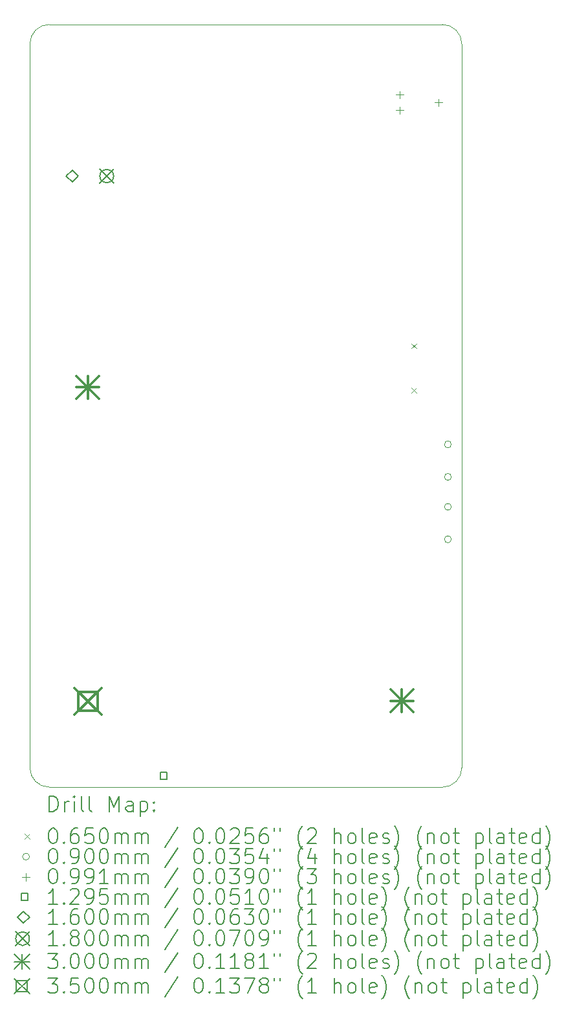
<source format=gbr>
%TF.GenerationSoftware,KiCad,Pcbnew,8.0.4*%
%TF.CreationDate,2024-11-26T00:51:47-06:00*%
%TF.ProjectId,bitaxeUltra,62697461-7865-4556-9c74-72612e6b6963,rev?*%
%TF.SameCoordinates,Original*%
%TF.FileFunction,Drillmap*%
%TF.FilePolarity,Positive*%
%FSLAX45Y45*%
G04 Gerber Fmt 4.5, Leading zero omitted, Abs format (unit mm)*
G04 Created by KiCad (PCBNEW 8.0.4) date 2024-11-26 00:51:47*
%MOMM*%
%LPD*%
G01*
G04 APERTURE LIST*
%ADD10C,0.100000*%
%ADD11C,0.200000*%
%ADD12C,0.129540*%
%ADD13C,0.160000*%
%ADD14C,0.180000*%
%ADD15C,0.300000*%
%ADD16C,0.350000*%
G04 APERTURE END LIST*
D10*
X7972900Y-4752200D02*
X13119200Y-4752200D01*
X13373200Y-14474400D02*
G75*
G02*
X13119200Y-14728400I-254000J0D01*
G01*
X13119200Y-4752200D02*
G75*
G02*
X13373200Y-5006200I0J-254000D01*
G01*
X7718900Y-5006200D02*
G75*
G02*
X7972900Y-4752200I254000J0D01*
G01*
X13119200Y-14728400D02*
X7972900Y-14728400D01*
X13373200Y-5006200D02*
X13373200Y-14474400D01*
X7972900Y-14728400D02*
G75*
G02*
X7718900Y-14474400I0J254000D01*
G01*
X7718900Y-14474400D02*
X7718900Y-5006200D01*
D11*
D10*
X12711800Y-8924100D02*
X12776800Y-8989100D01*
X12776800Y-8924100D02*
X12711800Y-8989100D01*
X12711800Y-9502100D02*
X12776800Y-9567100D01*
X12776800Y-9502100D02*
X12711800Y-9567100D01*
X13236000Y-10244500D02*
G75*
G02*
X13146000Y-10244500I-45000J0D01*
G01*
X13146000Y-10244500D02*
G75*
G02*
X13236000Y-10244500I45000J0D01*
G01*
X13236000Y-10669500D02*
G75*
G02*
X13146000Y-10669500I-45000J0D01*
G01*
X13146000Y-10669500D02*
G75*
G02*
X13236000Y-10669500I45000J0D01*
G01*
X13236000Y-11061000D02*
G75*
G02*
X13146000Y-11061000I-45000J0D01*
G01*
X13146000Y-11061000D02*
G75*
G02*
X13236000Y-11061000I45000J0D01*
G01*
X13236000Y-11486000D02*
G75*
G02*
X13146000Y-11486000I-45000J0D01*
G01*
X13146000Y-11486000D02*
G75*
G02*
X13236000Y-11486000I45000J0D01*
G01*
X12559000Y-5621870D02*
X12559000Y-5720930D01*
X12509470Y-5671400D02*
X12608530Y-5671400D01*
X12559000Y-5825070D02*
X12559000Y-5924130D01*
X12509470Y-5874600D02*
X12608530Y-5874600D01*
X13067000Y-5723470D02*
X13067000Y-5822530D01*
X13017470Y-5773000D02*
X13116530Y-5773000D01*
D12*
X9515900Y-14624000D02*
X9515900Y-14532400D01*
X9424300Y-14532400D01*
X9424300Y-14624000D01*
X9515900Y-14624000D01*
D13*
X8275000Y-6815000D02*
X8355000Y-6735000D01*
X8275000Y-6655000D01*
X8195000Y-6735000D01*
X8275000Y-6815000D01*
D14*
X8635000Y-6645000D02*
X8815000Y-6825000D01*
X8815000Y-6645000D02*
X8635000Y-6825000D01*
X8815000Y-6735000D02*
G75*
G02*
X8635000Y-6735000I-90000J0D01*
G01*
X8635000Y-6735000D02*
G75*
G02*
X8815000Y-6735000I90000J0D01*
G01*
D15*
X8326400Y-9348400D02*
X8626400Y-9648400D01*
X8626400Y-9348400D02*
X8326400Y-9648400D01*
X8476400Y-9348400D02*
X8476400Y-9648400D01*
X8326400Y-9498400D02*
X8626400Y-9498400D01*
X12439000Y-13449000D02*
X12739000Y-13749000D01*
X12739000Y-13449000D02*
X12439000Y-13749000D01*
X12589000Y-13449000D02*
X12589000Y-13749000D01*
X12439000Y-13599000D02*
X12739000Y-13599000D01*
D16*
X8304000Y-13429000D02*
X8654000Y-13779000D01*
X8654000Y-13429000D02*
X8304000Y-13779000D01*
X8602745Y-13727745D02*
X8602745Y-13480255D01*
X8355255Y-13480255D01*
X8355255Y-13727745D01*
X8602745Y-13727745D01*
D11*
X7974677Y-15044884D02*
X7974677Y-14844884D01*
X7974677Y-14844884D02*
X8022296Y-14844884D01*
X8022296Y-14844884D02*
X8050867Y-14854408D01*
X8050867Y-14854408D02*
X8069915Y-14873455D01*
X8069915Y-14873455D02*
X8079439Y-14892503D01*
X8079439Y-14892503D02*
X8088962Y-14930598D01*
X8088962Y-14930598D02*
X8088962Y-14959169D01*
X8088962Y-14959169D02*
X8079439Y-14997265D01*
X8079439Y-14997265D02*
X8069915Y-15016312D01*
X8069915Y-15016312D02*
X8050867Y-15035360D01*
X8050867Y-15035360D02*
X8022296Y-15044884D01*
X8022296Y-15044884D02*
X7974677Y-15044884D01*
X8174677Y-15044884D02*
X8174677Y-14911550D01*
X8174677Y-14949646D02*
X8184201Y-14930598D01*
X8184201Y-14930598D02*
X8193724Y-14921074D01*
X8193724Y-14921074D02*
X8212772Y-14911550D01*
X8212772Y-14911550D02*
X8231820Y-14911550D01*
X8298486Y-15044884D02*
X8298486Y-14911550D01*
X8298486Y-14844884D02*
X8288962Y-14854408D01*
X8288962Y-14854408D02*
X8298486Y-14863931D01*
X8298486Y-14863931D02*
X8308010Y-14854408D01*
X8308010Y-14854408D02*
X8298486Y-14844884D01*
X8298486Y-14844884D02*
X8298486Y-14863931D01*
X8422296Y-15044884D02*
X8403248Y-15035360D01*
X8403248Y-15035360D02*
X8393724Y-15016312D01*
X8393724Y-15016312D02*
X8393724Y-14844884D01*
X8527058Y-15044884D02*
X8508010Y-15035360D01*
X8508010Y-15035360D02*
X8498486Y-15016312D01*
X8498486Y-15016312D02*
X8498486Y-14844884D01*
X8755629Y-15044884D02*
X8755629Y-14844884D01*
X8755629Y-14844884D02*
X8822296Y-14987741D01*
X8822296Y-14987741D02*
X8888963Y-14844884D01*
X8888963Y-14844884D02*
X8888963Y-15044884D01*
X9069915Y-15044884D02*
X9069915Y-14940122D01*
X9069915Y-14940122D02*
X9060391Y-14921074D01*
X9060391Y-14921074D02*
X9041344Y-14911550D01*
X9041344Y-14911550D02*
X9003248Y-14911550D01*
X9003248Y-14911550D02*
X8984201Y-14921074D01*
X9069915Y-15035360D02*
X9050867Y-15044884D01*
X9050867Y-15044884D02*
X9003248Y-15044884D01*
X9003248Y-15044884D02*
X8984201Y-15035360D01*
X8984201Y-15035360D02*
X8974677Y-15016312D01*
X8974677Y-15016312D02*
X8974677Y-14997265D01*
X8974677Y-14997265D02*
X8984201Y-14978217D01*
X8984201Y-14978217D02*
X9003248Y-14968693D01*
X9003248Y-14968693D02*
X9050867Y-14968693D01*
X9050867Y-14968693D02*
X9069915Y-14959169D01*
X9165153Y-14911550D02*
X9165153Y-15111550D01*
X9165153Y-14921074D02*
X9184201Y-14911550D01*
X9184201Y-14911550D02*
X9222296Y-14911550D01*
X9222296Y-14911550D02*
X9241344Y-14921074D01*
X9241344Y-14921074D02*
X9250867Y-14930598D01*
X9250867Y-14930598D02*
X9260391Y-14949646D01*
X9260391Y-14949646D02*
X9260391Y-15006788D01*
X9260391Y-15006788D02*
X9250867Y-15025836D01*
X9250867Y-15025836D02*
X9241344Y-15035360D01*
X9241344Y-15035360D02*
X9222296Y-15044884D01*
X9222296Y-15044884D02*
X9184201Y-15044884D01*
X9184201Y-15044884D02*
X9165153Y-15035360D01*
X9346105Y-15025836D02*
X9355629Y-15035360D01*
X9355629Y-15035360D02*
X9346105Y-15044884D01*
X9346105Y-15044884D02*
X9336582Y-15035360D01*
X9336582Y-15035360D02*
X9346105Y-15025836D01*
X9346105Y-15025836D02*
X9346105Y-15044884D01*
X9346105Y-14921074D02*
X9355629Y-14930598D01*
X9355629Y-14930598D02*
X9346105Y-14940122D01*
X9346105Y-14940122D02*
X9336582Y-14930598D01*
X9336582Y-14930598D02*
X9346105Y-14921074D01*
X9346105Y-14921074D02*
X9346105Y-14940122D01*
D10*
X7648900Y-15340900D02*
X7713900Y-15405900D01*
X7713900Y-15340900D02*
X7648900Y-15405900D01*
D11*
X8012772Y-15264884D02*
X8031820Y-15264884D01*
X8031820Y-15264884D02*
X8050867Y-15274408D01*
X8050867Y-15274408D02*
X8060391Y-15283931D01*
X8060391Y-15283931D02*
X8069915Y-15302979D01*
X8069915Y-15302979D02*
X8079439Y-15341074D01*
X8079439Y-15341074D02*
X8079439Y-15388693D01*
X8079439Y-15388693D02*
X8069915Y-15426788D01*
X8069915Y-15426788D02*
X8060391Y-15445836D01*
X8060391Y-15445836D02*
X8050867Y-15455360D01*
X8050867Y-15455360D02*
X8031820Y-15464884D01*
X8031820Y-15464884D02*
X8012772Y-15464884D01*
X8012772Y-15464884D02*
X7993724Y-15455360D01*
X7993724Y-15455360D02*
X7984201Y-15445836D01*
X7984201Y-15445836D02*
X7974677Y-15426788D01*
X7974677Y-15426788D02*
X7965153Y-15388693D01*
X7965153Y-15388693D02*
X7965153Y-15341074D01*
X7965153Y-15341074D02*
X7974677Y-15302979D01*
X7974677Y-15302979D02*
X7984201Y-15283931D01*
X7984201Y-15283931D02*
X7993724Y-15274408D01*
X7993724Y-15274408D02*
X8012772Y-15264884D01*
X8165153Y-15445836D02*
X8174677Y-15455360D01*
X8174677Y-15455360D02*
X8165153Y-15464884D01*
X8165153Y-15464884D02*
X8155629Y-15455360D01*
X8155629Y-15455360D02*
X8165153Y-15445836D01*
X8165153Y-15445836D02*
X8165153Y-15464884D01*
X8346105Y-15264884D02*
X8308010Y-15264884D01*
X8308010Y-15264884D02*
X8288962Y-15274408D01*
X8288962Y-15274408D02*
X8279439Y-15283931D01*
X8279439Y-15283931D02*
X8260391Y-15312503D01*
X8260391Y-15312503D02*
X8250867Y-15350598D01*
X8250867Y-15350598D02*
X8250867Y-15426788D01*
X8250867Y-15426788D02*
X8260391Y-15445836D01*
X8260391Y-15445836D02*
X8269915Y-15455360D01*
X8269915Y-15455360D02*
X8288962Y-15464884D01*
X8288962Y-15464884D02*
X8327058Y-15464884D01*
X8327058Y-15464884D02*
X8346105Y-15455360D01*
X8346105Y-15455360D02*
X8355629Y-15445836D01*
X8355629Y-15445836D02*
X8365153Y-15426788D01*
X8365153Y-15426788D02*
X8365153Y-15379169D01*
X8365153Y-15379169D02*
X8355629Y-15360122D01*
X8355629Y-15360122D02*
X8346105Y-15350598D01*
X8346105Y-15350598D02*
X8327058Y-15341074D01*
X8327058Y-15341074D02*
X8288962Y-15341074D01*
X8288962Y-15341074D02*
X8269915Y-15350598D01*
X8269915Y-15350598D02*
X8260391Y-15360122D01*
X8260391Y-15360122D02*
X8250867Y-15379169D01*
X8546105Y-15264884D02*
X8450867Y-15264884D01*
X8450867Y-15264884D02*
X8441344Y-15360122D01*
X8441344Y-15360122D02*
X8450867Y-15350598D01*
X8450867Y-15350598D02*
X8469915Y-15341074D01*
X8469915Y-15341074D02*
X8517534Y-15341074D01*
X8517534Y-15341074D02*
X8536582Y-15350598D01*
X8536582Y-15350598D02*
X8546105Y-15360122D01*
X8546105Y-15360122D02*
X8555629Y-15379169D01*
X8555629Y-15379169D02*
X8555629Y-15426788D01*
X8555629Y-15426788D02*
X8546105Y-15445836D01*
X8546105Y-15445836D02*
X8536582Y-15455360D01*
X8536582Y-15455360D02*
X8517534Y-15464884D01*
X8517534Y-15464884D02*
X8469915Y-15464884D01*
X8469915Y-15464884D02*
X8450867Y-15455360D01*
X8450867Y-15455360D02*
X8441344Y-15445836D01*
X8679439Y-15264884D02*
X8698486Y-15264884D01*
X8698486Y-15264884D02*
X8717534Y-15274408D01*
X8717534Y-15274408D02*
X8727058Y-15283931D01*
X8727058Y-15283931D02*
X8736582Y-15302979D01*
X8736582Y-15302979D02*
X8746105Y-15341074D01*
X8746105Y-15341074D02*
X8746105Y-15388693D01*
X8746105Y-15388693D02*
X8736582Y-15426788D01*
X8736582Y-15426788D02*
X8727058Y-15445836D01*
X8727058Y-15445836D02*
X8717534Y-15455360D01*
X8717534Y-15455360D02*
X8698486Y-15464884D01*
X8698486Y-15464884D02*
X8679439Y-15464884D01*
X8679439Y-15464884D02*
X8660391Y-15455360D01*
X8660391Y-15455360D02*
X8650867Y-15445836D01*
X8650867Y-15445836D02*
X8641344Y-15426788D01*
X8641344Y-15426788D02*
X8631820Y-15388693D01*
X8631820Y-15388693D02*
X8631820Y-15341074D01*
X8631820Y-15341074D02*
X8641344Y-15302979D01*
X8641344Y-15302979D02*
X8650867Y-15283931D01*
X8650867Y-15283931D02*
X8660391Y-15274408D01*
X8660391Y-15274408D02*
X8679439Y-15264884D01*
X8831820Y-15464884D02*
X8831820Y-15331550D01*
X8831820Y-15350598D02*
X8841344Y-15341074D01*
X8841344Y-15341074D02*
X8860391Y-15331550D01*
X8860391Y-15331550D02*
X8888963Y-15331550D01*
X8888963Y-15331550D02*
X8908010Y-15341074D01*
X8908010Y-15341074D02*
X8917534Y-15360122D01*
X8917534Y-15360122D02*
X8917534Y-15464884D01*
X8917534Y-15360122D02*
X8927058Y-15341074D01*
X8927058Y-15341074D02*
X8946105Y-15331550D01*
X8946105Y-15331550D02*
X8974677Y-15331550D01*
X8974677Y-15331550D02*
X8993725Y-15341074D01*
X8993725Y-15341074D02*
X9003248Y-15360122D01*
X9003248Y-15360122D02*
X9003248Y-15464884D01*
X9098486Y-15464884D02*
X9098486Y-15331550D01*
X9098486Y-15350598D02*
X9108010Y-15341074D01*
X9108010Y-15341074D02*
X9127058Y-15331550D01*
X9127058Y-15331550D02*
X9155629Y-15331550D01*
X9155629Y-15331550D02*
X9174677Y-15341074D01*
X9174677Y-15341074D02*
X9184201Y-15360122D01*
X9184201Y-15360122D02*
X9184201Y-15464884D01*
X9184201Y-15360122D02*
X9193725Y-15341074D01*
X9193725Y-15341074D02*
X9212772Y-15331550D01*
X9212772Y-15331550D02*
X9241344Y-15331550D01*
X9241344Y-15331550D02*
X9260391Y-15341074D01*
X9260391Y-15341074D02*
X9269915Y-15360122D01*
X9269915Y-15360122D02*
X9269915Y-15464884D01*
X9660391Y-15255360D02*
X9488963Y-15512503D01*
X9917534Y-15264884D02*
X9936582Y-15264884D01*
X9936582Y-15264884D02*
X9955629Y-15274408D01*
X9955629Y-15274408D02*
X9965153Y-15283931D01*
X9965153Y-15283931D02*
X9974677Y-15302979D01*
X9974677Y-15302979D02*
X9984201Y-15341074D01*
X9984201Y-15341074D02*
X9984201Y-15388693D01*
X9984201Y-15388693D02*
X9974677Y-15426788D01*
X9974677Y-15426788D02*
X9965153Y-15445836D01*
X9965153Y-15445836D02*
X9955629Y-15455360D01*
X9955629Y-15455360D02*
X9936582Y-15464884D01*
X9936582Y-15464884D02*
X9917534Y-15464884D01*
X9917534Y-15464884D02*
X9898487Y-15455360D01*
X9898487Y-15455360D02*
X9888963Y-15445836D01*
X9888963Y-15445836D02*
X9879439Y-15426788D01*
X9879439Y-15426788D02*
X9869915Y-15388693D01*
X9869915Y-15388693D02*
X9869915Y-15341074D01*
X9869915Y-15341074D02*
X9879439Y-15302979D01*
X9879439Y-15302979D02*
X9888963Y-15283931D01*
X9888963Y-15283931D02*
X9898487Y-15274408D01*
X9898487Y-15274408D02*
X9917534Y-15264884D01*
X10069915Y-15445836D02*
X10079439Y-15455360D01*
X10079439Y-15455360D02*
X10069915Y-15464884D01*
X10069915Y-15464884D02*
X10060391Y-15455360D01*
X10060391Y-15455360D02*
X10069915Y-15445836D01*
X10069915Y-15445836D02*
X10069915Y-15464884D01*
X10203248Y-15264884D02*
X10222296Y-15264884D01*
X10222296Y-15264884D02*
X10241344Y-15274408D01*
X10241344Y-15274408D02*
X10250868Y-15283931D01*
X10250868Y-15283931D02*
X10260391Y-15302979D01*
X10260391Y-15302979D02*
X10269915Y-15341074D01*
X10269915Y-15341074D02*
X10269915Y-15388693D01*
X10269915Y-15388693D02*
X10260391Y-15426788D01*
X10260391Y-15426788D02*
X10250868Y-15445836D01*
X10250868Y-15445836D02*
X10241344Y-15455360D01*
X10241344Y-15455360D02*
X10222296Y-15464884D01*
X10222296Y-15464884D02*
X10203248Y-15464884D01*
X10203248Y-15464884D02*
X10184201Y-15455360D01*
X10184201Y-15455360D02*
X10174677Y-15445836D01*
X10174677Y-15445836D02*
X10165153Y-15426788D01*
X10165153Y-15426788D02*
X10155629Y-15388693D01*
X10155629Y-15388693D02*
X10155629Y-15341074D01*
X10155629Y-15341074D02*
X10165153Y-15302979D01*
X10165153Y-15302979D02*
X10174677Y-15283931D01*
X10174677Y-15283931D02*
X10184201Y-15274408D01*
X10184201Y-15274408D02*
X10203248Y-15264884D01*
X10346106Y-15283931D02*
X10355629Y-15274408D01*
X10355629Y-15274408D02*
X10374677Y-15264884D01*
X10374677Y-15264884D02*
X10422296Y-15264884D01*
X10422296Y-15264884D02*
X10441344Y-15274408D01*
X10441344Y-15274408D02*
X10450868Y-15283931D01*
X10450868Y-15283931D02*
X10460391Y-15302979D01*
X10460391Y-15302979D02*
X10460391Y-15322027D01*
X10460391Y-15322027D02*
X10450868Y-15350598D01*
X10450868Y-15350598D02*
X10336582Y-15464884D01*
X10336582Y-15464884D02*
X10460391Y-15464884D01*
X10641344Y-15264884D02*
X10546106Y-15264884D01*
X10546106Y-15264884D02*
X10536582Y-15360122D01*
X10536582Y-15360122D02*
X10546106Y-15350598D01*
X10546106Y-15350598D02*
X10565153Y-15341074D01*
X10565153Y-15341074D02*
X10612772Y-15341074D01*
X10612772Y-15341074D02*
X10631820Y-15350598D01*
X10631820Y-15350598D02*
X10641344Y-15360122D01*
X10641344Y-15360122D02*
X10650868Y-15379169D01*
X10650868Y-15379169D02*
X10650868Y-15426788D01*
X10650868Y-15426788D02*
X10641344Y-15445836D01*
X10641344Y-15445836D02*
X10631820Y-15455360D01*
X10631820Y-15455360D02*
X10612772Y-15464884D01*
X10612772Y-15464884D02*
X10565153Y-15464884D01*
X10565153Y-15464884D02*
X10546106Y-15455360D01*
X10546106Y-15455360D02*
X10536582Y-15445836D01*
X10822296Y-15264884D02*
X10784201Y-15264884D01*
X10784201Y-15264884D02*
X10765153Y-15274408D01*
X10765153Y-15274408D02*
X10755629Y-15283931D01*
X10755629Y-15283931D02*
X10736582Y-15312503D01*
X10736582Y-15312503D02*
X10727058Y-15350598D01*
X10727058Y-15350598D02*
X10727058Y-15426788D01*
X10727058Y-15426788D02*
X10736582Y-15445836D01*
X10736582Y-15445836D02*
X10746106Y-15455360D01*
X10746106Y-15455360D02*
X10765153Y-15464884D01*
X10765153Y-15464884D02*
X10803249Y-15464884D01*
X10803249Y-15464884D02*
X10822296Y-15455360D01*
X10822296Y-15455360D02*
X10831820Y-15445836D01*
X10831820Y-15445836D02*
X10841344Y-15426788D01*
X10841344Y-15426788D02*
X10841344Y-15379169D01*
X10841344Y-15379169D02*
X10831820Y-15360122D01*
X10831820Y-15360122D02*
X10822296Y-15350598D01*
X10822296Y-15350598D02*
X10803249Y-15341074D01*
X10803249Y-15341074D02*
X10765153Y-15341074D01*
X10765153Y-15341074D02*
X10746106Y-15350598D01*
X10746106Y-15350598D02*
X10736582Y-15360122D01*
X10736582Y-15360122D02*
X10727058Y-15379169D01*
X10917534Y-15264884D02*
X10917534Y-15302979D01*
X10993725Y-15264884D02*
X10993725Y-15302979D01*
X11288963Y-15541074D02*
X11279439Y-15531550D01*
X11279439Y-15531550D02*
X11260391Y-15502979D01*
X11260391Y-15502979D02*
X11250868Y-15483931D01*
X11250868Y-15483931D02*
X11241344Y-15455360D01*
X11241344Y-15455360D02*
X11231820Y-15407741D01*
X11231820Y-15407741D02*
X11231820Y-15369646D01*
X11231820Y-15369646D02*
X11241344Y-15322027D01*
X11241344Y-15322027D02*
X11250868Y-15293455D01*
X11250868Y-15293455D02*
X11260391Y-15274408D01*
X11260391Y-15274408D02*
X11279439Y-15245836D01*
X11279439Y-15245836D02*
X11288963Y-15236312D01*
X11355629Y-15283931D02*
X11365153Y-15274408D01*
X11365153Y-15274408D02*
X11384201Y-15264884D01*
X11384201Y-15264884D02*
X11431820Y-15264884D01*
X11431820Y-15264884D02*
X11450868Y-15274408D01*
X11450868Y-15274408D02*
X11460391Y-15283931D01*
X11460391Y-15283931D02*
X11469915Y-15302979D01*
X11469915Y-15302979D02*
X11469915Y-15322027D01*
X11469915Y-15322027D02*
X11460391Y-15350598D01*
X11460391Y-15350598D02*
X11346106Y-15464884D01*
X11346106Y-15464884D02*
X11469915Y-15464884D01*
X11708010Y-15464884D02*
X11708010Y-15264884D01*
X11793725Y-15464884D02*
X11793725Y-15360122D01*
X11793725Y-15360122D02*
X11784201Y-15341074D01*
X11784201Y-15341074D02*
X11765153Y-15331550D01*
X11765153Y-15331550D02*
X11736582Y-15331550D01*
X11736582Y-15331550D02*
X11717534Y-15341074D01*
X11717534Y-15341074D02*
X11708010Y-15350598D01*
X11917534Y-15464884D02*
X11898487Y-15455360D01*
X11898487Y-15455360D02*
X11888963Y-15445836D01*
X11888963Y-15445836D02*
X11879439Y-15426788D01*
X11879439Y-15426788D02*
X11879439Y-15369646D01*
X11879439Y-15369646D02*
X11888963Y-15350598D01*
X11888963Y-15350598D02*
X11898487Y-15341074D01*
X11898487Y-15341074D02*
X11917534Y-15331550D01*
X11917534Y-15331550D02*
X11946106Y-15331550D01*
X11946106Y-15331550D02*
X11965153Y-15341074D01*
X11965153Y-15341074D02*
X11974677Y-15350598D01*
X11974677Y-15350598D02*
X11984201Y-15369646D01*
X11984201Y-15369646D02*
X11984201Y-15426788D01*
X11984201Y-15426788D02*
X11974677Y-15445836D01*
X11974677Y-15445836D02*
X11965153Y-15455360D01*
X11965153Y-15455360D02*
X11946106Y-15464884D01*
X11946106Y-15464884D02*
X11917534Y-15464884D01*
X12098487Y-15464884D02*
X12079439Y-15455360D01*
X12079439Y-15455360D02*
X12069915Y-15436312D01*
X12069915Y-15436312D02*
X12069915Y-15264884D01*
X12250868Y-15455360D02*
X12231820Y-15464884D01*
X12231820Y-15464884D02*
X12193725Y-15464884D01*
X12193725Y-15464884D02*
X12174677Y-15455360D01*
X12174677Y-15455360D02*
X12165153Y-15436312D01*
X12165153Y-15436312D02*
X12165153Y-15360122D01*
X12165153Y-15360122D02*
X12174677Y-15341074D01*
X12174677Y-15341074D02*
X12193725Y-15331550D01*
X12193725Y-15331550D02*
X12231820Y-15331550D01*
X12231820Y-15331550D02*
X12250868Y-15341074D01*
X12250868Y-15341074D02*
X12260391Y-15360122D01*
X12260391Y-15360122D02*
X12260391Y-15379169D01*
X12260391Y-15379169D02*
X12165153Y-15398217D01*
X12336582Y-15455360D02*
X12355630Y-15464884D01*
X12355630Y-15464884D02*
X12393725Y-15464884D01*
X12393725Y-15464884D02*
X12412772Y-15455360D01*
X12412772Y-15455360D02*
X12422296Y-15436312D01*
X12422296Y-15436312D02*
X12422296Y-15426788D01*
X12422296Y-15426788D02*
X12412772Y-15407741D01*
X12412772Y-15407741D02*
X12393725Y-15398217D01*
X12393725Y-15398217D02*
X12365153Y-15398217D01*
X12365153Y-15398217D02*
X12346106Y-15388693D01*
X12346106Y-15388693D02*
X12336582Y-15369646D01*
X12336582Y-15369646D02*
X12336582Y-15360122D01*
X12336582Y-15360122D02*
X12346106Y-15341074D01*
X12346106Y-15341074D02*
X12365153Y-15331550D01*
X12365153Y-15331550D02*
X12393725Y-15331550D01*
X12393725Y-15331550D02*
X12412772Y-15341074D01*
X12488963Y-15541074D02*
X12498487Y-15531550D01*
X12498487Y-15531550D02*
X12517534Y-15502979D01*
X12517534Y-15502979D02*
X12527058Y-15483931D01*
X12527058Y-15483931D02*
X12536582Y-15455360D01*
X12536582Y-15455360D02*
X12546106Y-15407741D01*
X12546106Y-15407741D02*
X12546106Y-15369646D01*
X12546106Y-15369646D02*
X12536582Y-15322027D01*
X12536582Y-15322027D02*
X12527058Y-15293455D01*
X12527058Y-15293455D02*
X12517534Y-15274408D01*
X12517534Y-15274408D02*
X12498487Y-15245836D01*
X12498487Y-15245836D02*
X12488963Y-15236312D01*
X12850868Y-15541074D02*
X12841344Y-15531550D01*
X12841344Y-15531550D02*
X12822296Y-15502979D01*
X12822296Y-15502979D02*
X12812772Y-15483931D01*
X12812772Y-15483931D02*
X12803249Y-15455360D01*
X12803249Y-15455360D02*
X12793725Y-15407741D01*
X12793725Y-15407741D02*
X12793725Y-15369646D01*
X12793725Y-15369646D02*
X12803249Y-15322027D01*
X12803249Y-15322027D02*
X12812772Y-15293455D01*
X12812772Y-15293455D02*
X12822296Y-15274408D01*
X12822296Y-15274408D02*
X12841344Y-15245836D01*
X12841344Y-15245836D02*
X12850868Y-15236312D01*
X12927058Y-15331550D02*
X12927058Y-15464884D01*
X12927058Y-15350598D02*
X12936582Y-15341074D01*
X12936582Y-15341074D02*
X12955630Y-15331550D01*
X12955630Y-15331550D02*
X12984201Y-15331550D01*
X12984201Y-15331550D02*
X13003249Y-15341074D01*
X13003249Y-15341074D02*
X13012772Y-15360122D01*
X13012772Y-15360122D02*
X13012772Y-15464884D01*
X13136582Y-15464884D02*
X13117534Y-15455360D01*
X13117534Y-15455360D02*
X13108011Y-15445836D01*
X13108011Y-15445836D02*
X13098487Y-15426788D01*
X13098487Y-15426788D02*
X13098487Y-15369646D01*
X13098487Y-15369646D02*
X13108011Y-15350598D01*
X13108011Y-15350598D02*
X13117534Y-15341074D01*
X13117534Y-15341074D02*
X13136582Y-15331550D01*
X13136582Y-15331550D02*
X13165153Y-15331550D01*
X13165153Y-15331550D02*
X13184201Y-15341074D01*
X13184201Y-15341074D02*
X13193725Y-15350598D01*
X13193725Y-15350598D02*
X13203249Y-15369646D01*
X13203249Y-15369646D02*
X13203249Y-15426788D01*
X13203249Y-15426788D02*
X13193725Y-15445836D01*
X13193725Y-15445836D02*
X13184201Y-15455360D01*
X13184201Y-15455360D02*
X13165153Y-15464884D01*
X13165153Y-15464884D02*
X13136582Y-15464884D01*
X13260392Y-15331550D02*
X13336582Y-15331550D01*
X13288963Y-15264884D02*
X13288963Y-15436312D01*
X13288963Y-15436312D02*
X13298487Y-15455360D01*
X13298487Y-15455360D02*
X13317534Y-15464884D01*
X13317534Y-15464884D02*
X13336582Y-15464884D01*
X13555630Y-15331550D02*
X13555630Y-15531550D01*
X13555630Y-15341074D02*
X13574677Y-15331550D01*
X13574677Y-15331550D02*
X13612773Y-15331550D01*
X13612773Y-15331550D02*
X13631820Y-15341074D01*
X13631820Y-15341074D02*
X13641344Y-15350598D01*
X13641344Y-15350598D02*
X13650868Y-15369646D01*
X13650868Y-15369646D02*
X13650868Y-15426788D01*
X13650868Y-15426788D02*
X13641344Y-15445836D01*
X13641344Y-15445836D02*
X13631820Y-15455360D01*
X13631820Y-15455360D02*
X13612773Y-15464884D01*
X13612773Y-15464884D02*
X13574677Y-15464884D01*
X13574677Y-15464884D02*
X13555630Y-15455360D01*
X13765153Y-15464884D02*
X13746106Y-15455360D01*
X13746106Y-15455360D02*
X13736582Y-15436312D01*
X13736582Y-15436312D02*
X13736582Y-15264884D01*
X13927058Y-15464884D02*
X13927058Y-15360122D01*
X13927058Y-15360122D02*
X13917534Y-15341074D01*
X13917534Y-15341074D02*
X13898487Y-15331550D01*
X13898487Y-15331550D02*
X13860392Y-15331550D01*
X13860392Y-15331550D02*
X13841344Y-15341074D01*
X13927058Y-15455360D02*
X13908011Y-15464884D01*
X13908011Y-15464884D02*
X13860392Y-15464884D01*
X13860392Y-15464884D02*
X13841344Y-15455360D01*
X13841344Y-15455360D02*
X13831820Y-15436312D01*
X13831820Y-15436312D02*
X13831820Y-15417265D01*
X13831820Y-15417265D02*
X13841344Y-15398217D01*
X13841344Y-15398217D02*
X13860392Y-15388693D01*
X13860392Y-15388693D02*
X13908011Y-15388693D01*
X13908011Y-15388693D02*
X13927058Y-15379169D01*
X13993725Y-15331550D02*
X14069915Y-15331550D01*
X14022296Y-15264884D02*
X14022296Y-15436312D01*
X14022296Y-15436312D02*
X14031820Y-15455360D01*
X14031820Y-15455360D02*
X14050868Y-15464884D01*
X14050868Y-15464884D02*
X14069915Y-15464884D01*
X14212773Y-15455360D02*
X14193725Y-15464884D01*
X14193725Y-15464884D02*
X14155630Y-15464884D01*
X14155630Y-15464884D02*
X14136582Y-15455360D01*
X14136582Y-15455360D02*
X14127058Y-15436312D01*
X14127058Y-15436312D02*
X14127058Y-15360122D01*
X14127058Y-15360122D02*
X14136582Y-15341074D01*
X14136582Y-15341074D02*
X14155630Y-15331550D01*
X14155630Y-15331550D02*
X14193725Y-15331550D01*
X14193725Y-15331550D02*
X14212773Y-15341074D01*
X14212773Y-15341074D02*
X14222296Y-15360122D01*
X14222296Y-15360122D02*
X14222296Y-15379169D01*
X14222296Y-15379169D02*
X14127058Y-15398217D01*
X14393725Y-15464884D02*
X14393725Y-15264884D01*
X14393725Y-15455360D02*
X14374677Y-15464884D01*
X14374677Y-15464884D02*
X14336582Y-15464884D01*
X14336582Y-15464884D02*
X14317534Y-15455360D01*
X14317534Y-15455360D02*
X14308011Y-15445836D01*
X14308011Y-15445836D02*
X14298487Y-15426788D01*
X14298487Y-15426788D02*
X14298487Y-15369646D01*
X14298487Y-15369646D02*
X14308011Y-15350598D01*
X14308011Y-15350598D02*
X14317534Y-15341074D01*
X14317534Y-15341074D02*
X14336582Y-15331550D01*
X14336582Y-15331550D02*
X14374677Y-15331550D01*
X14374677Y-15331550D02*
X14393725Y-15341074D01*
X14469915Y-15541074D02*
X14479439Y-15531550D01*
X14479439Y-15531550D02*
X14498487Y-15502979D01*
X14498487Y-15502979D02*
X14508011Y-15483931D01*
X14508011Y-15483931D02*
X14517534Y-15455360D01*
X14517534Y-15455360D02*
X14527058Y-15407741D01*
X14527058Y-15407741D02*
X14527058Y-15369646D01*
X14527058Y-15369646D02*
X14517534Y-15322027D01*
X14517534Y-15322027D02*
X14508011Y-15293455D01*
X14508011Y-15293455D02*
X14498487Y-15274408D01*
X14498487Y-15274408D02*
X14479439Y-15245836D01*
X14479439Y-15245836D02*
X14469915Y-15236312D01*
D10*
X7713900Y-15637400D02*
G75*
G02*
X7623900Y-15637400I-45000J0D01*
G01*
X7623900Y-15637400D02*
G75*
G02*
X7713900Y-15637400I45000J0D01*
G01*
D11*
X8012772Y-15528884D02*
X8031820Y-15528884D01*
X8031820Y-15528884D02*
X8050867Y-15538408D01*
X8050867Y-15538408D02*
X8060391Y-15547931D01*
X8060391Y-15547931D02*
X8069915Y-15566979D01*
X8069915Y-15566979D02*
X8079439Y-15605074D01*
X8079439Y-15605074D02*
X8079439Y-15652693D01*
X8079439Y-15652693D02*
X8069915Y-15690788D01*
X8069915Y-15690788D02*
X8060391Y-15709836D01*
X8060391Y-15709836D02*
X8050867Y-15719360D01*
X8050867Y-15719360D02*
X8031820Y-15728884D01*
X8031820Y-15728884D02*
X8012772Y-15728884D01*
X8012772Y-15728884D02*
X7993724Y-15719360D01*
X7993724Y-15719360D02*
X7984201Y-15709836D01*
X7984201Y-15709836D02*
X7974677Y-15690788D01*
X7974677Y-15690788D02*
X7965153Y-15652693D01*
X7965153Y-15652693D02*
X7965153Y-15605074D01*
X7965153Y-15605074D02*
X7974677Y-15566979D01*
X7974677Y-15566979D02*
X7984201Y-15547931D01*
X7984201Y-15547931D02*
X7993724Y-15538408D01*
X7993724Y-15538408D02*
X8012772Y-15528884D01*
X8165153Y-15709836D02*
X8174677Y-15719360D01*
X8174677Y-15719360D02*
X8165153Y-15728884D01*
X8165153Y-15728884D02*
X8155629Y-15719360D01*
X8155629Y-15719360D02*
X8165153Y-15709836D01*
X8165153Y-15709836D02*
X8165153Y-15728884D01*
X8269915Y-15728884D02*
X8308010Y-15728884D01*
X8308010Y-15728884D02*
X8327058Y-15719360D01*
X8327058Y-15719360D02*
X8336582Y-15709836D01*
X8336582Y-15709836D02*
X8355629Y-15681265D01*
X8355629Y-15681265D02*
X8365153Y-15643169D01*
X8365153Y-15643169D02*
X8365153Y-15566979D01*
X8365153Y-15566979D02*
X8355629Y-15547931D01*
X8355629Y-15547931D02*
X8346105Y-15538408D01*
X8346105Y-15538408D02*
X8327058Y-15528884D01*
X8327058Y-15528884D02*
X8288962Y-15528884D01*
X8288962Y-15528884D02*
X8269915Y-15538408D01*
X8269915Y-15538408D02*
X8260391Y-15547931D01*
X8260391Y-15547931D02*
X8250867Y-15566979D01*
X8250867Y-15566979D02*
X8250867Y-15614598D01*
X8250867Y-15614598D02*
X8260391Y-15633646D01*
X8260391Y-15633646D02*
X8269915Y-15643169D01*
X8269915Y-15643169D02*
X8288962Y-15652693D01*
X8288962Y-15652693D02*
X8327058Y-15652693D01*
X8327058Y-15652693D02*
X8346105Y-15643169D01*
X8346105Y-15643169D02*
X8355629Y-15633646D01*
X8355629Y-15633646D02*
X8365153Y-15614598D01*
X8488963Y-15528884D02*
X8508010Y-15528884D01*
X8508010Y-15528884D02*
X8527058Y-15538408D01*
X8527058Y-15538408D02*
X8536582Y-15547931D01*
X8536582Y-15547931D02*
X8546105Y-15566979D01*
X8546105Y-15566979D02*
X8555629Y-15605074D01*
X8555629Y-15605074D02*
X8555629Y-15652693D01*
X8555629Y-15652693D02*
X8546105Y-15690788D01*
X8546105Y-15690788D02*
X8536582Y-15709836D01*
X8536582Y-15709836D02*
X8527058Y-15719360D01*
X8527058Y-15719360D02*
X8508010Y-15728884D01*
X8508010Y-15728884D02*
X8488963Y-15728884D01*
X8488963Y-15728884D02*
X8469915Y-15719360D01*
X8469915Y-15719360D02*
X8460391Y-15709836D01*
X8460391Y-15709836D02*
X8450867Y-15690788D01*
X8450867Y-15690788D02*
X8441344Y-15652693D01*
X8441344Y-15652693D02*
X8441344Y-15605074D01*
X8441344Y-15605074D02*
X8450867Y-15566979D01*
X8450867Y-15566979D02*
X8460391Y-15547931D01*
X8460391Y-15547931D02*
X8469915Y-15538408D01*
X8469915Y-15538408D02*
X8488963Y-15528884D01*
X8679439Y-15528884D02*
X8698486Y-15528884D01*
X8698486Y-15528884D02*
X8717534Y-15538408D01*
X8717534Y-15538408D02*
X8727058Y-15547931D01*
X8727058Y-15547931D02*
X8736582Y-15566979D01*
X8736582Y-15566979D02*
X8746105Y-15605074D01*
X8746105Y-15605074D02*
X8746105Y-15652693D01*
X8746105Y-15652693D02*
X8736582Y-15690788D01*
X8736582Y-15690788D02*
X8727058Y-15709836D01*
X8727058Y-15709836D02*
X8717534Y-15719360D01*
X8717534Y-15719360D02*
X8698486Y-15728884D01*
X8698486Y-15728884D02*
X8679439Y-15728884D01*
X8679439Y-15728884D02*
X8660391Y-15719360D01*
X8660391Y-15719360D02*
X8650867Y-15709836D01*
X8650867Y-15709836D02*
X8641344Y-15690788D01*
X8641344Y-15690788D02*
X8631820Y-15652693D01*
X8631820Y-15652693D02*
X8631820Y-15605074D01*
X8631820Y-15605074D02*
X8641344Y-15566979D01*
X8641344Y-15566979D02*
X8650867Y-15547931D01*
X8650867Y-15547931D02*
X8660391Y-15538408D01*
X8660391Y-15538408D02*
X8679439Y-15528884D01*
X8831820Y-15728884D02*
X8831820Y-15595550D01*
X8831820Y-15614598D02*
X8841344Y-15605074D01*
X8841344Y-15605074D02*
X8860391Y-15595550D01*
X8860391Y-15595550D02*
X8888963Y-15595550D01*
X8888963Y-15595550D02*
X8908010Y-15605074D01*
X8908010Y-15605074D02*
X8917534Y-15624122D01*
X8917534Y-15624122D02*
X8917534Y-15728884D01*
X8917534Y-15624122D02*
X8927058Y-15605074D01*
X8927058Y-15605074D02*
X8946105Y-15595550D01*
X8946105Y-15595550D02*
X8974677Y-15595550D01*
X8974677Y-15595550D02*
X8993725Y-15605074D01*
X8993725Y-15605074D02*
X9003248Y-15624122D01*
X9003248Y-15624122D02*
X9003248Y-15728884D01*
X9098486Y-15728884D02*
X9098486Y-15595550D01*
X9098486Y-15614598D02*
X9108010Y-15605074D01*
X9108010Y-15605074D02*
X9127058Y-15595550D01*
X9127058Y-15595550D02*
X9155629Y-15595550D01*
X9155629Y-15595550D02*
X9174677Y-15605074D01*
X9174677Y-15605074D02*
X9184201Y-15624122D01*
X9184201Y-15624122D02*
X9184201Y-15728884D01*
X9184201Y-15624122D02*
X9193725Y-15605074D01*
X9193725Y-15605074D02*
X9212772Y-15595550D01*
X9212772Y-15595550D02*
X9241344Y-15595550D01*
X9241344Y-15595550D02*
X9260391Y-15605074D01*
X9260391Y-15605074D02*
X9269915Y-15624122D01*
X9269915Y-15624122D02*
X9269915Y-15728884D01*
X9660391Y-15519360D02*
X9488963Y-15776503D01*
X9917534Y-15528884D02*
X9936582Y-15528884D01*
X9936582Y-15528884D02*
X9955629Y-15538408D01*
X9955629Y-15538408D02*
X9965153Y-15547931D01*
X9965153Y-15547931D02*
X9974677Y-15566979D01*
X9974677Y-15566979D02*
X9984201Y-15605074D01*
X9984201Y-15605074D02*
X9984201Y-15652693D01*
X9984201Y-15652693D02*
X9974677Y-15690788D01*
X9974677Y-15690788D02*
X9965153Y-15709836D01*
X9965153Y-15709836D02*
X9955629Y-15719360D01*
X9955629Y-15719360D02*
X9936582Y-15728884D01*
X9936582Y-15728884D02*
X9917534Y-15728884D01*
X9917534Y-15728884D02*
X9898487Y-15719360D01*
X9898487Y-15719360D02*
X9888963Y-15709836D01*
X9888963Y-15709836D02*
X9879439Y-15690788D01*
X9879439Y-15690788D02*
X9869915Y-15652693D01*
X9869915Y-15652693D02*
X9869915Y-15605074D01*
X9869915Y-15605074D02*
X9879439Y-15566979D01*
X9879439Y-15566979D02*
X9888963Y-15547931D01*
X9888963Y-15547931D02*
X9898487Y-15538408D01*
X9898487Y-15538408D02*
X9917534Y-15528884D01*
X10069915Y-15709836D02*
X10079439Y-15719360D01*
X10079439Y-15719360D02*
X10069915Y-15728884D01*
X10069915Y-15728884D02*
X10060391Y-15719360D01*
X10060391Y-15719360D02*
X10069915Y-15709836D01*
X10069915Y-15709836D02*
X10069915Y-15728884D01*
X10203248Y-15528884D02*
X10222296Y-15528884D01*
X10222296Y-15528884D02*
X10241344Y-15538408D01*
X10241344Y-15538408D02*
X10250868Y-15547931D01*
X10250868Y-15547931D02*
X10260391Y-15566979D01*
X10260391Y-15566979D02*
X10269915Y-15605074D01*
X10269915Y-15605074D02*
X10269915Y-15652693D01*
X10269915Y-15652693D02*
X10260391Y-15690788D01*
X10260391Y-15690788D02*
X10250868Y-15709836D01*
X10250868Y-15709836D02*
X10241344Y-15719360D01*
X10241344Y-15719360D02*
X10222296Y-15728884D01*
X10222296Y-15728884D02*
X10203248Y-15728884D01*
X10203248Y-15728884D02*
X10184201Y-15719360D01*
X10184201Y-15719360D02*
X10174677Y-15709836D01*
X10174677Y-15709836D02*
X10165153Y-15690788D01*
X10165153Y-15690788D02*
X10155629Y-15652693D01*
X10155629Y-15652693D02*
X10155629Y-15605074D01*
X10155629Y-15605074D02*
X10165153Y-15566979D01*
X10165153Y-15566979D02*
X10174677Y-15547931D01*
X10174677Y-15547931D02*
X10184201Y-15538408D01*
X10184201Y-15538408D02*
X10203248Y-15528884D01*
X10336582Y-15528884D02*
X10460391Y-15528884D01*
X10460391Y-15528884D02*
X10393725Y-15605074D01*
X10393725Y-15605074D02*
X10422296Y-15605074D01*
X10422296Y-15605074D02*
X10441344Y-15614598D01*
X10441344Y-15614598D02*
X10450868Y-15624122D01*
X10450868Y-15624122D02*
X10460391Y-15643169D01*
X10460391Y-15643169D02*
X10460391Y-15690788D01*
X10460391Y-15690788D02*
X10450868Y-15709836D01*
X10450868Y-15709836D02*
X10441344Y-15719360D01*
X10441344Y-15719360D02*
X10422296Y-15728884D01*
X10422296Y-15728884D02*
X10365153Y-15728884D01*
X10365153Y-15728884D02*
X10346106Y-15719360D01*
X10346106Y-15719360D02*
X10336582Y-15709836D01*
X10641344Y-15528884D02*
X10546106Y-15528884D01*
X10546106Y-15528884D02*
X10536582Y-15624122D01*
X10536582Y-15624122D02*
X10546106Y-15614598D01*
X10546106Y-15614598D02*
X10565153Y-15605074D01*
X10565153Y-15605074D02*
X10612772Y-15605074D01*
X10612772Y-15605074D02*
X10631820Y-15614598D01*
X10631820Y-15614598D02*
X10641344Y-15624122D01*
X10641344Y-15624122D02*
X10650868Y-15643169D01*
X10650868Y-15643169D02*
X10650868Y-15690788D01*
X10650868Y-15690788D02*
X10641344Y-15709836D01*
X10641344Y-15709836D02*
X10631820Y-15719360D01*
X10631820Y-15719360D02*
X10612772Y-15728884D01*
X10612772Y-15728884D02*
X10565153Y-15728884D01*
X10565153Y-15728884D02*
X10546106Y-15719360D01*
X10546106Y-15719360D02*
X10536582Y-15709836D01*
X10822296Y-15595550D02*
X10822296Y-15728884D01*
X10774677Y-15519360D02*
X10727058Y-15662217D01*
X10727058Y-15662217D02*
X10850868Y-15662217D01*
X10917534Y-15528884D02*
X10917534Y-15566979D01*
X10993725Y-15528884D02*
X10993725Y-15566979D01*
X11288963Y-15805074D02*
X11279439Y-15795550D01*
X11279439Y-15795550D02*
X11260391Y-15766979D01*
X11260391Y-15766979D02*
X11250868Y-15747931D01*
X11250868Y-15747931D02*
X11241344Y-15719360D01*
X11241344Y-15719360D02*
X11231820Y-15671741D01*
X11231820Y-15671741D02*
X11231820Y-15633646D01*
X11231820Y-15633646D02*
X11241344Y-15586027D01*
X11241344Y-15586027D02*
X11250868Y-15557455D01*
X11250868Y-15557455D02*
X11260391Y-15538408D01*
X11260391Y-15538408D02*
X11279439Y-15509836D01*
X11279439Y-15509836D02*
X11288963Y-15500312D01*
X11450868Y-15595550D02*
X11450868Y-15728884D01*
X11403248Y-15519360D02*
X11355629Y-15662217D01*
X11355629Y-15662217D02*
X11479439Y-15662217D01*
X11708010Y-15728884D02*
X11708010Y-15528884D01*
X11793725Y-15728884D02*
X11793725Y-15624122D01*
X11793725Y-15624122D02*
X11784201Y-15605074D01*
X11784201Y-15605074D02*
X11765153Y-15595550D01*
X11765153Y-15595550D02*
X11736582Y-15595550D01*
X11736582Y-15595550D02*
X11717534Y-15605074D01*
X11717534Y-15605074D02*
X11708010Y-15614598D01*
X11917534Y-15728884D02*
X11898487Y-15719360D01*
X11898487Y-15719360D02*
X11888963Y-15709836D01*
X11888963Y-15709836D02*
X11879439Y-15690788D01*
X11879439Y-15690788D02*
X11879439Y-15633646D01*
X11879439Y-15633646D02*
X11888963Y-15614598D01*
X11888963Y-15614598D02*
X11898487Y-15605074D01*
X11898487Y-15605074D02*
X11917534Y-15595550D01*
X11917534Y-15595550D02*
X11946106Y-15595550D01*
X11946106Y-15595550D02*
X11965153Y-15605074D01*
X11965153Y-15605074D02*
X11974677Y-15614598D01*
X11974677Y-15614598D02*
X11984201Y-15633646D01*
X11984201Y-15633646D02*
X11984201Y-15690788D01*
X11984201Y-15690788D02*
X11974677Y-15709836D01*
X11974677Y-15709836D02*
X11965153Y-15719360D01*
X11965153Y-15719360D02*
X11946106Y-15728884D01*
X11946106Y-15728884D02*
X11917534Y-15728884D01*
X12098487Y-15728884D02*
X12079439Y-15719360D01*
X12079439Y-15719360D02*
X12069915Y-15700312D01*
X12069915Y-15700312D02*
X12069915Y-15528884D01*
X12250868Y-15719360D02*
X12231820Y-15728884D01*
X12231820Y-15728884D02*
X12193725Y-15728884D01*
X12193725Y-15728884D02*
X12174677Y-15719360D01*
X12174677Y-15719360D02*
X12165153Y-15700312D01*
X12165153Y-15700312D02*
X12165153Y-15624122D01*
X12165153Y-15624122D02*
X12174677Y-15605074D01*
X12174677Y-15605074D02*
X12193725Y-15595550D01*
X12193725Y-15595550D02*
X12231820Y-15595550D01*
X12231820Y-15595550D02*
X12250868Y-15605074D01*
X12250868Y-15605074D02*
X12260391Y-15624122D01*
X12260391Y-15624122D02*
X12260391Y-15643169D01*
X12260391Y-15643169D02*
X12165153Y-15662217D01*
X12336582Y-15719360D02*
X12355630Y-15728884D01*
X12355630Y-15728884D02*
X12393725Y-15728884D01*
X12393725Y-15728884D02*
X12412772Y-15719360D01*
X12412772Y-15719360D02*
X12422296Y-15700312D01*
X12422296Y-15700312D02*
X12422296Y-15690788D01*
X12422296Y-15690788D02*
X12412772Y-15671741D01*
X12412772Y-15671741D02*
X12393725Y-15662217D01*
X12393725Y-15662217D02*
X12365153Y-15662217D01*
X12365153Y-15662217D02*
X12346106Y-15652693D01*
X12346106Y-15652693D02*
X12336582Y-15633646D01*
X12336582Y-15633646D02*
X12336582Y-15624122D01*
X12336582Y-15624122D02*
X12346106Y-15605074D01*
X12346106Y-15605074D02*
X12365153Y-15595550D01*
X12365153Y-15595550D02*
X12393725Y-15595550D01*
X12393725Y-15595550D02*
X12412772Y-15605074D01*
X12488963Y-15805074D02*
X12498487Y-15795550D01*
X12498487Y-15795550D02*
X12517534Y-15766979D01*
X12517534Y-15766979D02*
X12527058Y-15747931D01*
X12527058Y-15747931D02*
X12536582Y-15719360D01*
X12536582Y-15719360D02*
X12546106Y-15671741D01*
X12546106Y-15671741D02*
X12546106Y-15633646D01*
X12546106Y-15633646D02*
X12536582Y-15586027D01*
X12536582Y-15586027D02*
X12527058Y-15557455D01*
X12527058Y-15557455D02*
X12517534Y-15538408D01*
X12517534Y-15538408D02*
X12498487Y-15509836D01*
X12498487Y-15509836D02*
X12488963Y-15500312D01*
X12850868Y-15805074D02*
X12841344Y-15795550D01*
X12841344Y-15795550D02*
X12822296Y-15766979D01*
X12822296Y-15766979D02*
X12812772Y-15747931D01*
X12812772Y-15747931D02*
X12803249Y-15719360D01*
X12803249Y-15719360D02*
X12793725Y-15671741D01*
X12793725Y-15671741D02*
X12793725Y-15633646D01*
X12793725Y-15633646D02*
X12803249Y-15586027D01*
X12803249Y-15586027D02*
X12812772Y-15557455D01*
X12812772Y-15557455D02*
X12822296Y-15538408D01*
X12822296Y-15538408D02*
X12841344Y-15509836D01*
X12841344Y-15509836D02*
X12850868Y-15500312D01*
X12927058Y-15595550D02*
X12927058Y-15728884D01*
X12927058Y-15614598D02*
X12936582Y-15605074D01*
X12936582Y-15605074D02*
X12955630Y-15595550D01*
X12955630Y-15595550D02*
X12984201Y-15595550D01*
X12984201Y-15595550D02*
X13003249Y-15605074D01*
X13003249Y-15605074D02*
X13012772Y-15624122D01*
X13012772Y-15624122D02*
X13012772Y-15728884D01*
X13136582Y-15728884D02*
X13117534Y-15719360D01*
X13117534Y-15719360D02*
X13108011Y-15709836D01*
X13108011Y-15709836D02*
X13098487Y-15690788D01*
X13098487Y-15690788D02*
X13098487Y-15633646D01*
X13098487Y-15633646D02*
X13108011Y-15614598D01*
X13108011Y-15614598D02*
X13117534Y-15605074D01*
X13117534Y-15605074D02*
X13136582Y-15595550D01*
X13136582Y-15595550D02*
X13165153Y-15595550D01*
X13165153Y-15595550D02*
X13184201Y-15605074D01*
X13184201Y-15605074D02*
X13193725Y-15614598D01*
X13193725Y-15614598D02*
X13203249Y-15633646D01*
X13203249Y-15633646D02*
X13203249Y-15690788D01*
X13203249Y-15690788D02*
X13193725Y-15709836D01*
X13193725Y-15709836D02*
X13184201Y-15719360D01*
X13184201Y-15719360D02*
X13165153Y-15728884D01*
X13165153Y-15728884D02*
X13136582Y-15728884D01*
X13260392Y-15595550D02*
X13336582Y-15595550D01*
X13288963Y-15528884D02*
X13288963Y-15700312D01*
X13288963Y-15700312D02*
X13298487Y-15719360D01*
X13298487Y-15719360D02*
X13317534Y-15728884D01*
X13317534Y-15728884D02*
X13336582Y-15728884D01*
X13555630Y-15595550D02*
X13555630Y-15795550D01*
X13555630Y-15605074D02*
X13574677Y-15595550D01*
X13574677Y-15595550D02*
X13612773Y-15595550D01*
X13612773Y-15595550D02*
X13631820Y-15605074D01*
X13631820Y-15605074D02*
X13641344Y-15614598D01*
X13641344Y-15614598D02*
X13650868Y-15633646D01*
X13650868Y-15633646D02*
X13650868Y-15690788D01*
X13650868Y-15690788D02*
X13641344Y-15709836D01*
X13641344Y-15709836D02*
X13631820Y-15719360D01*
X13631820Y-15719360D02*
X13612773Y-15728884D01*
X13612773Y-15728884D02*
X13574677Y-15728884D01*
X13574677Y-15728884D02*
X13555630Y-15719360D01*
X13765153Y-15728884D02*
X13746106Y-15719360D01*
X13746106Y-15719360D02*
X13736582Y-15700312D01*
X13736582Y-15700312D02*
X13736582Y-15528884D01*
X13927058Y-15728884D02*
X13927058Y-15624122D01*
X13927058Y-15624122D02*
X13917534Y-15605074D01*
X13917534Y-15605074D02*
X13898487Y-15595550D01*
X13898487Y-15595550D02*
X13860392Y-15595550D01*
X13860392Y-15595550D02*
X13841344Y-15605074D01*
X13927058Y-15719360D02*
X13908011Y-15728884D01*
X13908011Y-15728884D02*
X13860392Y-15728884D01*
X13860392Y-15728884D02*
X13841344Y-15719360D01*
X13841344Y-15719360D02*
X13831820Y-15700312D01*
X13831820Y-15700312D02*
X13831820Y-15681265D01*
X13831820Y-15681265D02*
X13841344Y-15662217D01*
X13841344Y-15662217D02*
X13860392Y-15652693D01*
X13860392Y-15652693D02*
X13908011Y-15652693D01*
X13908011Y-15652693D02*
X13927058Y-15643169D01*
X13993725Y-15595550D02*
X14069915Y-15595550D01*
X14022296Y-15528884D02*
X14022296Y-15700312D01*
X14022296Y-15700312D02*
X14031820Y-15719360D01*
X14031820Y-15719360D02*
X14050868Y-15728884D01*
X14050868Y-15728884D02*
X14069915Y-15728884D01*
X14212773Y-15719360D02*
X14193725Y-15728884D01*
X14193725Y-15728884D02*
X14155630Y-15728884D01*
X14155630Y-15728884D02*
X14136582Y-15719360D01*
X14136582Y-15719360D02*
X14127058Y-15700312D01*
X14127058Y-15700312D02*
X14127058Y-15624122D01*
X14127058Y-15624122D02*
X14136582Y-15605074D01*
X14136582Y-15605074D02*
X14155630Y-15595550D01*
X14155630Y-15595550D02*
X14193725Y-15595550D01*
X14193725Y-15595550D02*
X14212773Y-15605074D01*
X14212773Y-15605074D02*
X14222296Y-15624122D01*
X14222296Y-15624122D02*
X14222296Y-15643169D01*
X14222296Y-15643169D02*
X14127058Y-15662217D01*
X14393725Y-15728884D02*
X14393725Y-15528884D01*
X14393725Y-15719360D02*
X14374677Y-15728884D01*
X14374677Y-15728884D02*
X14336582Y-15728884D01*
X14336582Y-15728884D02*
X14317534Y-15719360D01*
X14317534Y-15719360D02*
X14308011Y-15709836D01*
X14308011Y-15709836D02*
X14298487Y-15690788D01*
X14298487Y-15690788D02*
X14298487Y-15633646D01*
X14298487Y-15633646D02*
X14308011Y-15614598D01*
X14308011Y-15614598D02*
X14317534Y-15605074D01*
X14317534Y-15605074D02*
X14336582Y-15595550D01*
X14336582Y-15595550D02*
X14374677Y-15595550D01*
X14374677Y-15595550D02*
X14393725Y-15605074D01*
X14469915Y-15805074D02*
X14479439Y-15795550D01*
X14479439Y-15795550D02*
X14498487Y-15766979D01*
X14498487Y-15766979D02*
X14508011Y-15747931D01*
X14508011Y-15747931D02*
X14517534Y-15719360D01*
X14517534Y-15719360D02*
X14527058Y-15671741D01*
X14527058Y-15671741D02*
X14527058Y-15633646D01*
X14527058Y-15633646D02*
X14517534Y-15586027D01*
X14517534Y-15586027D02*
X14508011Y-15557455D01*
X14508011Y-15557455D02*
X14498487Y-15538408D01*
X14498487Y-15538408D02*
X14479439Y-15509836D01*
X14479439Y-15509836D02*
X14469915Y-15500312D01*
D10*
X7664370Y-15851870D02*
X7664370Y-15950930D01*
X7614840Y-15901400D02*
X7713900Y-15901400D01*
D11*
X8012772Y-15792884D02*
X8031820Y-15792884D01*
X8031820Y-15792884D02*
X8050867Y-15802408D01*
X8050867Y-15802408D02*
X8060391Y-15811931D01*
X8060391Y-15811931D02*
X8069915Y-15830979D01*
X8069915Y-15830979D02*
X8079439Y-15869074D01*
X8079439Y-15869074D02*
X8079439Y-15916693D01*
X8079439Y-15916693D02*
X8069915Y-15954788D01*
X8069915Y-15954788D02*
X8060391Y-15973836D01*
X8060391Y-15973836D02*
X8050867Y-15983360D01*
X8050867Y-15983360D02*
X8031820Y-15992884D01*
X8031820Y-15992884D02*
X8012772Y-15992884D01*
X8012772Y-15992884D02*
X7993724Y-15983360D01*
X7993724Y-15983360D02*
X7984201Y-15973836D01*
X7984201Y-15973836D02*
X7974677Y-15954788D01*
X7974677Y-15954788D02*
X7965153Y-15916693D01*
X7965153Y-15916693D02*
X7965153Y-15869074D01*
X7965153Y-15869074D02*
X7974677Y-15830979D01*
X7974677Y-15830979D02*
X7984201Y-15811931D01*
X7984201Y-15811931D02*
X7993724Y-15802408D01*
X7993724Y-15802408D02*
X8012772Y-15792884D01*
X8165153Y-15973836D02*
X8174677Y-15983360D01*
X8174677Y-15983360D02*
X8165153Y-15992884D01*
X8165153Y-15992884D02*
X8155629Y-15983360D01*
X8155629Y-15983360D02*
X8165153Y-15973836D01*
X8165153Y-15973836D02*
X8165153Y-15992884D01*
X8269915Y-15992884D02*
X8308010Y-15992884D01*
X8308010Y-15992884D02*
X8327058Y-15983360D01*
X8327058Y-15983360D02*
X8336582Y-15973836D01*
X8336582Y-15973836D02*
X8355629Y-15945265D01*
X8355629Y-15945265D02*
X8365153Y-15907169D01*
X8365153Y-15907169D02*
X8365153Y-15830979D01*
X8365153Y-15830979D02*
X8355629Y-15811931D01*
X8355629Y-15811931D02*
X8346105Y-15802408D01*
X8346105Y-15802408D02*
X8327058Y-15792884D01*
X8327058Y-15792884D02*
X8288962Y-15792884D01*
X8288962Y-15792884D02*
X8269915Y-15802408D01*
X8269915Y-15802408D02*
X8260391Y-15811931D01*
X8260391Y-15811931D02*
X8250867Y-15830979D01*
X8250867Y-15830979D02*
X8250867Y-15878598D01*
X8250867Y-15878598D02*
X8260391Y-15897646D01*
X8260391Y-15897646D02*
X8269915Y-15907169D01*
X8269915Y-15907169D02*
X8288962Y-15916693D01*
X8288962Y-15916693D02*
X8327058Y-15916693D01*
X8327058Y-15916693D02*
X8346105Y-15907169D01*
X8346105Y-15907169D02*
X8355629Y-15897646D01*
X8355629Y-15897646D02*
X8365153Y-15878598D01*
X8460391Y-15992884D02*
X8498486Y-15992884D01*
X8498486Y-15992884D02*
X8517534Y-15983360D01*
X8517534Y-15983360D02*
X8527058Y-15973836D01*
X8527058Y-15973836D02*
X8546105Y-15945265D01*
X8546105Y-15945265D02*
X8555629Y-15907169D01*
X8555629Y-15907169D02*
X8555629Y-15830979D01*
X8555629Y-15830979D02*
X8546105Y-15811931D01*
X8546105Y-15811931D02*
X8536582Y-15802408D01*
X8536582Y-15802408D02*
X8517534Y-15792884D01*
X8517534Y-15792884D02*
X8479439Y-15792884D01*
X8479439Y-15792884D02*
X8460391Y-15802408D01*
X8460391Y-15802408D02*
X8450867Y-15811931D01*
X8450867Y-15811931D02*
X8441344Y-15830979D01*
X8441344Y-15830979D02*
X8441344Y-15878598D01*
X8441344Y-15878598D02*
X8450867Y-15897646D01*
X8450867Y-15897646D02*
X8460391Y-15907169D01*
X8460391Y-15907169D02*
X8479439Y-15916693D01*
X8479439Y-15916693D02*
X8517534Y-15916693D01*
X8517534Y-15916693D02*
X8536582Y-15907169D01*
X8536582Y-15907169D02*
X8546105Y-15897646D01*
X8546105Y-15897646D02*
X8555629Y-15878598D01*
X8746105Y-15992884D02*
X8631820Y-15992884D01*
X8688963Y-15992884D02*
X8688963Y-15792884D01*
X8688963Y-15792884D02*
X8669915Y-15821455D01*
X8669915Y-15821455D02*
X8650867Y-15840503D01*
X8650867Y-15840503D02*
X8631820Y-15850027D01*
X8831820Y-15992884D02*
X8831820Y-15859550D01*
X8831820Y-15878598D02*
X8841344Y-15869074D01*
X8841344Y-15869074D02*
X8860391Y-15859550D01*
X8860391Y-15859550D02*
X8888963Y-15859550D01*
X8888963Y-15859550D02*
X8908010Y-15869074D01*
X8908010Y-15869074D02*
X8917534Y-15888122D01*
X8917534Y-15888122D02*
X8917534Y-15992884D01*
X8917534Y-15888122D02*
X8927058Y-15869074D01*
X8927058Y-15869074D02*
X8946105Y-15859550D01*
X8946105Y-15859550D02*
X8974677Y-15859550D01*
X8974677Y-15859550D02*
X8993725Y-15869074D01*
X8993725Y-15869074D02*
X9003248Y-15888122D01*
X9003248Y-15888122D02*
X9003248Y-15992884D01*
X9098486Y-15992884D02*
X9098486Y-15859550D01*
X9098486Y-15878598D02*
X9108010Y-15869074D01*
X9108010Y-15869074D02*
X9127058Y-15859550D01*
X9127058Y-15859550D02*
X9155629Y-15859550D01*
X9155629Y-15859550D02*
X9174677Y-15869074D01*
X9174677Y-15869074D02*
X9184201Y-15888122D01*
X9184201Y-15888122D02*
X9184201Y-15992884D01*
X9184201Y-15888122D02*
X9193725Y-15869074D01*
X9193725Y-15869074D02*
X9212772Y-15859550D01*
X9212772Y-15859550D02*
X9241344Y-15859550D01*
X9241344Y-15859550D02*
X9260391Y-15869074D01*
X9260391Y-15869074D02*
X9269915Y-15888122D01*
X9269915Y-15888122D02*
X9269915Y-15992884D01*
X9660391Y-15783360D02*
X9488963Y-16040503D01*
X9917534Y-15792884D02*
X9936582Y-15792884D01*
X9936582Y-15792884D02*
X9955629Y-15802408D01*
X9955629Y-15802408D02*
X9965153Y-15811931D01*
X9965153Y-15811931D02*
X9974677Y-15830979D01*
X9974677Y-15830979D02*
X9984201Y-15869074D01*
X9984201Y-15869074D02*
X9984201Y-15916693D01*
X9984201Y-15916693D02*
X9974677Y-15954788D01*
X9974677Y-15954788D02*
X9965153Y-15973836D01*
X9965153Y-15973836D02*
X9955629Y-15983360D01*
X9955629Y-15983360D02*
X9936582Y-15992884D01*
X9936582Y-15992884D02*
X9917534Y-15992884D01*
X9917534Y-15992884D02*
X9898487Y-15983360D01*
X9898487Y-15983360D02*
X9888963Y-15973836D01*
X9888963Y-15973836D02*
X9879439Y-15954788D01*
X9879439Y-15954788D02*
X9869915Y-15916693D01*
X9869915Y-15916693D02*
X9869915Y-15869074D01*
X9869915Y-15869074D02*
X9879439Y-15830979D01*
X9879439Y-15830979D02*
X9888963Y-15811931D01*
X9888963Y-15811931D02*
X9898487Y-15802408D01*
X9898487Y-15802408D02*
X9917534Y-15792884D01*
X10069915Y-15973836D02*
X10079439Y-15983360D01*
X10079439Y-15983360D02*
X10069915Y-15992884D01*
X10069915Y-15992884D02*
X10060391Y-15983360D01*
X10060391Y-15983360D02*
X10069915Y-15973836D01*
X10069915Y-15973836D02*
X10069915Y-15992884D01*
X10203248Y-15792884D02*
X10222296Y-15792884D01*
X10222296Y-15792884D02*
X10241344Y-15802408D01*
X10241344Y-15802408D02*
X10250868Y-15811931D01*
X10250868Y-15811931D02*
X10260391Y-15830979D01*
X10260391Y-15830979D02*
X10269915Y-15869074D01*
X10269915Y-15869074D02*
X10269915Y-15916693D01*
X10269915Y-15916693D02*
X10260391Y-15954788D01*
X10260391Y-15954788D02*
X10250868Y-15973836D01*
X10250868Y-15973836D02*
X10241344Y-15983360D01*
X10241344Y-15983360D02*
X10222296Y-15992884D01*
X10222296Y-15992884D02*
X10203248Y-15992884D01*
X10203248Y-15992884D02*
X10184201Y-15983360D01*
X10184201Y-15983360D02*
X10174677Y-15973836D01*
X10174677Y-15973836D02*
X10165153Y-15954788D01*
X10165153Y-15954788D02*
X10155629Y-15916693D01*
X10155629Y-15916693D02*
X10155629Y-15869074D01*
X10155629Y-15869074D02*
X10165153Y-15830979D01*
X10165153Y-15830979D02*
X10174677Y-15811931D01*
X10174677Y-15811931D02*
X10184201Y-15802408D01*
X10184201Y-15802408D02*
X10203248Y-15792884D01*
X10336582Y-15792884D02*
X10460391Y-15792884D01*
X10460391Y-15792884D02*
X10393725Y-15869074D01*
X10393725Y-15869074D02*
X10422296Y-15869074D01*
X10422296Y-15869074D02*
X10441344Y-15878598D01*
X10441344Y-15878598D02*
X10450868Y-15888122D01*
X10450868Y-15888122D02*
X10460391Y-15907169D01*
X10460391Y-15907169D02*
X10460391Y-15954788D01*
X10460391Y-15954788D02*
X10450868Y-15973836D01*
X10450868Y-15973836D02*
X10441344Y-15983360D01*
X10441344Y-15983360D02*
X10422296Y-15992884D01*
X10422296Y-15992884D02*
X10365153Y-15992884D01*
X10365153Y-15992884D02*
X10346106Y-15983360D01*
X10346106Y-15983360D02*
X10336582Y-15973836D01*
X10555629Y-15992884D02*
X10593725Y-15992884D01*
X10593725Y-15992884D02*
X10612772Y-15983360D01*
X10612772Y-15983360D02*
X10622296Y-15973836D01*
X10622296Y-15973836D02*
X10641344Y-15945265D01*
X10641344Y-15945265D02*
X10650868Y-15907169D01*
X10650868Y-15907169D02*
X10650868Y-15830979D01*
X10650868Y-15830979D02*
X10641344Y-15811931D01*
X10641344Y-15811931D02*
X10631820Y-15802408D01*
X10631820Y-15802408D02*
X10612772Y-15792884D01*
X10612772Y-15792884D02*
X10574677Y-15792884D01*
X10574677Y-15792884D02*
X10555629Y-15802408D01*
X10555629Y-15802408D02*
X10546106Y-15811931D01*
X10546106Y-15811931D02*
X10536582Y-15830979D01*
X10536582Y-15830979D02*
X10536582Y-15878598D01*
X10536582Y-15878598D02*
X10546106Y-15897646D01*
X10546106Y-15897646D02*
X10555629Y-15907169D01*
X10555629Y-15907169D02*
X10574677Y-15916693D01*
X10574677Y-15916693D02*
X10612772Y-15916693D01*
X10612772Y-15916693D02*
X10631820Y-15907169D01*
X10631820Y-15907169D02*
X10641344Y-15897646D01*
X10641344Y-15897646D02*
X10650868Y-15878598D01*
X10774677Y-15792884D02*
X10793725Y-15792884D01*
X10793725Y-15792884D02*
X10812772Y-15802408D01*
X10812772Y-15802408D02*
X10822296Y-15811931D01*
X10822296Y-15811931D02*
X10831820Y-15830979D01*
X10831820Y-15830979D02*
X10841344Y-15869074D01*
X10841344Y-15869074D02*
X10841344Y-15916693D01*
X10841344Y-15916693D02*
X10831820Y-15954788D01*
X10831820Y-15954788D02*
X10822296Y-15973836D01*
X10822296Y-15973836D02*
X10812772Y-15983360D01*
X10812772Y-15983360D02*
X10793725Y-15992884D01*
X10793725Y-15992884D02*
X10774677Y-15992884D01*
X10774677Y-15992884D02*
X10755629Y-15983360D01*
X10755629Y-15983360D02*
X10746106Y-15973836D01*
X10746106Y-15973836D02*
X10736582Y-15954788D01*
X10736582Y-15954788D02*
X10727058Y-15916693D01*
X10727058Y-15916693D02*
X10727058Y-15869074D01*
X10727058Y-15869074D02*
X10736582Y-15830979D01*
X10736582Y-15830979D02*
X10746106Y-15811931D01*
X10746106Y-15811931D02*
X10755629Y-15802408D01*
X10755629Y-15802408D02*
X10774677Y-15792884D01*
X10917534Y-15792884D02*
X10917534Y-15830979D01*
X10993725Y-15792884D02*
X10993725Y-15830979D01*
X11288963Y-16069074D02*
X11279439Y-16059550D01*
X11279439Y-16059550D02*
X11260391Y-16030979D01*
X11260391Y-16030979D02*
X11250868Y-16011931D01*
X11250868Y-16011931D02*
X11241344Y-15983360D01*
X11241344Y-15983360D02*
X11231820Y-15935741D01*
X11231820Y-15935741D02*
X11231820Y-15897646D01*
X11231820Y-15897646D02*
X11241344Y-15850027D01*
X11241344Y-15850027D02*
X11250868Y-15821455D01*
X11250868Y-15821455D02*
X11260391Y-15802408D01*
X11260391Y-15802408D02*
X11279439Y-15773836D01*
X11279439Y-15773836D02*
X11288963Y-15764312D01*
X11346106Y-15792884D02*
X11469915Y-15792884D01*
X11469915Y-15792884D02*
X11403248Y-15869074D01*
X11403248Y-15869074D02*
X11431820Y-15869074D01*
X11431820Y-15869074D02*
X11450868Y-15878598D01*
X11450868Y-15878598D02*
X11460391Y-15888122D01*
X11460391Y-15888122D02*
X11469915Y-15907169D01*
X11469915Y-15907169D02*
X11469915Y-15954788D01*
X11469915Y-15954788D02*
X11460391Y-15973836D01*
X11460391Y-15973836D02*
X11450868Y-15983360D01*
X11450868Y-15983360D02*
X11431820Y-15992884D01*
X11431820Y-15992884D02*
X11374677Y-15992884D01*
X11374677Y-15992884D02*
X11355629Y-15983360D01*
X11355629Y-15983360D02*
X11346106Y-15973836D01*
X11708010Y-15992884D02*
X11708010Y-15792884D01*
X11793725Y-15992884D02*
X11793725Y-15888122D01*
X11793725Y-15888122D02*
X11784201Y-15869074D01*
X11784201Y-15869074D02*
X11765153Y-15859550D01*
X11765153Y-15859550D02*
X11736582Y-15859550D01*
X11736582Y-15859550D02*
X11717534Y-15869074D01*
X11717534Y-15869074D02*
X11708010Y-15878598D01*
X11917534Y-15992884D02*
X11898487Y-15983360D01*
X11898487Y-15983360D02*
X11888963Y-15973836D01*
X11888963Y-15973836D02*
X11879439Y-15954788D01*
X11879439Y-15954788D02*
X11879439Y-15897646D01*
X11879439Y-15897646D02*
X11888963Y-15878598D01*
X11888963Y-15878598D02*
X11898487Y-15869074D01*
X11898487Y-15869074D02*
X11917534Y-15859550D01*
X11917534Y-15859550D02*
X11946106Y-15859550D01*
X11946106Y-15859550D02*
X11965153Y-15869074D01*
X11965153Y-15869074D02*
X11974677Y-15878598D01*
X11974677Y-15878598D02*
X11984201Y-15897646D01*
X11984201Y-15897646D02*
X11984201Y-15954788D01*
X11984201Y-15954788D02*
X11974677Y-15973836D01*
X11974677Y-15973836D02*
X11965153Y-15983360D01*
X11965153Y-15983360D02*
X11946106Y-15992884D01*
X11946106Y-15992884D02*
X11917534Y-15992884D01*
X12098487Y-15992884D02*
X12079439Y-15983360D01*
X12079439Y-15983360D02*
X12069915Y-15964312D01*
X12069915Y-15964312D02*
X12069915Y-15792884D01*
X12250868Y-15983360D02*
X12231820Y-15992884D01*
X12231820Y-15992884D02*
X12193725Y-15992884D01*
X12193725Y-15992884D02*
X12174677Y-15983360D01*
X12174677Y-15983360D02*
X12165153Y-15964312D01*
X12165153Y-15964312D02*
X12165153Y-15888122D01*
X12165153Y-15888122D02*
X12174677Y-15869074D01*
X12174677Y-15869074D02*
X12193725Y-15859550D01*
X12193725Y-15859550D02*
X12231820Y-15859550D01*
X12231820Y-15859550D02*
X12250868Y-15869074D01*
X12250868Y-15869074D02*
X12260391Y-15888122D01*
X12260391Y-15888122D02*
X12260391Y-15907169D01*
X12260391Y-15907169D02*
X12165153Y-15926217D01*
X12336582Y-15983360D02*
X12355630Y-15992884D01*
X12355630Y-15992884D02*
X12393725Y-15992884D01*
X12393725Y-15992884D02*
X12412772Y-15983360D01*
X12412772Y-15983360D02*
X12422296Y-15964312D01*
X12422296Y-15964312D02*
X12422296Y-15954788D01*
X12422296Y-15954788D02*
X12412772Y-15935741D01*
X12412772Y-15935741D02*
X12393725Y-15926217D01*
X12393725Y-15926217D02*
X12365153Y-15926217D01*
X12365153Y-15926217D02*
X12346106Y-15916693D01*
X12346106Y-15916693D02*
X12336582Y-15897646D01*
X12336582Y-15897646D02*
X12336582Y-15888122D01*
X12336582Y-15888122D02*
X12346106Y-15869074D01*
X12346106Y-15869074D02*
X12365153Y-15859550D01*
X12365153Y-15859550D02*
X12393725Y-15859550D01*
X12393725Y-15859550D02*
X12412772Y-15869074D01*
X12488963Y-16069074D02*
X12498487Y-16059550D01*
X12498487Y-16059550D02*
X12517534Y-16030979D01*
X12517534Y-16030979D02*
X12527058Y-16011931D01*
X12527058Y-16011931D02*
X12536582Y-15983360D01*
X12536582Y-15983360D02*
X12546106Y-15935741D01*
X12546106Y-15935741D02*
X12546106Y-15897646D01*
X12546106Y-15897646D02*
X12536582Y-15850027D01*
X12536582Y-15850027D02*
X12527058Y-15821455D01*
X12527058Y-15821455D02*
X12517534Y-15802408D01*
X12517534Y-15802408D02*
X12498487Y-15773836D01*
X12498487Y-15773836D02*
X12488963Y-15764312D01*
X12850868Y-16069074D02*
X12841344Y-16059550D01*
X12841344Y-16059550D02*
X12822296Y-16030979D01*
X12822296Y-16030979D02*
X12812772Y-16011931D01*
X12812772Y-16011931D02*
X12803249Y-15983360D01*
X12803249Y-15983360D02*
X12793725Y-15935741D01*
X12793725Y-15935741D02*
X12793725Y-15897646D01*
X12793725Y-15897646D02*
X12803249Y-15850027D01*
X12803249Y-15850027D02*
X12812772Y-15821455D01*
X12812772Y-15821455D02*
X12822296Y-15802408D01*
X12822296Y-15802408D02*
X12841344Y-15773836D01*
X12841344Y-15773836D02*
X12850868Y-15764312D01*
X12927058Y-15859550D02*
X12927058Y-15992884D01*
X12927058Y-15878598D02*
X12936582Y-15869074D01*
X12936582Y-15869074D02*
X12955630Y-15859550D01*
X12955630Y-15859550D02*
X12984201Y-15859550D01*
X12984201Y-15859550D02*
X13003249Y-15869074D01*
X13003249Y-15869074D02*
X13012772Y-15888122D01*
X13012772Y-15888122D02*
X13012772Y-15992884D01*
X13136582Y-15992884D02*
X13117534Y-15983360D01*
X13117534Y-15983360D02*
X13108011Y-15973836D01*
X13108011Y-15973836D02*
X13098487Y-15954788D01*
X13098487Y-15954788D02*
X13098487Y-15897646D01*
X13098487Y-15897646D02*
X13108011Y-15878598D01*
X13108011Y-15878598D02*
X13117534Y-15869074D01*
X13117534Y-15869074D02*
X13136582Y-15859550D01*
X13136582Y-15859550D02*
X13165153Y-15859550D01*
X13165153Y-15859550D02*
X13184201Y-15869074D01*
X13184201Y-15869074D02*
X13193725Y-15878598D01*
X13193725Y-15878598D02*
X13203249Y-15897646D01*
X13203249Y-15897646D02*
X13203249Y-15954788D01*
X13203249Y-15954788D02*
X13193725Y-15973836D01*
X13193725Y-15973836D02*
X13184201Y-15983360D01*
X13184201Y-15983360D02*
X13165153Y-15992884D01*
X13165153Y-15992884D02*
X13136582Y-15992884D01*
X13260392Y-15859550D02*
X13336582Y-15859550D01*
X13288963Y-15792884D02*
X13288963Y-15964312D01*
X13288963Y-15964312D02*
X13298487Y-15983360D01*
X13298487Y-15983360D02*
X13317534Y-15992884D01*
X13317534Y-15992884D02*
X13336582Y-15992884D01*
X13555630Y-15859550D02*
X13555630Y-16059550D01*
X13555630Y-15869074D02*
X13574677Y-15859550D01*
X13574677Y-15859550D02*
X13612773Y-15859550D01*
X13612773Y-15859550D02*
X13631820Y-15869074D01*
X13631820Y-15869074D02*
X13641344Y-15878598D01*
X13641344Y-15878598D02*
X13650868Y-15897646D01*
X13650868Y-15897646D02*
X13650868Y-15954788D01*
X13650868Y-15954788D02*
X13641344Y-15973836D01*
X13641344Y-15973836D02*
X13631820Y-15983360D01*
X13631820Y-15983360D02*
X13612773Y-15992884D01*
X13612773Y-15992884D02*
X13574677Y-15992884D01*
X13574677Y-15992884D02*
X13555630Y-15983360D01*
X13765153Y-15992884D02*
X13746106Y-15983360D01*
X13746106Y-15983360D02*
X13736582Y-15964312D01*
X13736582Y-15964312D02*
X13736582Y-15792884D01*
X13927058Y-15992884D02*
X13927058Y-15888122D01*
X13927058Y-15888122D02*
X13917534Y-15869074D01*
X13917534Y-15869074D02*
X13898487Y-15859550D01*
X13898487Y-15859550D02*
X13860392Y-15859550D01*
X13860392Y-15859550D02*
X13841344Y-15869074D01*
X13927058Y-15983360D02*
X13908011Y-15992884D01*
X13908011Y-15992884D02*
X13860392Y-15992884D01*
X13860392Y-15992884D02*
X13841344Y-15983360D01*
X13841344Y-15983360D02*
X13831820Y-15964312D01*
X13831820Y-15964312D02*
X13831820Y-15945265D01*
X13831820Y-15945265D02*
X13841344Y-15926217D01*
X13841344Y-15926217D02*
X13860392Y-15916693D01*
X13860392Y-15916693D02*
X13908011Y-15916693D01*
X13908011Y-15916693D02*
X13927058Y-15907169D01*
X13993725Y-15859550D02*
X14069915Y-15859550D01*
X14022296Y-15792884D02*
X14022296Y-15964312D01*
X14022296Y-15964312D02*
X14031820Y-15983360D01*
X14031820Y-15983360D02*
X14050868Y-15992884D01*
X14050868Y-15992884D02*
X14069915Y-15992884D01*
X14212773Y-15983360D02*
X14193725Y-15992884D01*
X14193725Y-15992884D02*
X14155630Y-15992884D01*
X14155630Y-15992884D02*
X14136582Y-15983360D01*
X14136582Y-15983360D02*
X14127058Y-15964312D01*
X14127058Y-15964312D02*
X14127058Y-15888122D01*
X14127058Y-15888122D02*
X14136582Y-15869074D01*
X14136582Y-15869074D02*
X14155630Y-15859550D01*
X14155630Y-15859550D02*
X14193725Y-15859550D01*
X14193725Y-15859550D02*
X14212773Y-15869074D01*
X14212773Y-15869074D02*
X14222296Y-15888122D01*
X14222296Y-15888122D02*
X14222296Y-15907169D01*
X14222296Y-15907169D02*
X14127058Y-15926217D01*
X14393725Y-15992884D02*
X14393725Y-15792884D01*
X14393725Y-15983360D02*
X14374677Y-15992884D01*
X14374677Y-15992884D02*
X14336582Y-15992884D01*
X14336582Y-15992884D02*
X14317534Y-15983360D01*
X14317534Y-15983360D02*
X14308011Y-15973836D01*
X14308011Y-15973836D02*
X14298487Y-15954788D01*
X14298487Y-15954788D02*
X14298487Y-15897646D01*
X14298487Y-15897646D02*
X14308011Y-15878598D01*
X14308011Y-15878598D02*
X14317534Y-15869074D01*
X14317534Y-15869074D02*
X14336582Y-15859550D01*
X14336582Y-15859550D02*
X14374677Y-15859550D01*
X14374677Y-15859550D02*
X14393725Y-15869074D01*
X14469915Y-16069074D02*
X14479439Y-16059550D01*
X14479439Y-16059550D02*
X14498487Y-16030979D01*
X14498487Y-16030979D02*
X14508011Y-16011931D01*
X14508011Y-16011931D02*
X14517534Y-15983360D01*
X14517534Y-15983360D02*
X14527058Y-15935741D01*
X14527058Y-15935741D02*
X14527058Y-15897646D01*
X14527058Y-15897646D02*
X14517534Y-15850027D01*
X14517534Y-15850027D02*
X14508011Y-15821455D01*
X14508011Y-15821455D02*
X14498487Y-15802408D01*
X14498487Y-15802408D02*
X14479439Y-15773836D01*
X14479439Y-15773836D02*
X14469915Y-15764312D01*
D12*
X7694930Y-16211200D02*
X7694930Y-16119600D01*
X7603330Y-16119600D01*
X7603330Y-16211200D01*
X7694930Y-16211200D01*
D11*
X8079439Y-16256884D02*
X7965153Y-16256884D01*
X8022296Y-16256884D02*
X8022296Y-16056884D01*
X8022296Y-16056884D02*
X8003248Y-16085455D01*
X8003248Y-16085455D02*
X7984201Y-16104503D01*
X7984201Y-16104503D02*
X7965153Y-16114027D01*
X8165153Y-16237836D02*
X8174677Y-16247360D01*
X8174677Y-16247360D02*
X8165153Y-16256884D01*
X8165153Y-16256884D02*
X8155629Y-16247360D01*
X8155629Y-16247360D02*
X8165153Y-16237836D01*
X8165153Y-16237836D02*
X8165153Y-16256884D01*
X8250867Y-16075931D02*
X8260391Y-16066408D01*
X8260391Y-16066408D02*
X8279439Y-16056884D01*
X8279439Y-16056884D02*
X8327058Y-16056884D01*
X8327058Y-16056884D02*
X8346105Y-16066408D01*
X8346105Y-16066408D02*
X8355629Y-16075931D01*
X8355629Y-16075931D02*
X8365153Y-16094979D01*
X8365153Y-16094979D02*
X8365153Y-16114027D01*
X8365153Y-16114027D02*
X8355629Y-16142598D01*
X8355629Y-16142598D02*
X8241343Y-16256884D01*
X8241343Y-16256884D02*
X8365153Y-16256884D01*
X8460391Y-16256884D02*
X8498486Y-16256884D01*
X8498486Y-16256884D02*
X8517534Y-16247360D01*
X8517534Y-16247360D02*
X8527058Y-16237836D01*
X8527058Y-16237836D02*
X8546105Y-16209265D01*
X8546105Y-16209265D02*
X8555629Y-16171169D01*
X8555629Y-16171169D02*
X8555629Y-16094979D01*
X8555629Y-16094979D02*
X8546105Y-16075931D01*
X8546105Y-16075931D02*
X8536582Y-16066408D01*
X8536582Y-16066408D02*
X8517534Y-16056884D01*
X8517534Y-16056884D02*
X8479439Y-16056884D01*
X8479439Y-16056884D02*
X8460391Y-16066408D01*
X8460391Y-16066408D02*
X8450867Y-16075931D01*
X8450867Y-16075931D02*
X8441344Y-16094979D01*
X8441344Y-16094979D02*
X8441344Y-16142598D01*
X8441344Y-16142598D02*
X8450867Y-16161646D01*
X8450867Y-16161646D02*
X8460391Y-16171169D01*
X8460391Y-16171169D02*
X8479439Y-16180693D01*
X8479439Y-16180693D02*
X8517534Y-16180693D01*
X8517534Y-16180693D02*
X8536582Y-16171169D01*
X8536582Y-16171169D02*
X8546105Y-16161646D01*
X8546105Y-16161646D02*
X8555629Y-16142598D01*
X8736582Y-16056884D02*
X8641344Y-16056884D01*
X8641344Y-16056884D02*
X8631820Y-16152122D01*
X8631820Y-16152122D02*
X8641344Y-16142598D01*
X8641344Y-16142598D02*
X8660391Y-16133074D01*
X8660391Y-16133074D02*
X8708010Y-16133074D01*
X8708010Y-16133074D02*
X8727058Y-16142598D01*
X8727058Y-16142598D02*
X8736582Y-16152122D01*
X8736582Y-16152122D02*
X8746105Y-16171169D01*
X8746105Y-16171169D02*
X8746105Y-16218788D01*
X8746105Y-16218788D02*
X8736582Y-16237836D01*
X8736582Y-16237836D02*
X8727058Y-16247360D01*
X8727058Y-16247360D02*
X8708010Y-16256884D01*
X8708010Y-16256884D02*
X8660391Y-16256884D01*
X8660391Y-16256884D02*
X8641344Y-16247360D01*
X8641344Y-16247360D02*
X8631820Y-16237836D01*
X8831820Y-16256884D02*
X8831820Y-16123550D01*
X8831820Y-16142598D02*
X8841344Y-16133074D01*
X8841344Y-16133074D02*
X8860391Y-16123550D01*
X8860391Y-16123550D02*
X8888963Y-16123550D01*
X8888963Y-16123550D02*
X8908010Y-16133074D01*
X8908010Y-16133074D02*
X8917534Y-16152122D01*
X8917534Y-16152122D02*
X8917534Y-16256884D01*
X8917534Y-16152122D02*
X8927058Y-16133074D01*
X8927058Y-16133074D02*
X8946105Y-16123550D01*
X8946105Y-16123550D02*
X8974677Y-16123550D01*
X8974677Y-16123550D02*
X8993725Y-16133074D01*
X8993725Y-16133074D02*
X9003248Y-16152122D01*
X9003248Y-16152122D02*
X9003248Y-16256884D01*
X9098486Y-16256884D02*
X9098486Y-16123550D01*
X9098486Y-16142598D02*
X9108010Y-16133074D01*
X9108010Y-16133074D02*
X9127058Y-16123550D01*
X9127058Y-16123550D02*
X9155629Y-16123550D01*
X9155629Y-16123550D02*
X9174677Y-16133074D01*
X9174677Y-16133074D02*
X9184201Y-16152122D01*
X9184201Y-16152122D02*
X9184201Y-16256884D01*
X9184201Y-16152122D02*
X9193725Y-16133074D01*
X9193725Y-16133074D02*
X9212772Y-16123550D01*
X9212772Y-16123550D02*
X9241344Y-16123550D01*
X9241344Y-16123550D02*
X9260391Y-16133074D01*
X9260391Y-16133074D02*
X9269915Y-16152122D01*
X9269915Y-16152122D02*
X9269915Y-16256884D01*
X9660391Y-16047360D02*
X9488963Y-16304503D01*
X9917534Y-16056884D02*
X9936582Y-16056884D01*
X9936582Y-16056884D02*
X9955629Y-16066408D01*
X9955629Y-16066408D02*
X9965153Y-16075931D01*
X9965153Y-16075931D02*
X9974677Y-16094979D01*
X9974677Y-16094979D02*
X9984201Y-16133074D01*
X9984201Y-16133074D02*
X9984201Y-16180693D01*
X9984201Y-16180693D02*
X9974677Y-16218788D01*
X9974677Y-16218788D02*
X9965153Y-16237836D01*
X9965153Y-16237836D02*
X9955629Y-16247360D01*
X9955629Y-16247360D02*
X9936582Y-16256884D01*
X9936582Y-16256884D02*
X9917534Y-16256884D01*
X9917534Y-16256884D02*
X9898487Y-16247360D01*
X9898487Y-16247360D02*
X9888963Y-16237836D01*
X9888963Y-16237836D02*
X9879439Y-16218788D01*
X9879439Y-16218788D02*
X9869915Y-16180693D01*
X9869915Y-16180693D02*
X9869915Y-16133074D01*
X9869915Y-16133074D02*
X9879439Y-16094979D01*
X9879439Y-16094979D02*
X9888963Y-16075931D01*
X9888963Y-16075931D02*
X9898487Y-16066408D01*
X9898487Y-16066408D02*
X9917534Y-16056884D01*
X10069915Y-16237836D02*
X10079439Y-16247360D01*
X10079439Y-16247360D02*
X10069915Y-16256884D01*
X10069915Y-16256884D02*
X10060391Y-16247360D01*
X10060391Y-16247360D02*
X10069915Y-16237836D01*
X10069915Y-16237836D02*
X10069915Y-16256884D01*
X10203248Y-16056884D02*
X10222296Y-16056884D01*
X10222296Y-16056884D02*
X10241344Y-16066408D01*
X10241344Y-16066408D02*
X10250868Y-16075931D01*
X10250868Y-16075931D02*
X10260391Y-16094979D01*
X10260391Y-16094979D02*
X10269915Y-16133074D01*
X10269915Y-16133074D02*
X10269915Y-16180693D01*
X10269915Y-16180693D02*
X10260391Y-16218788D01*
X10260391Y-16218788D02*
X10250868Y-16237836D01*
X10250868Y-16237836D02*
X10241344Y-16247360D01*
X10241344Y-16247360D02*
X10222296Y-16256884D01*
X10222296Y-16256884D02*
X10203248Y-16256884D01*
X10203248Y-16256884D02*
X10184201Y-16247360D01*
X10184201Y-16247360D02*
X10174677Y-16237836D01*
X10174677Y-16237836D02*
X10165153Y-16218788D01*
X10165153Y-16218788D02*
X10155629Y-16180693D01*
X10155629Y-16180693D02*
X10155629Y-16133074D01*
X10155629Y-16133074D02*
X10165153Y-16094979D01*
X10165153Y-16094979D02*
X10174677Y-16075931D01*
X10174677Y-16075931D02*
X10184201Y-16066408D01*
X10184201Y-16066408D02*
X10203248Y-16056884D01*
X10450868Y-16056884D02*
X10355629Y-16056884D01*
X10355629Y-16056884D02*
X10346106Y-16152122D01*
X10346106Y-16152122D02*
X10355629Y-16142598D01*
X10355629Y-16142598D02*
X10374677Y-16133074D01*
X10374677Y-16133074D02*
X10422296Y-16133074D01*
X10422296Y-16133074D02*
X10441344Y-16142598D01*
X10441344Y-16142598D02*
X10450868Y-16152122D01*
X10450868Y-16152122D02*
X10460391Y-16171169D01*
X10460391Y-16171169D02*
X10460391Y-16218788D01*
X10460391Y-16218788D02*
X10450868Y-16237836D01*
X10450868Y-16237836D02*
X10441344Y-16247360D01*
X10441344Y-16247360D02*
X10422296Y-16256884D01*
X10422296Y-16256884D02*
X10374677Y-16256884D01*
X10374677Y-16256884D02*
X10355629Y-16247360D01*
X10355629Y-16247360D02*
X10346106Y-16237836D01*
X10650868Y-16256884D02*
X10536582Y-16256884D01*
X10593725Y-16256884D02*
X10593725Y-16056884D01*
X10593725Y-16056884D02*
X10574677Y-16085455D01*
X10574677Y-16085455D02*
X10555629Y-16104503D01*
X10555629Y-16104503D02*
X10536582Y-16114027D01*
X10774677Y-16056884D02*
X10793725Y-16056884D01*
X10793725Y-16056884D02*
X10812772Y-16066408D01*
X10812772Y-16066408D02*
X10822296Y-16075931D01*
X10822296Y-16075931D02*
X10831820Y-16094979D01*
X10831820Y-16094979D02*
X10841344Y-16133074D01*
X10841344Y-16133074D02*
X10841344Y-16180693D01*
X10841344Y-16180693D02*
X10831820Y-16218788D01*
X10831820Y-16218788D02*
X10822296Y-16237836D01*
X10822296Y-16237836D02*
X10812772Y-16247360D01*
X10812772Y-16247360D02*
X10793725Y-16256884D01*
X10793725Y-16256884D02*
X10774677Y-16256884D01*
X10774677Y-16256884D02*
X10755629Y-16247360D01*
X10755629Y-16247360D02*
X10746106Y-16237836D01*
X10746106Y-16237836D02*
X10736582Y-16218788D01*
X10736582Y-16218788D02*
X10727058Y-16180693D01*
X10727058Y-16180693D02*
X10727058Y-16133074D01*
X10727058Y-16133074D02*
X10736582Y-16094979D01*
X10736582Y-16094979D02*
X10746106Y-16075931D01*
X10746106Y-16075931D02*
X10755629Y-16066408D01*
X10755629Y-16066408D02*
X10774677Y-16056884D01*
X10917534Y-16056884D02*
X10917534Y-16094979D01*
X10993725Y-16056884D02*
X10993725Y-16094979D01*
X11288963Y-16333074D02*
X11279439Y-16323550D01*
X11279439Y-16323550D02*
X11260391Y-16294979D01*
X11260391Y-16294979D02*
X11250868Y-16275931D01*
X11250868Y-16275931D02*
X11241344Y-16247360D01*
X11241344Y-16247360D02*
X11231820Y-16199741D01*
X11231820Y-16199741D02*
X11231820Y-16161646D01*
X11231820Y-16161646D02*
X11241344Y-16114027D01*
X11241344Y-16114027D02*
X11250868Y-16085455D01*
X11250868Y-16085455D02*
X11260391Y-16066408D01*
X11260391Y-16066408D02*
X11279439Y-16037836D01*
X11279439Y-16037836D02*
X11288963Y-16028312D01*
X11469915Y-16256884D02*
X11355629Y-16256884D01*
X11412772Y-16256884D02*
X11412772Y-16056884D01*
X11412772Y-16056884D02*
X11393725Y-16085455D01*
X11393725Y-16085455D02*
X11374677Y-16104503D01*
X11374677Y-16104503D02*
X11355629Y-16114027D01*
X11708010Y-16256884D02*
X11708010Y-16056884D01*
X11793725Y-16256884D02*
X11793725Y-16152122D01*
X11793725Y-16152122D02*
X11784201Y-16133074D01*
X11784201Y-16133074D02*
X11765153Y-16123550D01*
X11765153Y-16123550D02*
X11736582Y-16123550D01*
X11736582Y-16123550D02*
X11717534Y-16133074D01*
X11717534Y-16133074D02*
X11708010Y-16142598D01*
X11917534Y-16256884D02*
X11898487Y-16247360D01*
X11898487Y-16247360D02*
X11888963Y-16237836D01*
X11888963Y-16237836D02*
X11879439Y-16218788D01*
X11879439Y-16218788D02*
X11879439Y-16161646D01*
X11879439Y-16161646D02*
X11888963Y-16142598D01*
X11888963Y-16142598D02*
X11898487Y-16133074D01*
X11898487Y-16133074D02*
X11917534Y-16123550D01*
X11917534Y-16123550D02*
X11946106Y-16123550D01*
X11946106Y-16123550D02*
X11965153Y-16133074D01*
X11965153Y-16133074D02*
X11974677Y-16142598D01*
X11974677Y-16142598D02*
X11984201Y-16161646D01*
X11984201Y-16161646D02*
X11984201Y-16218788D01*
X11984201Y-16218788D02*
X11974677Y-16237836D01*
X11974677Y-16237836D02*
X11965153Y-16247360D01*
X11965153Y-16247360D02*
X11946106Y-16256884D01*
X11946106Y-16256884D02*
X11917534Y-16256884D01*
X12098487Y-16256884D02*
X12079439Y-16247360D01*
X12079439Y-16247360D02*
X12069915Y-16228312D01*
X12069915Y-16228312D02*
X12069915Y-16056884D01*
X12250868Y-16247360D02*
X12231820Y-16256884D01*
X12231820Y-16256884D02*
X12193725Y-16256884D01*
X12193725Y-16256884D02*
X12174677Y-16247360D01*
X12174677Y-16247360D02*
X12165153Y-16228312D01*
X12165153Y-16228312D02*
X12165153Y-16152122D01*
X12165153Y-16152122D02*
X12174677Y-16133074D01*
X12174677Y-16133074D02*
X12193725Y-16123550D01*
X12193725Y-16123550D02*
X12231820Y-16123550D01*
X12231820Y-16123550D02*
X12250868Y-16133074D01*
X12250868Y-16133074D02*
X12260391Y-16152122D01*
X12260391Y-16152122D02*
X12260391Y-16171169D01*
X12260391Y-16171169D02*
X12165153Y-16190217D01*
X12327058Y-16333074D02*
X12336582Y-16323550D01*
X12336582Y-16323550D02*
X12355630Y-16294979D01*
X12355630Y-16294979D02*
X12365153Y-16275931D01*
X12365153Y-16275931D02*
X12374677Y-16247360D01*
X12374677Y-16247360D02*
X12384201Y-16199741D01*
X12384201Y-16199741D02*
X12384201Y-16161646D01*
X12384201Y-16161646D02*
X12374677Y-16114027D01*
X12374677Y-16114027D02*
X12365153Y-16085455D01*
X12365153Y-16085455D02*
X12355630Y-16066408D01*
X12355630Y-16066408D02*
X12336582Y-16037836D01*
X12336582Y-16037836D02*
X12327058Y-16028312D01*
X12688963Y-16333074D02*
X12679439Y-16323550D01*
X12679439Y-16323550D02*
X12660391Y-16294979D01*
X12660391Y-16294979D02*
X12650868Y-16275931D01*
X12650868Y-16275931D02*
X12641344Y-16247360D01*
X12641344Y-16247360D02*
X12631820Y-16199741D01*
X12631820Y-16199741D02*
X12631820Y-16161646D01*
X12631820Y-16161646D02*
X12641344Y-16114027D01*
X12641344Y-16114027D02*
X12650868Y-16085455D01*
X12650868Y-16085455D02*
X12660391Y-16066408D01*
X12660391Y-16066408D02*
X12679439Y-16037836D01*
X12679439Y-16037836D02*
X12688963Y-16028312D01*
X12765153Y-16123550D02*
X12765153Y-16256884D01*
X12765153Y-16142598D02*
X12774677Y-16133074D01*
X12774677Y-16133074D02*
X12793725Y-16123550D01*
X12793725Y-16123550D02*
X12822296Y-16123550D01*
X12822296Y-16123550D02*
X12841344Y-16133074D01*
X12841344Y-16133074D02*
X12850868Y-16152122D01*
X12850868Y-16152122D02*
X12850868Y-16256884D01*
X12974677Y-16256884D02*
X12955630Y-16247360D01*
X12955630Y-16247360D02*
X12946106Y-16237836D01*
X12946106Y-16237836D02*
X12936582Y-16218788D01*
X12936582Y-16218788D02*
X12936582Y-16161646D01*
X12936582Y-16161646D02*
X12946106Y-16142598D01*
X12946106Y-16142598D02*
X12955630Y-16133074D01*
X12955630Y-16133074D02*
X12974677Y-16123550D01*
X12974677Y-16123550D02*
X13003249Y-16123550D01*
X13003249Y-16123550D02*
X13022296Y-16133074D01*
X13022296Y-16133074D02*
X13031820Y-16142598D01*
X13031820Y-16142598D02*
X13041344Y-16161646D01*
X13041344Y-16161646D02*
X13041344Y-16218788D01*
X13041344Y-16218788D02*
X13031820Y-16237836D01*
X13031820Y-16237836D02*
X13022296Y-16247360D01*
X13022296Y-16247360D02*
X13003249Y-16256884D01*
X13003249Y-16256884D02*
X12974677Y-16256884D01*
X13098487Y-16123550D02*
X13174677Y-16123550D01*
X13127058Y-16056884D02*
X13127058Y-16228312D01*
X13127058Y-16228312D02*
X13136582Y-16247360D01*
X13136582Y-16247360D02*
X13155630Y-16256884D01*
X13155630Y-16256884D02*
X13174677Y-16256884D01*
X13393725Y-16123550D02*
X13393725Y-16323550D01*
X13393725Y-16133074D02*
X13412772Y-16123550D01*
X13412772Y-16123550D02*
X13450868Y-16123550D01*
X13450868Y-16123550D02*
X13469915Y-16133074D01*
X13469915Y-16133074D02*
X13479439Y-16142598D01*
X13479439Y-16142598D02*
X13488963Y-16161646D01*
X13488963Y-16161646D02*
X13488963Y-16218788D01*
X13488963Y-16218788D02*
X13479439Y-16237836D01*
X13479439Y-16237836D02*
X13469915Y-16247360D01*
X13469915Y-16247360D02*
X13450868Y-16256884D01*
X13450868Y-16256884D02*
X13412772Y-16256884D01*
X13412772Y-16256884D02*
X13393725Y-16247360D01*
X13603249Y-16256884D02*
X13584201Y-16247360D01*
X13584201Y-16247360D02*
X13574677Y-16228312D01*
X13574677Y-16228312D02*
X13574677Y-16056884D01*
X13765153Y-16256884D02*
X13765153Y-16152122D01*
X13765153Y-16152122D02*
X13755630Y-16133074D01*
X13755630Y-16133074D02*
X13736582Y-16123550D01*
X13736582Y-16123550D02*
X13698487Y-16123550D01*
X13698487Y-16123550D02*
X13679439Y-16133074D01*
X13765153Y-16247360D02*
X13746106Y-16256884D01*
X13746106Y-16256884D02*
X13698487Y-16256884D01*
X13698487Y-16256884D02*
X13679439Y-16247360D01*
X13679439Y-16247360D02*
X13669915Y-16228312D01*
X13669915Y-16228312D02*
X13669915Y-16209265D01*
X13669915Y-16209265D02*
X13679439Y-16190217D01*
X13679439Y-16190217D02*
X13698487Y-16180693D01*
X13698487Y-16180693D02*
X13746106Y-16180693D01*
X13746106Y-16180693D02*
X13765153Y-16171169D01*
X13831820Y-16123550D02*
X13908011Y-16123550D01*
X13860392Y-16056884D02*
X13860392Y-16228312D01*
X13860392Y-16228312D02*
X13869915Y-16247360D01*
X13869915Y-16247360D02*
X13888963Y-16256884D01*
X13888963Y-16256884D02*
X13908011Y-16256884D01*
X14050868Y-16247360D02*
X14031820Y-16256884D01*
X14031820Y-16256884D02*
X13993725Y-16256884D01*
X13993725Y-16256884D02*
X13974677Y-16247360D01*
X13974677Y-16247360D02*
X13965153Y-16228312D01*
X13965153Y-16228312D02*
X13965153Y-16152122D01*
X13965153Y-16152122D02*
X13974677Y-16133074D01*
X13974677Y-16133074D02*
X13993725Y-16123550D01*
X13993725Y-16123550D02*
X14031820Y-16123550D01*
X14031820Y-16123550D02*
X14050868Y-16133074D01*
X14050868Y-16133074D02*
X14060392Y-16152122D01*
X14060392Y-16152122D02*
X14060392Y-16171169D01*
X14060392Y-16171169D02*
X13965153Y-16190217D01*
X14231820Y-16256884D02*
X14231820Y-16056884D01*
X14231820Y-16247360D02*
X14212773Y-16256884D01*
X14212773Y-16256884D02*
X14174677Y-16256884D01*
X14174677Y-16256884D02*
X14155630Y-16247360D01*
X14155630Y-16247360D02*
X14146106Y-16237836D01*
X14146106Y-16237836D02*
X14136582Y-16218788D01*
X14136582Y-16218788D02*
X14136582Y-16161646D01*
X14136582Y-16161646D02*
X14146106Y-16142598D01*
X14146106Y-16142598D02*
X14155630Y-16133074D01*
X14155630Y-16133074D02*
X14174677Y-16123550D01*
X14174677Y-16123550D02*
X14212773Y-16123550D01*
X14212773Y-16123550D02*
X14231820Y-16133074D01*
X14308011Y-16333074D02*
X14317534Y-16323550D01*
X14317534Y-16323550D02*
X14336582Y-16294979D01*
X14336582Y-16294979D02*
X14346106Y-16275931D01*
X14346106Y-16275931D02*
X14355630Y-16247360D01*
X14355630Y-16247360D02*
X14365153Y-16199741D01*
X14365153Y-16199741D02*
X14365153Y-16161646D01*
X14365153Y-16161646D02*
X14355630Y-16114027D01*
X14355630Y-16114027D02*
X14346106Y-16085455D01*
X14346106Y-16085455D02*
X14336582Y-16066408D01*
X14336582Y-16066408D02*
X14317534Y-16037836D01*
X14317534Y-16037836D02*
X14308011Y-16028312D01*
D13*
X7633900Y-16509400D02*
X7713900Y-16429400D01*
X7633900Y-16349400D01*
X7553900Y-16429400D01*
X7633900Y-16509400D01*
D11*
X8079439Y-16520884D02*
X7965153Y-16520884D01*
X8022296Y-16520884D02*
X8022296Y-16320884D01*
X8022296Y-16320884D02*
X8003248Y-16349455D01*
X8003248Y-16349455D02*
X7984201Y-16368503D01*
X7984201Y-16368503D02*
X7965153Y-16378027D01*
X8165153Y-16501836D02*
X8174677Y-16511360D01*
X8174677Y-16511360D02*
X8165153Y-16520884D01*
X8165153Y-16520884D02*
X8155629Y-16511360D01*
X8155629Y-16511360D02*
X8165153Y-16501836D01*
X8165153Y-16501836D02*
X8165153Y-16520884D01*
X8346105Y-16320884D02*
X8308010Y-16320884D01*
X8308010Y-16320884D02*
X8288962Y-16330408D01*
X8288962Y-16330408D02*
X8279439Y-16339931D01*
X8279439Y-16339931D02*
X8260391Y-16368503D01*
X8260391Y-16368503D02*
X8250867Y-16406598D01*
X8250867Y-16406598D02*
X8250867Y-16482788D01*
X8250867Y-16482788D02*
X8260391Y-16501836D01*
X8260391Y-16501836D02*
X8269915Y-16511360D01*
X8269915Y-16511360D02*
X8288962Y-16520884D01*
X8288962Y-16520884D02*
X8327058Y-16520884D01*
X8327058Y-16520884D02*
X8346105Y-16511360D01*
X8346105Y-16511360D02*
X8355629Y-16501836D01*
X8355629Y-16501836D02*
X8365153Y-16482788D01*
X8365153Y-16482788D02*
X8365153Y-16435169D01*
X8365153Y-16435169D02*
X8355629Y-16416122D01*
X8355629Y-16416122D02*
X8346105Y-16406598D01*
X8346105Y-16406598D02*
X8327058Y-16397074D01*
X8327058Y-16397074D02*
X8288962Y-16397074D01*
X8288962Y-16397074D02*
X8269915Y-16406598D01*
X8269915Y-16406598D02*
X8260391Y-16416122D01*
X8260391Y-16416122D02*
X8250867Y-16435169D01*
X8488963Y-16320884D02*
X8508010Y-16320884D01*
X8508010Y-16320884D02*
X8527058Y-16330408D01*
X8527058Y-16330408D02*
X8536582Y-16339931D01*
X8536582Y-16339931D02*
X8546105Y-16358979D01*
X8546105Y-16358979D02*
X8555629Y-16397074D01*
X8555629Y-16397074D02*
X8555629Y-16444693D01*
X8555629Y-16444693D02*
X8546105Y-16482788D01*
X8546105Y-16482788D02*
X8536582Y-16501836D01*
X8536582Y-16501836D02*
X8527058Y-16511360D01*
X8527058Y-16511360D02*
X8508010Y-16520884D01*
X8508010Y-16520884D02*
X8488963Y-16520884D01*
X8488963Y-16520884D02*
X8469915Y-16511360D01*
X8469915Y-16511360D02*
X8460391Y-16501836D01*
X8460391Y-16501836D02*
X8450867Y-16482788D01*
X8450867Y-16482788D02*
X8441344Y-16444693D01*
X8441344Y-16444693D02*
X8441344Y-16397074D01*
X8441344Y-16397074D02*
X8450867Y-16358979D01*
X8450867Y-16358979D02*
X8460391Y-16339931D01*
X8460391Y-16339931D02*
X8469915Y-16330408D01*
X8469915Y-16330408D02*
X8488963Y-16320884D01*
X8679439Y-16320884D02*
X8698486Y-16320884D01*
X8698486Y-16320884D02*
X8717534Y-16330408D01*
X8717534Y-16330408D02*
X8727058Y-16339931D01*
X8727058Y-16339931D02*
X8736582Y-16358979D01*
X8736582Y-16358979D02*
X8746105Y-16397074D01*
X8746105Y-16397074D02*
X8746105Y-16444693D01*
X8746105Y-16444693D02*
X8736582Y-16482788D01*
X8736582Y-16482788D02*
X8727058Y-16501836D01*
X8727058Y-16501836D02*
X8717534Y-16511360D01*
X8717534Y-16511360D02*
X8698486Y-16520884D01*
X8698486Y-16520884D02*
X8679439Y-16520884D01*
X8679439Y-16520884D02*
X8660391Y-16511360D01*
X8660391Y-16511360D02*
X8650867Y-16501836D01*
X8650867Y-16501836D02*
X8641344Y-16482788D01*
X8641344Y-16482788D02*
X8631820Y-16444693D01*
X8631820Y-16444693D02*
X8631820Y-16397074D01*
X8631820Y-16397074D02*
X8641344Y-16358979D01*
X8641344Y-16358979D02*
X8650867Y-16339931D01*
X8650867Y-16339931D02*
X8660391Y-16330408D01*
X8660391Y-16330408D02*
X8679439Y-16320884D01*
X8831820Y-16520884D02*
X8831820Y-16387550D01*
X8831820Y-16406598D02*
X8841344Y-16397074D01*
X8841344Y-16397074D02*
X8860391Y-16387550D01*
X8860391Y-16387550D02*
X8888963Y-16387550D01*
X8888963Y-16387550D02*
X8908010Y-16397074D01*
X8908010Y-16397074D02*
X8917534Y-16416122D01*
X8917534Y-16416122D02*
X8917534Y-16520884D01*
X8917534Y-16416122D02*
X8927058Y-16397074D01*
X8927058Y-16397074D02*
X8946105Y-16387550D01*
X8946105Y-16387550D02*
X8974677Y-16387550D01*
X8974677Y-16387550D02*
X8993725Y-16397074D01*
X8993725Y-16397074D02*
X9003248Y-16416122D01*
X9003248Y-16416122D02*
X9003248Y-16520884D01*
X9098486Y-16520884D02*
X9098486Y-16387550D01*
X9098486Y-16406598D02*
X9108010Y-16397074D01*
X9108010Y-16397074D02*
X9127058Y-16387550D01*
X9127058Y-16387550D02*
X9155629Y-16387550D01*
X9155629Y-16387550D02*
X9174677Y-16397074D01*
X9174677Y-16397074D02*
X9184201Y-16416122D01*
X9184201Y-16416122D02*
X9184201Y-16520884D01*
X9184201Y-16416122D02*
X9193725Y-16397074D01*
X9193725Y-16397074D02*
X9212772Y-16387550D01*
X9212772Y-16387550D02*
X9241344Y-16387550D01*
X9241344Y-16387550D02*
X9260391Y-16397074D01*
X9260391Y-16397074D02*
X9269915Y-16416122D01*
X9269915Y-16416122D02*
X9269915Y-16520884D01*
X9660391Y-16311360D02*
X9488963Y-16568503D01*
X9917534Y-16320884D02*
X9936582Y-16320884D01*
X9936582Y-16320884D02*
X9955629Y-16330408D01*
X9955629Y-16330408D02*
X9965153Y-16339931D01*
X9965153Y-16339931D02*
X9974677Y-16358979D01*
X9974677Y-16358979D02*
X9984201Y-16397074D01*
X9984201Y-16397074D02*
X9984201Y-16444693D01*
X9984201Y-16444693D02*
X9974677Y-16482788D01*
X9974677Y-16482788D02*
X9965153Y-16501836D01*
X9965153Y-16501836D02*
X9955629Y-16511360D01*
X9955629Y-16511360D02*
X9936582Y-16520884D01*
X9936582Y-16520884D02*
X9917534Y-16520884D01*
X9917534Y-16520884D02*
X9898487Y-16511360D01*
X9898487Y-16511360D02*
X9888963Y-16501836D01*
X9888963Y-16501836D02*
X9879439Y-16482788D01*
X9879439Y-16482788D02*
X9869915Y-16444693D01*
X9869915Y-16444693D02*
X9869915Y-16397074D01*
X9869915Y-16397074D02*
X9879439Y-16358979D01*
X9879439Y-16358979D02*
X9888963Y-16339931D01*
X9888963Y-16339931D02*
X9898487Y-16330408D01*
X9898487Y-16330408D02*
X9917534Y-16320884D01*
X10069915Y-16501836D02*
X10079439Y-16511360D01*
X10079439Y-16511360D02*
X10069915Y-16520884D01*
X10069915Y-16520884D02*
X10060391Y-16511360D01*
X10060391Y-16511360D02*
X10069915Y-16501836D01*
X10069915Y-16501836D02*
X10069915Y-16520884D01*
X10203248Y-16320884D02*
X10222296Y-16320884D01*
X10222296Y-16320884D02*
X10241344Y-16330408D01*
X10241344Y-16330408D02*
X10250868Y-16339931D01*
X10250868Y-16339931D02*
X10260391Y-16358979D01*
X10260391Y-16358979D02*
X10269915Y-16397074D01*
X10269915Y-16397074D02*
X10269915Y-16444693D01*
X10269915Y-16444693D02*
X10260391Y-16482788D01*
X10260391Y-16482788D02*
X10250868Y-16501836D01*
X10250868Y-16501836D02*
X10241344Y-16511360D01*
X10241344Y-16511360D02*
X10222296Y-16520884D01*
X10222296Y-16520884D02*
X10203248Y-16520884D01*
X10203248Y-16520884D02*
X10184201Y-16511360D01*
X10184201Y-16511360D02*
X10174677Y-16501836D01*
X10174677Y-16501836D02*
X10165153Y-16482788D01*
X10165153Y-16482788D02*
X10155629Y-16444693D01*
X10155629Y-16444693D02*
X10155629Y-16397074D01*
X10155629Y-16397074D02*
X10165153Y-16358979D01*
X10165153Y-16358979D02*
X10174677Y-16339931D01*
X10174677Y-16339931D02*
X10184201Y-16330408D01*
X10184201Y-16330408D02*
X10203248Y-16320884D01*
X10441344Y-16320884D02*
X10403248Y-16320884D01*
X10403248Y-16320884D02*
X10384201Y-16330408D01*
X10384201Y-16330408D02*
X10374677Y-16339931D01*
X10374677Y-16339931D02*
X10355629Y-16368503D01*
X10355629Y-16368503D02*
X10346106Y-16406598D01*
X10346106Y-16406598D02*
X10346106Y-16482788D01*
X10346106Y-16482788D02*
X10355629Y-16501836D01*
X10355629Y-16501836D02*
X10365153Y-16511360D01*
X10365153Y-16511360D02*
X10384201Y-16520884D01*
X10384201Y-16520884D02*
X10422296Y-16520884D01*
X10422296Y-16520884D02*
X10441344Y-16511360D01*
X10441344Y-16511360D02*
X10450868Y-16501836D01*
X10450868Y-16501836D02*
X10460391Y-16482788D01*
X10460391Y-16482788D02*
X10460391Y-16435169D01*
X10460391Y-16435169D02*
X10450868Y-16416122D01*
X10450868Y-16416122D02*
X10441344Y-16406598D01*
X10441344Y-16406598D02*
X10422296Y-16397074D01*
X10422296Y-16397074D02*
X10384201Y-16397074D01*
X10384201Y-16397074D02*
X10365153Y-16406598D01*
X10365153Y-16406598D02*
X10355629Y-16416122D01*
X10355629Y-16416122D02*
X10346106Y-16435169D01*
X10527058Y-16320884D02*
X10650868Y-16320884D01*
X10650868Y-16320884D02*
X10584201Y-16397074D01*
X10584201Y-16397074D02*
X10612772Y-16397074D01*
X10612772Y-16397074D02*
X10631820Y-16406598D01*
X10631820Y-16406598D02*
X10641344Y-16416122D01*
X10641344Y-16416122D02*
X10650868Y-16435169D01*
X10650868Y-16435169D02*
X10650868Y-16482788D01*
X10650868Y-16482788D02*
X10641344Y-16501836D01*
X10641344Y-16501836D02*
X10631820Y-16511360D01*
X10631820Y-16511360D02*
X10612772Y-16520884D01*
X10612772Y-16520884D02*
X10555629Y-16520884D01*
X10555629Y-16520884D02*
X10536582Y-16511360D01*
X10536582Y-16511360D02*
X10527058Y-16501836D01*
X10774677Y-16320884D02*
X10793725Y-16320884D01*
X10793725Y-16320884D02*
X10812772Y-16330408D01*
X10812772Y-16330408D02*
X10822296Y-16339931D01*
X10822296Y-16339931D02*
X10831820Y-16358979D01*
X10831820Y-16358979D02*
X10841344Y-16397074D01*
X10841344Y-16397074D02*
X10841344Y-16444693D01*
X10841344Y-16444693D02*
X10831820Y-16482788D01*
X10831820Y-16482788D02*
X10822296Y-16501836D01*
X10822296Y-16501836D02*
X10812772Y-16511360D01*
X10812772Y-16511360D02*
X10793725Y-16520884D01*
X10793725Y-16520884D02*
X10774677Y-16520884D01*
X10774677Y-16520884D02*
X10755629Y-16511360D01*
X10755629Y-16511360D02*
X10746106Y-16501836D01*
X10746106Y-16501836D02*
X10736582Y-16482788D01*
X10736582Y-16482788D02*
X10727058Y-16444693D01*
X10727058Y-16444693D02*
X10727058Y-16397074D01*
X10727058Y-16397074D02*
X10736582Y-16358979D01*
X10736582Y-16358979D02*
X10746106Y-16339931D01*
X10746106Y-16339931D02*
X10755629Y-16330408D01*
X10755629Y-16330408D02*
X10774677Y-16320884D01*
X10917534Y-16320884D02*
X10917534Y-16358979D01*
X10993725Y-16320884D02*
X10993725Y-16358979D01*
X11288963Y-16597074D02*
X11279439Y-16587550D01*
X11279439Y-16587550D02*
X11260391Y-16558979D01*
X11260391Y-16558979D02*
X11250868Y-16539931D01*
X11250868Y-16539931D02*
X11241344Y-16511360D01*
X11241344Y-16511360D02*
X11231820Y-16463741D01*
X11231820Y-16463741D02*
X11231820Y-16425646D01*
X11231820Y-16425646D02*
X11241344Y-16378027D01*
X11241344Y-16378027D02*
X11250868Y-16349455D01*
X11250868Y-16349455D02*
X11260391Y-16330408D01*
X11260391Y-16330408D02*
X11279439Y-16301836D01*
X11279439Y-16301836D02*
X11288963Y-16292312D01*
X11469915Y-16520884D02*
X11355629Y-16520884D01*
X11412772Y-16520884D02*
X11412772Y-16320884D01*
X11412772Y-16320884D02*
X11393725Y-16349455D01*
X11393725Y-16349455D02*
X11374677Y-16368503D01*
X11374677Y-16368503D02*
X11355629Y-16378027D01*
X11708010Y-16520884D02*
X11708010Y-16320884D01*
X11793725Y-16520884D02*
X11793725Y-16416122D01*
X11793725Y-16416122D02*
X11784201Y-16397074D01*
X11784201Y-16397074D02*
X11765153Y-16387550D01*
X11765153Y-16387550D02*
X11736582Y-16387550D01*
X11736582Y-16387550D02*
X11717534Y-16397074D01*
X11717534Y-16397074D02*
X11708010Y-16406598D01*
X11917534Y-16520884D02*
X11898487Y-16511360D01*
X11898487Y-16511360D02*
X11888963Y-16501836D01*
X11888963Y-16501836D02*
X11879439Y-16482788D01*
X11879439Y-16482788D02*
X11879439Y-16425646D01*
X11879439Y-16425646D02*
X11888963Y-16406598D01*
X11888963Y-16406598D02*
X11898487Y-16397074D01*
X11898487Y-16397074D02*
X11917534Y-16387550D01*
X11917534Y-16387550D02*
X11946106Y-16387550D01*
X11946106Y-16387550D02*
X11965153Y-16397074D01*
X11965153Y-16397074D02*
X11974677Y-16406598D01*
X11974677Y-16406598D02*
X11984201Y-16425646D01*
X11984201Y-16425646D02*
X11984201Y-16482788D01*
X11984201Y-16482788D02*
X11974677Y-16501836D01*
X11974677Y-16501836D02*
X11965153Y-16511360D01*
X11965153Y-16511360D02*
X11946106Y-16520884D01*
X11946106Y-16520884D02*
X11917534Y-16520884D01*
X12098487Y-16520884D02*
X12079439Y-16511360D01*
X12079439Y-16511360D02*
X12069915Y-16492312D01*
X12069915Y-16492312D02*
X12069915Y-16320884D01*
X12250868Y-16511360D02*
X12231820Y-16520884D01*
X12231820Y-16520884D02*
X12193725Y-16520884D01*
X12193725Y-16520884D02*
X12174677Y-16511360D01*
X12174677Y-16511360D02*
X12165153Y-16492312D01*
X12165153Y-16492312D02*
X12165153Y-16416122D01*
X12165153Y-16416122D02*
X12174677Y-16397074D01*
X12174677Y-16397074D02*
X12193725Y-16387550D01*
X12193725Y-16387550D02*
X12231820Y-16387550D01*
X12231820Y-16387550D02*
X12250868Y-16397074D01*
X12250868Y-16397074D02*
X12260391Y-16416122D01*
X12260391Y-16416122D02*
X12260391Y-16435169D01*
X12260391Y-16435169D02*
X12165153Y-16454217D01*
X12327058Y-16597074D02*
X12336582Y-16587550D01*
X12336582Y-16587550D02*
X12355630Y-16558979D01*
X12355630Y-16558979D02*
X12365153Y-16539931D01*
X12365153Y-16539931D02*
X12374677Y-16511360D01*
X12374677Y-16511360D02*
X12384201Y-16463741D01*
X12384201Y-16463741D02*
X12384201Y-16425646D01*
X12384201Y-16425646D02*
X12374677Y-16378027D01*
X12374677Y-16378027D02*
X12365153Y-16349455D01*
X12365153Y-16349455D02*
X12355630Y-16330408D01*
X12355630Y-16330408D02*
X12336582Y-16301836D01*
X12336582Y-16301836D02*
X12327058Y-16292312D01*
X12688963Y-16597074D02*
X12679439Y-16587550D01*
X12679439Y-16587550D02*
X12660391Y-16558979D01*
X12660391Y-16558979D02*
X12650868Y-16539931D01*
X12650868Y-16539931D02*
X12641344Y-16511360D01*
X12641344Y-16511360D02*
X12631820Y-16463741D01*
X12631820Y-16463741D02*
X12631820Y-16425646D01*
X12631820Y-16425646D02*
X12641344Y-16378027D01*
X12641344Y-16378027D02*
X12650868Y-16349455D01*
X12650868Y-16349455D02*
X12660391Y-16330408D01*
X12660391Y-16330408D02*
X12679439Y-16301836D01*
X12679439Y-16301836D02*
X12688963Y-16292312D01*
X12765153Y-16387550D02*
X12765153Y-16520884D01*
X12765153Y-16406598D02*
X12774677Y-16397074D01*
X12774677Y-16397074D02*
X12793725Y-16387550D01*
X12793725Y-16387550D02*
X12822296Y-16387550D01*
X12822296Y-16387550D02*
X12841344Y-16397074D01*
X12841344Y-16397074D02*
X12850868Y-16416122D01*
X12850868Y-16416122D02*
X12850868Y-16520884D01*
X12974677Y-16520884D02*
X12955630Y-16511360D01*
X12955630Y-16511360D02*
X12946106Y-16501836D01*
X12946106Y-16501836D02*
X12936582Y-16482788D01*
X12936582Y-16482788D02*
X12936582Y-16425646D01*
X12936582Y-16425646D02*
X12946106Y-16406598D01*
X12946106Y-16406598D02*
X12955630Y-16397074D01*
X12955630Y-16397074D02*
X12974677Y-16387550D01*
X12974677Y-16387550D02*
X13003249Y-16387550D01*
X13003249Y-16387550D02*
X13022296Y-16397074D01*
X13022296Y-16397074D02*
X13031820Y-16406598D01*
X13031820Y-16406598D02*
X13041344Y-16425646D01*
X13041344Y-16425646D02*
X13041344Y-16482788D01*
X13041344Y-16482788D02*
X13031820Y-16501836D01*
X13031820Y-16501836D02*
X13022296Y-16511360D01*
X13022296Y-16511360D02*
X13003249Y-16520884D01*
X13003249Y-16520884D02*
X12974677Y-16520884D01*
X13098487Y-16387550D02*
X13174677Y-16387550D01*
X13127058Y-16320884D02*
X13127058Y-16492312D01*
X13127058Y-16492312D02*
X13136582Y-16511360D01*
X13136582Y-16511360D02*
X13155630Y-16520884D01*
X13155630Y-16520884D02*
X13174677Y-16520884D01*
X13393725Y-16387550D02*
X13393725Y-16587550D01*
X13393725Y-16397074D02*
X13412772Y-16387550D01*
X13412772Y-16387550D02*
X13450868Y-16387550D01*
X13450868Y-16387550D02*
X13469915Y-16397074D01*
X13469915Y-16397074D02*
X13479439Y-16406598D01*
X13479439Y-16406598D02*
X13488963Y-16425646D01*
X13488963Y-16425646D02*
X13488963Y-16482788D01*
X13488963Y-16482788D02*
X13479439Y-16501836D01*
X13479439Y-16501836D02*
X13469915Y-16511360D01*
X13469915Y-16511360D02*
X13450868Y-16520884D01*
X13450868Y-16520884D02*
X13412772Y-16520884D01*
X13412772Y-16520884D02*
X13393725Y-16511360D01*
X13603249Y-16520884D02*
X13584201Y-16511360D01*
X13584201Y-16511360D02*
X13574677Y-16492312D01*
X13574677Y-16492312D02*
X13574677Y-16320884D01*
X13765153Y-16520884D02*
X13765153Y-16416122D01*
X13765153Y-16416122D02*
X13755630Y-16397074D01*
X13755630Y-16397074D02*
X13736582Y-16387550D01*
X13736582Y-16387550D02*
X13698487Y-16387550D01*
X13698487Y-16387550D02*
X13679439Y-16397074D01*
X13765153Y-16511360D02*
X13746106Y-16520884D01*
X13746106Y-16520884D02*
X13698487Y-16520884D01*
X13698487Y-16520884D02*
X13679439Y-16511360D01*
X13679439Y-16511360D02*
X13669915Y-16492312D01*
X13669915Y-16492312D02*
X13669915Y-16473265D01*
X13669915Y-16473265D02*
X13679439Y-16454217D01*
X13679439Y-16454217D02*
X13698487Y-16444693D01*
X13698487Y-16444693D02*
X13746106Y-16444693D01*
X13746106Y-16444693D02*
X13765153Y-16435169D01*
X13831820Y-16387550D02*
X13908011Y-16387550D01*
X13860392Y-16320884D02*
X13860392Y-16492312D01*
X13860392Y-16492312D02*
X13869915Y-16511360D01*
X13869915Y-16511360D02*
X13888963Y-16520884D01*
X13888963Y-16520884D02*
X13908011Y-16520884D01*
X14050868Y-16511360D02*
X14031820Y-16520884D01*
X14031820Y-16520884D02*
X13993725Y-16520884D01*
X13993725Y-16520884D02*
X13974677Y-16511360D01*
X13974677Y-16511360D02*
X13965153Y-16492312D01*
X13965153Y-16492312D02*
X13965153Y-16416122D01*
X13965153Y-16416122D02*
X13974677Y-16397074D01*
X13974677Y-16397074D02*
X13993725Y-16387550D01*
X13993725Y-16387550D02*
X14031820Y-16387550D01*
X14031820Y-16387550D02*
X14050868Y-16397074D01*
X14050868Y-16397074D02*
X14060392Y-16416122D01*
X14060392Y-16416122D02*
X14060392Y-16435169D01*
X14060392Y-16435169D02*
X13965153Y-16454217D01*
X14231820Y-16520884D02*
X14231820Y-16320884D01*
X14231820Y-16511360D02*
X14212773Y-16520884D01*
X14212773Y-16520884D02*
X14174677Y-16520884D01*
X14174677Y-16520884D02*
X14155630Y-16511360D01*
X14155630Y-16511360D02*
X14146106Y-16501836D01*
X14146106Y-16501836D02*
X14136582Y-16482788D01*
X14136582Y-16482788D02*
X14136582Y-16425646D01*
X14136582Y-16425646D02*
X14146106Y-16406598D01*
X14146106Y-16406598D02*
X14155630Y-16397074D01*
X14155630Y-16397074D02*
X14174677Y-16387550D01*
X14174677Y-16387550D02*
X14212773Y-16387550D01*
X14212773Y-16387550D02*
X14231820Y-16397074D01*
X14308011Y-16597074D02*
X14317534Y-16587550D01*
X14317534Y-16587550D02*
X14336582Y-16558979D01*
X14336582Y-16558979D02*
X14346106Y-16539931D01*
X14346106Y-16539931D02*
X14355630Y-16511360D01*
X14355630Y-16511360D02*
X14365153Y-16463741D01*
X14365153Y-16463741D02*
X14365153Y-16425646D01*
X14365153Y-16425646D02*
X14355630Y-16378027D01*
X14355630Y-16378027D02*
X14346106Y-16349455D01*
X14346106Y-16349455D02*
X14336582Y-16330408D01*
X14336582Y-16330408D02*
X14317534Y-16301836D01*
X14317534Y-16301836D02*
X14308011Y-16292312D01*
D14*
X7533900Y-16619400D02*
X7713900Y-16799400D01*
X7713900Y-16619400D02*
X7533900Y-16799400D01*
X7713900Y-16709400D02*
G75*
G02*
X7533900Y-16709400I-90000J0D01*
G01*
X7533900Y-16709400D02*
G75*
G02*
X7713900Y-16709400I90000J0D01*
G01*
D11*
X8079439Y-16800884D02*
X7965153Y-16800884D01*
X8022296Y-16800884D02*
X8022296Y-16600884D01*
X8022296Y-16600884D02*
X8003248Y-16629455D01*
X8003248Y-16629455D02*
X7984201Y-16648503D01*
X7984201Y-16648503D02*
X7965153Y-16658027D01*
X8165153Y-16781836D02*
X8174677Y-16791360D01*
X8174677Y-16791360D02*
X8165153Y-16800884D01*
X8165153Y-16800884D02*
X8155629Y-16791360D01*
X8155629Y-16791360D02*
X8165153Y-16781836D01*
X8165153Y-16781836D02*
X8165153Y-16800884D01*
X8288962Y-16686598D02*
X8269915Y-16677074D01*
X8269915Y-16677074D02*
X8260391Y-16667550D01*
X8260391Y-16667550D02*
X8250867Y-16648503D01*
X8250867Y-16648503D02*
X8250867Y-16638979D01*
X8250867Y-16638979D02*
X8260391Y-16619931D01*
X8260391Y-16619931D02*
X8269915Y-16610408D01*
X8269915Y-16610408D02*
X8288962Y-16600884D01*
X8288962Y-16600884D02*
X8327058Y-16600884D01*
X8327058Y-16600884D02*
X8346105Y-16610408D01*
X8346105Y-16610408D02*
X8355629Y-16619931D01*
X8355629Y-16619931D02*
X8365153Y-16638979D01*
X8365153Y-16638979D02*
X8365153Y-16648503D01*
X8365153Y-16648503D02*
X8355629Y-16667550D01*
X8355629Y-16667550D02*
X8346105Y-16677074D01*
X8346105Y-16677074D02*
X8327058Y-16686598D01*
X8327058Y-16686598D02*
X8288962Y-16686598D01*
X8288962Y-16686598D02*
X8269915Y-16696122D01*
X8269915Y-16696122D02*
X8260391Y-16705646D01*
X8260391Y-16705646D02*
X8250867Y-16724693D01*
X8250867Y-16724693D02*
X8250867Y-16762788D01*
X8250867Y-16762788D02*
X8260391Y-16781836D01*
X8260391Y-16781836D02*
X8269915Y-16791360D01*
X8269915Y-16791360D02*
X8288962Y-16800884D01*
X8288962Y-16800884D02*
X8327058Y-16800884D01*
X8327058Y-16800884D02*
X8346105Y-16791360D01*
X8346105Y-16791360D02*
X8355629Y-16781836D01*
X8355629Y-16781836D02*
X8365153Y-16762788D01*
X8365153Y-16762788D02*
X8365153Y-16724693D01*
X8365153Y-16724693D02*
X8355629Y-16705646D01*
X8355629Y-16705646D02*
X8346105Y-16696122D01*
X8346105Y-16696122D02*
X8327058Y-16686598D01*
X8488963Y-16600884D02*
X8508010Y-16600884D01*
X8508010Y-16600884D02*
X8527058Y-16610408D01*
X8527058Y-16610408D02*
X8536582Y-16619931D01*
X8536582Y-16619931D02*
X8546105Y-16638979D01*
X8546105Y-16638979D02*
X8555629Y-16677074D01*
X8555629Y-16677074D02*
X8555629Y-16724693D01*
X8555629Y-16724693D02*
X8546105Y-16762788D01*
X8546105Y-16762788D02*
X8536582Y-16781836D01*
X8536582Y-16781836D02*
X8527058Y-16791360D01*
X8527058Y-16791360D02*
X8508010Y-16800884D01*
X8508010Y-16800884D02*
X8488963Y-16800884D01*
X8488963Y-16800884D02*
X8469915Y-16791360D01*
X8469915Y-16791360D02*
X8460391Y-16781836D01*
X8460391Y-16781836D02*
X8450867Y-16762788D01*
X8450867Y-16762788D02*
X8441344Y-16724693D01*
X8441344Y-16724693D02*
X8441344Y-16677074D01*
X8441344Y-16677074D02*
X8450867Y-16638979D01*
X8450867Y-16638979D02*
X8460391Y-16619931D01*
X8460391Y-16619931D02*
X8469915Y-16610408D01*
X8469915Y-16610408D02*
X8488963Y-16600884D01*
X8679439Y-16600884D02*
X8698486Y-16600884D01*
X8698486Y-16600884D02*
X8717534Y-16610408D01*
X8717534Y-16610408D02*
X8727058Y-16619931D01*
X8727058Y-16619931D02*
X8736582Y-16638979D01*
X8736582Y-16638979D02*
X8746105Y-16677074D01*
X8746105Y-16677074D02*
X8746105Y-16724693D01*
X8746105Y-16724693D02*
X8736582Y-16762788D01*
X8736582Y-16762788D02*
X8727058Y-16781836D01*
X8727058Y-16781836D02*
X8717534Y-16791360D01*
X8717534Y-16791360D02*
X8698486Y-16800884D01*
X8698486Y-16800884D02*
X8679439Y-16800884D01*
X8679439Y-16800884D02*
X8660391Y-16791360D01*
X8660391Y-16791360D02*
X8650867Y-16781836D01*
X8650867Y-16781836D02*
X8641344Y-16762788D01*
X8641344Y-16762788D02*
X8631820Y-16724693D01*
X8631820Y-16724693D02*
X8631820Y-16677074D01*
X8631820Y-16677074D02*
X8641344Y-16638979D01*
X8641344Y-16638979D02*
X8650867Y-16619931D01*
X8650867Y-16619931D02*
X8660391Y-16610408D01*
X8660391Y-16610408D02*
X8679439Y-16600884D01*
X8831820Y-16800884D02*
X8831820Y-16667550D01*
X8831820Y-16686598D02*
X8841344Y-16677074D01*
X8841344Y-16677074D02*
X8860391Y-16667550D01*
X8860391Y-16667550D02*
X8888963Y-16667550D01*
X8888963Y-16667550D02*
X8908010Y-16677074D01*
X8908010Y-16677074D02*
X8917534Y-16696122D01*
X8917534Y-16696122D02*
X8917534Y-16800884D01*
X8917534Y-16696122D02*
X8927058Y-16677074D01*
X8927058Y-16677074D02*
X8946105Y-16667550D01*
X8946105Y-16667550D02*
X8974677Y-16667550D01*
X8974677Y-16667550D02*
X8993725Y-16677074D01*
X8993725Y-16677074D02*
X9003248Y-16696122D01*
X9003248Y-16696122D02*
X9003248Y-16800884D01*
X9098486Y-16800884D02*
X9098486Y-16667550D01*
X9098486Y-16686598D02*
X9108010Y-16677074D01*
X9108010Y-16677074D02*
X9127058Y-16667550D01*
X9127058Y-16667550D02*
X9155629Y-16667550D01*
X9155629Y-16667550D02*
X9174677Y-16677074D01*
X9174677Y-16677074D02*
X9184201Y-16696122D01*
X9184201Y-16696122D02*
X9184201Y-16800884D01*
X9184201Y-16696122D02*
X9193725Y-16677074D01*
X9193725Y-16677074D02*
X9212772Y-16667550D01*
X9212772Y-16667550D02*
X9241344Y-16667550D01*
X9241344Y-16667550D02*
X9260391Y-16677074D01*
X9260391Y-16677074D02*
X9269915Y-16696122D01*
X9269915Y-16696122D02*
X9269915Y-16800884D01*
X9660391Y-16591360D02*
X9488963Y-16848503D01*
X9917534Y-16600884D02*
X9936582Y-16600884D01*
X9936582Y-16600884D02*
X9955629Y-16610408D01*
X9955629Y-16610408D02*
X9965153Y-16619931D01*
X9965153Y-16619931D02*
X9974677Y-16638979D01*
X9974677Y-16638979D02*
X9984201Y-16677074D01*
X9984201Y-16677074D02*
X9984201Y-16724693D01*
X9984201Y-16724693D02*
X9974677Y-16762788D01*
X9974677Y-16762788D02*
X9965153Y-16781836D01*
X9965153Y-16781836D02*
X9955629Y-16791360D01*
X9955629Y-16791360D02*
X9936582Y-16800884D01*
X9936582Y-16800884D02*
X9917534Y-16800884D01*
X9917534Y-16800884D02*
X9898487Y-16791360D01*
X9898487Y-16791360D02*
X9888963Y-16781836D01*
X9888963Y-16781836D02*
X9879439Y-16762788D01*
X9879439Y-16762788D02*
X9869915Y-16724693D01*
X9869915Y-16724693D02*
X9869915Y-16677074D01*
X9869915Y-16677074D02*
X9879439Y-16638979D01*
X9879439Y-16638979D02*
X9888963Y-16619931D01*
X9888963Y-16619931D02*
X9898487Y-16610408D01*
X9898487Y-16610408D02*
X9917534Y-16600884D01*
X10069915Y-16781836D02*
X10079439Y-16791360D01*
X10079439Y-16791360D02*
X10069915Y-16800884D01*
X10069915Y-16800884D02*
X10060391Y-16791360D01*
X10060391Y-16791360D02*
X10069915Y-16781836D01*
X10069915Y-16781836D02*
X10069915Y-16800884D01*
X10203248Y-16600884D02*
X10222296Y-16600884D01*
X10222296Y-16600884D02*
X10241344Y-16610408D01*
X10241344Y-16610408D02*
X10250868Y-16619931D01*
X10250868Y-16619931D02*
X10260391Y-16638979D01*
X10260391Y-16638979D02*
X10269915Y-16677074D01*
X10269915Y-16677074D02*
X10269915Y-16724693D01*
X10269915Y-16724693D02*
X10260391Y-16762788D01*
X10260391Y-16762788D02*
X10250868Y-16781836D01*
X10250868Y-16781836D02*
X10241344Y-16791360D01*
X10241344Y-16791360D02*
X10222296Y-16800884D01*
X10222296Y-16800884D02*
X10203248Y-16800884D01*
X10203248Y-16800884D02*
X10184201Y-16791360D01*
X10184201Y-16791360D02*
X10174677Y-16781836D01*
X10174677Y-16781836D02*
X10165153Y-16762788D01*
X10165153Y-16762788D02*
X10155629Y-16724693D01*
X10155629Y-16724693D02*
X10155629Y-16677074D01*
X10155629Y-16677074D02*
X10165153Y-16638979D01*
X10165153Y-16638979D02*
X10174677Y-16619931D01*
X10174677Y-16619931D02*
X10184201Y-16610408D01*
X10184201Y-16610408D02*
X10203248Y-16600884D01*
X10336582Y-16600884D02*
X10469915Y-16600884D01*
X10469915Y-16600884D02*
X10384201Y-16800884D01*
X10584201Y-16600884D02*
X10603249Y-16600884D01*
X10603249Y-16600884D02*
X10622296Y-16610408D01*
X10622296Y-16610408D02*
X10631820Y-16619931D01*
X10631820Y-16619931D02*
X10641344Y-16638979D01*
X10641344Y-16638979D02*
X10650868Y-16677074D01*
X10650868Y-16677074D02*
X10650868Y-16724693D01*
X10650868Y-16724693D02*
X10641344Y-16762788D01*
X10641344Y-16762788D02*
X10631820Y-16781836D01*
X10631820Y-16781836D02*
X10622296Y-16791360D01*
X10622296Y-16791360D02*
X10603249Y-16800884D01*
X10603249Y-16800884D02*
X10584201Y-16800884D01*
X10584201Y-16800884D02*
X10565153Y-16791360D01*
X10565153Y-16791360D02*
X10555629Y-16781836D01*
X10555629Y-16781836D02*
X10546106Y-16762788D01*
X10546106Y-16762788D02*
X10536582Y-16724693D01*
X10536582Y-16724693D02*
X10536582Y-16677074D01*
X10536582Y-16677074D02*
X10546106Y-16638979D01*
X10546106Y-16638979D02*
X10555629Y-16619931D01*
X10555629Y-16619931D02*
X10565153Y-16610408D01*
X10565153Y-16610408D02*
X10584201Y-16600884D01*
X10746106Y-16800884D02*
X10784201Y-16800884D01*
X10784201Y-16800884D02*
X10803249Y-16791360D01*
X10803249Y-16791360D02*
X10812772Y-16781836D01*
X10812772Y-16781836D02*
X10831820Y-16753265D01*
X10831820Y-16753265D02*
X10841344Y-16715169D01*
X10841344Y-16715169D02*
X10841344Y-16638979D01*
X10841344Y-16638979D02*
X10831820Y-16619931D01*
X10831820Y-16619931D02*
X10822296Y-16610408D01*
X10822296Y-16610408D02*
X10803249Y-16600884D01*
X10803249Y-16600884D02*
X10765153Y-16600884D01*
X10765153Y-16600884D02*
X10746106Y-16610408D01*
X10746106Y-16610408D02*
X10736582Y-16619931D01*
X10736582Y-16619931D02*
X10727058Y-16638979D01*
X10727058Y-16638979D02*
X10727058Y-16686598D01*
X10727058Y-16686598D02*
X10736582Y-16705646D01*
X10736582Y-16705646D02*
X10746106Y-16715169D01*
X10746106Y-16715169D02*
X10765153Y-16724693D01*
X10765153Y-16724693D02*
X10803249Y-16724693D01*
X10803249Y-16724693D02*
X10822296Y-16715169D01*
X10822296Y-16715169D02*
X10831820Y-16705646D01*
X10831820Y-16705646D02*
X10841344Y-16686598D01*
X10917534Y-16600884D02*
X10917534Y-16638979D01*
X10993725Y-16600884D02*
X10993725Y-16638979D01*
X11288963Y-16877074D02*
X11279439Y-16867550D01*
X11279439Y-16867550D02*
X11260391Y-16838979D01*
X11260391Y-16838979D02*
X11250868Y-16819931D01*
X11250868Y-16819931D02*
X11241344Y-16791360D01*
X11241344Y-16791360D02*
X11231820Y-16743741D01*
X11231820Y-16743741D02*
X11231820Y-16705646D01*
X11231820Y-16705646D02*
X11241344Y-16658027D01*
X11241344Y-16658027D02*
X11250868Y-16629455D01*
X11250868Y-16629455D02*
X11260391Y-16610408D01*
X11260391Y-16610408D02*
X11279439Y-16581836D01*
X11279439Y-16581836D02*
X11288963Y-16572312D01*
X11469915Y-16800884D02*
X11355629Y-16800884D01*
X11412772Y-16800884D02*
X11412772Y-16600884D01*
X11412772Y-16600884D02*
X11393725Y-16629455D01*
X11393725Y-16629455D02*
X11374677Y-16648503D01*
X11374677Y-16648503D02*
X11355629Y-16658027D01*
X11708010Y-16800884D02*
X11708010Y-16600884D01*
X11793725Y-16800884D02*
X11793725Y-16696122D01*
X11793725Y-16696122D02*
X11784201Y-16677074D01*
X11784201Y-16677074D02*
X11765153Y-16667550D01*
X11765153Y-16667550D02*
X11736582Y-16667550D01*
X11736582Y-16667550D02*
X11717534Y-16677074D01*
X11717534Y-16677074D02*
X11708010Y-16686598D01*
X11917534Y-16800884D02*
X11898487Y-16791360D01*
X11898487Y-16791360D02*
X11888963Y-16781836D01*
X11888963Y-16781836D02*
X11879439Y-16762788D01*
X11879439Y-16762788D02*
X11879439Y-16705646D01*
X11879439Y-16705646D02*
X11888963Y-16686598D01*
X11888963Y-16686598D02*
X11898487Y-16677074D01*
X11898487Y-16677074D02*
X11917534Y-16667550D01*
X11917534Y-16667550D02*
X11946106Y-16667550D01*
X11946106Y-16667550D02*
X11965153Y-16677074D01*
X11965153Y-16677074D02*
X11974677Y-16686598D01*
X11974677Y-16686598D02*
X11984201Y-16705646D01*
X11984201Y-16705646D02*
X11984201Y-16762788D01*
X11984201Y-16762788D02*
X11974677Y-16781836D01*
X11974677Y-16781836D02*
X11965153Y-16791360D01*
X11965153Y-16791360D02*
X11946106Y-16800884D01*
X11946106Y-16800884D02*
X11917534Y-16800884D01*
X12098487Y-16800884D02*
X12079439Y-16791360D01*
X12079439Y-16791360D02*
X12069915Y-16772312D01*
X12069915Y-16772312D02*
X12069915Y-16600884D01*
X12250868Y-16791360D02*
X12231820Y-16800884D01*
X12231820Y-16800884D02*
X12193725Y-16800884D01*
X12193725Y-16800884D02*
X12174677Y-16791360D01*
X12174677Y-16791360D02*
X12165153Y-16772312D01*
X12165153Y-16772312D02*
X12165153Y-16696122D01*
X12165153Y-16696122D02*
X12174677Y-16677074D01*
X12174677Y-16677074D02*
X12193725Y-16667550D01*
X12193725Y-16667550D02*
X12231820Y-16667550D01*
X12231820Y-16667550D02*
X12250868Y-16677074D01*
X12250868Y-16677074D02*
X12260391Y-16696122D01*
X12260391Y-16696122D02*
X12260391Y-16715169D01*
X12260391Y-16715169D02*
X12165153Y-16734217D01*
X12327058Y-16877074D02*
X12336582Y-16867550D01*
X12336582Y-16867550D02*
X12355630Y-16838979D01*
X12355630Y-16838979D02*
X12365153Y-16819931D01*
X12365153Y-16819931D02*
X12374677Y-16791360D01*
X12374677Y-16791360D02*
X12384201Y-16743741D01*
X12384201Y-16743741D02*
X12384201Y-16705646D01*
X12384201Y-16705646D02*
X12374677Y-16658027D01*
X12374677Y-16658027D02*
X12365153Y-16629455D01*
X12365153Y-16629455D02*
X12355630Y-16610408D01*
X12355630Y-16610408D02*
X12336582Y-16581836D01*
X12336582Y-16581836D02*
X12327058Y-16572312D01*
X12688963Y-16877074D02*
X12679439Y-16867550D01*
X12679439Y-16867550D02*
X12660391Y-16838979D01*
X12660391Y-16838979D02*
X12650868Y-16819931D01*
X12650868Y-16819931D02*
X12641344Y-16791360D01*
X12641344Y-16791360D02*
X12631820Y-16743741D01*
X12631820Y-16743741D02*
X12631820Y-16705646D01*
X12631820Y-16705646D02*
X12641344Y-16658027D01*
X12641344Y-16658027D02*
X12650868Y-16629455D01*
X12650868Y-16629455D02*
X12660391Y-16610408D01*
X12660391Y-16610408D02*
X12679439Y-16581836D01*
X12679439Y-16581836D02*
X12688963Y-16572312D01*
X12765153Y-16667550D02*
X12765153Y-16800884D01*
X12765153Y-16686598D02*
X12774677Y-16677074D01*
X12774677Y-16677074D02*
X12793725Y-16667550D01*
X12793725Y-16667550D02*
X12822296Y-16667550D01*
X12822296Y-16667550D02*
X12841344Y-16677074D01*
X12841344Y-16677074D02*
X12850868Y-16696122D01*
X12850868Y-16696122D02*
X12850868Y-16800884D01*
X12974677Y-16800884D02*
X12955630Y-16791360D01*
X12955630Y-16791360D02*
X12946106Y-16781836D01*
X12946106Y-16781836D02*
X12936582Y-16762788D01*
X12936582Y-16762788D02*
X12936582Y-16705646D01*
X12936582Y-16705646D02*
X12946106Y-16686598D01*
X12946106Y-16686598D02*
X12955630Y-16677074D01*
X12955630Y-16677074D02*
X12974677Y-16667550D01*
X12974677Y-16667550D02*
X13003249Y-16667550D01*
X13003249Y-16667550D02*
X13022296Y-16677074D01*
X13022296Y-16677074D02*
X13031820Y-16686598D01*
X13031820Y-16686598D02*
X13041344Y-16705646D01*
X13041344Y-16705646D02*
X13041344Y-16762788D01*
X13041344Y-16762788D02*
X13031820Y-16781836D01*
X13031820Y-16781836D02*
X13022296Y-16791360D01*
X13022296Y-16791360D02*
X13003249Y-16800884D01*
X13003249Y-16800884D02*
X12974677Y-16800884D01*
X13098487Y-16667550D02*
X13174677Y-16667550D01*
X13127058Y-16600884D02*
X13127058Y-16772312D01*
X13127058Y-16772312D02*
X13136582Y-16791360D01*
X13136582Y-16791360D02*
X13155630Y-16800884D01*
X13155630Y-16800884D02*
X13174677Y-16800884D01*
X13393725Y-16667550D02*
X13393725Y-16867550D01*
X13393725Y-16677074D02*
X13412772Y-16667550D01*
X13412772Y-16667550D02*
X13450868Y-16667550D01*
X13450868Y-16667550D02*
X13469915Y-16677074D01*
X13469915Y-16677074D02*
X13479439Y-16686598D01*
X13479439Y-16686598D02*
X13488963Y-16705646D01*
X13488963Y-16705646D02*
X13488963Y-16762788D01*
X13488963Y-16762788D02*
X13479439Y-16781836D01*
X13479439Y-16781836D02*
X13469915Y-16791360D01*
X13469915Y-16791360D02*
X13450868Y-16800884D01*
X13450868Y-16800884D02*
X13412772Y-16800884D01*
X13412772Y-16800884D02*
X13393725Y-16791360D01*
X13603249Y-16800884D02*
X13584201Y-16791360D01*
X13584201Y-16791360D02*
X13574677Y-16772312D01*
X13574677Y-16772312D02*
X13574677Y-16600884D01*
X13765153Y-16800884D02*
X13765153Y-16696122D01*
X13765153Y-16696122D02*
X13755630Y-16677074D01*
X13755630Y-16677074D02*
X13736582Y-16667550D01*
X13736582Y-16667550D02*
X13698487Y-16667550D01*
X13698487Y-16667550D02*
X13679439Y-16677074D01*
X13765153Y-16791360D02*
X13746106Y-16800884D01*
X13746106Y-16800884D02*
X13698487Y-16800884D01*
X13698487Y-16800884D02*
X13679439Y-16791360D01*
X13679439Y-16791360D02*
X13669915Y-16772312D01*
X13669915Y-16772312D02*
X13669915Y-16753265D01*
X13669915Y-16753265D02*
X13679439Y-16734217D01*
X13679439Y-16734217D02*
X13698487Y-16724693D01*
X13698487Y-16724693D02*
X13746106Y-16724693D01*
X13746106Y-16724693D02*
X13765153Y-16715169D01*
X13831820Y-16667550D02*
X13908011Y-16667550D01*
X13860392Y-16600884D02*
X13860392Y-16772312D01*
X13860392Y-16772312D02*
X13869915Y-16791360D01*
X13869915Y-16791360D02*
X13888963Y-16800884D01*
X13888963Y-16800884D02*
X13908011Y-16800884D01*
X14050868Y-16791360D02*
X14031820Y-16800884D01*
X14031820Y-16800884D02*
X13993725Y-16800884D01*
X13993725Y-16800884D02*
X13974677Y-16791360D01*
X13974677Y-16791360D02*
X13965153Y-16772312D01*
X13965153Y-16772312D02*
X13965153Y-16696122D01*
X13965153Y-16696122D02*
X13974677Y-16677074D01*
X13974677Y-16677074D02*
X13993725Y-16667550D01*
X13993725Y-16667550D02*
X14031820Y-16667550D01*
X14031820Y-16667550D02*
X14050868Y-16677074D01*
X14050868Y-16677074D02*
X14060392Y-16696122D01*
X14060392Y-16696122D02*
X14060392Y-16715169D01*
X14060392Y-16715169D02*
X13965153Y-16734217D01*
X14231820Y-16800884D02*
X14231820Y-16600884D01*
X14231820Y-16791360D02*
X14212773Y-16800884D01*
X14212773Y-16800884D02*
X14174677Y-16800884D01*
X14174677Y-16800884D02*
X14155630Y-16791360D01*
X14155630Y-16791360D02*
X14146106Y-16781836D01*
X14146106Y-16781836D02*
X14136582Y-16762788D01*
X14136582Y-16762788D02*
X14136582Y-16705646D01*
X14136582Y-16705646D02*
X14146106Y-16686598D01*
X14146106Y-16686598D02*
X14155630Y-16677074D01*
X14155630Y-16677074D02*
X14174677Y-16667550D01*
X14174677Y-16667550D02*
X14212773Y-16667550D01*
X14212773Y-16667550D02*
X14231820Y-16677074D01*
X14308011Y-16877074D02*
X14317534Y-16867550D01*
X14317534Y-16867550D02*
X14336582Y-16838979D01*
X14336582Y-16838979D02*
X14346106Y-16819931D01*
X14346106Y-16819931D02*
X14355630Y-16791360D01*
X14355630Y-16791360D02*
X14365153Y-16743741D01*
X14365153Y-16743741D02*
X14365153Y-16705646D01*
X14365153Y-16705646D02*
X14355630Y-16658027D01*
X14355630Y-16658027D02*
X14346106Y-16629455D01*
X14346106Y-16629455D02*
X14336582Y-16610408D01*
X14336582Y-16610408D02*
X14317534Y-16581836D01*
X14317534Y-16581836D02*
X14308011Y-16572312D01*
X7513900Y-16909400D02*
X7713900Y-17109400D01*
X7713900Y-16909400D02*
X7513900Y-17109400D01*
X7613900Y-16909400D02*
X7613900Y-17109400D01*
X7513900Y-17009400D02*
X7713900Y-17009400D01*
X7955629Y-16900884D02*
X8079439Y-16900884D01*
X8079439Y-16900884D02*
X8012772Y-16977074D01*
X8012772Y-16977074D02*
X8041343Y-16977074D01*
X8041343Y-16977074D02*
X8060391Y-16986598D01*
X8060391Y-16986598D02*
X8069915Y-16996122D01*
X8069915Y-16996122D02*
X8079439Y-17015170D01*
X8079439Y-17015170D02*
X8079439Y-17062789D01*
X8079439Y-17062789D02*
X8069915Y-17081836D01*
X8069915Y-17081836D02*
X8060391Y-17091360D01*
X8060391Y-17091360D02*
X8041343Y-17100884D01*
X8041343Y-17100884D02*
X7984201Y-17100884D01*
X7984201Y-17100884D02*
X7965153Y-17091360D01*
X7965153Y-17091360D02*
X7955629Y-17081836D01*
X8165153Y-17081836D02*
X8174677Y-17091360D01*
X8174677Y-17091360D02*
X8165153Y-17100884D01*
X8165153Y-17100884D02*
X8155629Y-17091360D01*
X8155629Y-17091360D02*
X8165153Y-17081836D01*
X8165153Y-17081836D02*
X8165153Y-17100884D01*
X8298486Y-16900884D02*
X8317534Y-16900884D01*
X8317534Y-16900884D02*
X8336582Y-16910408D01*
X8336582Y-16910408D02*
X8346105Y-16919931D01*
X8346105Y-16919931D02*
X8355629Y-16938979D01*
X8355629Y-16938979D02*
X8365153Y-16977074D01*
X8365153Y-16977074D02*
X8365153Y-17024693D01*
X8365153Y-17024693D02*
X8355629Y-17062789D01*
X8355629Y-17062789D02*
X8346105Y-17081836D01*
X8346105Y-17081836D02*
X8336582Y-17091360D01*
X8336582Y-17091360D02*
X8317534Y-17100884D01*
X8317534Y-17100884D02*
X8298486Y-17100884D01*
X8298486Y-17100884D02*
X8279439Y-17091360D01*
X8279439Y-17091360D02*
X8269915Y-17081836D01*
X8269915Y-17081836D02*
X8260391Y-17062789D01*
X8260391Y-17062789D02*
X8250867Y-17024693D01*
X8250867Y-17024693D02*
X8250867Y-16977074D01*
X8250867Y-16977074D02*
X8260391Y-16938979D01*
X8260391Y-16938979D02*
X8269915Y-16919931D01*
X8269915Y-16919931D02*
X8279439Y-16910408D01*
X8279439Y-16910408D02*
X8298486Y-16900884D01*
X8488963Y-16900884D02*
X8508010Y-16900884D01*
X8508010Y-16900884D02*
X8527058Y-16910408D01*
X8527058Y-16910408D02*
X8536582Y-16919931D01*
X8536582Y-16919931D02*
X8546105Y-16938979D01*
X8546105Y-16938979D02*
X8555629Y-16977074D01*
X8555629Y-16977074D02*
X8555629Y-17024693D01*
X8555629Y-17024693D02*
X8546105Y-17062789D01*
X8546105Y-17062789D02*
X8536582Y-17081836D01*
X8536582Y-17081836D02*
X8527058Y-17091360D01*
X8527058Y-17091360D02*
X8508010Y-17100884D01*
X8508010Y-17100884D02*
X8488963Y-17100884D01*
X8488963Y-17100884D02*
X8469915Y-17091360D01*
X8469915Y-17091360D02*
X8460391Y-17081836D01*
X8460391Y-17081836D02*
X8450867Y-17062789D01*
X8450867Y-17062789D02*
X8441344Y-17024693D01*
X8441344Y-17024693D02*
X8441344Y-16977074D01*
X8441344Y-16977074D02*
X8450867Y-16938979D01*
X8450867Y-16938979D02*
X8460391Y-16919931D01*
X8460391Y-16919931D02*
X8469915Y-16910408D01*
X8469915Y-16910408D02*
X8488963Y-16900884D01*
X8679439Y-16900884D02*
X8698486Y-16900884D01*
X8698486Y-16900884D02*
X8717534Y-16910408D01*
X8717534Y-16910408D02*
X8727058Y-16919931D01*
X8727058Y-16919931D02*
X8736582Y-16938979D01*
X8736582Y-16938979D02*
X8746105Y-16977074D01*
X8746105Y-16977074D02*
X8746105Y-17024693D01*
X8746105Y-17024693D02*
X8736582Y-17062789D01*
X8736582Y-17062789D02*
X8727058Y-17081836D01*
X8727058Y-17081836D02*
X8717534Y-17091360D01*
X8717534Y-17091360D02*
X8698486Y-17100884D01*
X8698486Y-17100884D02*
X8679439Y-17100884D01*
X8679439Y-17100884D02*
X8660391Y-17091360D01*
X8660391Y-17091360D02*
X8650867Y-17081836D01*
X8650867Y-17081836D02*
X8641344Y-17062789D01*
X8641344Y-17062789D02*
X8631820Y-17024693D01*
X8631820Y-17024693D02*
X8631820Y-16977074D01*
X8631820Y-16977074D02*
X8641344Y-16938979D01*
X8641344Y-16938979D02*
X8650867Y-16919931D01*
X8650867Y-16919931D02*
X8660391Y-16910408D01*
X8660391Y-16910408D02*
X8679439Y-16900884D01*
X8831820Y-17100884D02*
X8831820Y-16967550D01*
X8831820Y-16986598D02*
X8841344Y-16977074D01*
X8841344Y-16977074D02*
X8860391Y-16967550D01*
X8860391Y-16967550D02*
X8888963Y-16967550D01*
X8888963Y-16967550D02*
X8908010Y-16977074D01*
X8908010Y-16977074D02*
X8917534Y-16996122D01*
X8917534Y-16996122D02*
X8917534Y-17100884D01*
X8917534Y-16996122D02*
X8927058Y-16977074D01*
X8927058Y-16977074D02*
X8946105Y-16967550D01*
X8946105Y-16967550D02*
X8974677Y-16967550D01*
X8974677Y-16967550D02*
X8993725Y-16977074D01*
X8993725Y-16977074D02*
X9003248Y-16996122D01*
X9003248Y-16996122D02*
X9003248Y-17100884D01*
X9098486Y-17100884D02*
X9098486Y-16967550D01*
X9098486Y-16986598D02*
X9108010Y-16977074D01*
X9108010Y-16977074D02*
X9127058Y-16967550D01*
X9127058Y-16967550D02*
X9155629Y-16967550D01*
X9155629Y-16967550D02*
X9174677Y-16977074D01*
X9174677Y-16977074D02*
X9184201Y-16996122D01*
X9184201Y-16996122D02*
X9184201Y-17100884D01*
X9184201Y-16996122D02*
X9193725Y-16977074D01*
X9193725Y-16977074D02*
X9212772Y-16967550D01*
X9212772Y-16967550D02*
X9241344Y-16967550D01*
X9241344Y-16967550D02*
X9260391Y-16977074D01*
X9260391Y-16977074D02*
X9269915Y-16996122D01*
X9269915Y-16996122D02*
X9269915Y-17100884D01*
X9660391Y-16891360D02*
X9488963Y-17148503D01*
X9917534Y-16900884D02*
X9936582Y-16900884D01*
X9936582Y-16900884D02*
X9955629Y-16910408D01*
X9955629Y-16910408D02*
X9965153Y-16919931D01*
X9965153Y-16919931D02*
X9974677Y-16938979D01*
X9974677Y-16938979D02*
X9984201Y-16977074D01*
X9984201Y-16977074D02*
X9984201Y-17024693D01*
X9984201Y-17024693D02*
X9974677Y-17062789D01*
X9974677Y-17062789D02*
X9965153Y-17081836D01*
X9965153Y-17081836D02*
X9955629Y-17091360D01*
X9955629Y-17091360D02*
X9936582Y-17100884D01*
X9936582Y-17100884D02*
X9917534Y-17100884D01*
X9917534Y-17100884D02*
X9898487Y-17091360D01*
X9898487Y-17091360D02*
X9888963Y-17081836D01*
X9888963Y-17081836D02*
X9879439Y-17062789D01*
X9879439Y-17062789D02*
X9869915Y-17024693D01*
X9869915Y-17024693D02*
X9869915Y-16977074D01*
X9869915Y-16977074D02*
X9879439Y-16938979D01*
X9879439Y-16938979D02*
X9888963Y-16919931D01*
X9888963Y-16919931D02*
X9898487Y-16910408D01*
X9898487Y-16910408D02*
X9917534Y-16900884D01*
X10069915Y-17081836D02*
X10079439Y-17091360D01*
X10079439Y-17091360D02*
X10069915Y-17100884D01*
X10069915Y-17100884D02*
X10060391Y-17091360D01*
X10060391Y-17091360D02*
X10069915Y-17081836D01*
X10069915Y-17081836D02*
X10069915Y-17100884D01*
X10269915Y-17100884D02*
X10155629Y-17100884D01*
X10212772Y-17100884D02*
X10212772Y-16900884D01*
X10212772Y-16900884D02*
X10193725Y-16929455D01*
X10193725Y-16929455D02*
X10174677Y-16948503D01*
X10174677Y-16948503D02*
X10155629Y-16958027D01*
X10460391Y-17100884D02*
X10346106Y-17100884D01*
X10403248Y-17100884D02*
X10403248Y-16900884D01*
X10403248Y-16900884D02*
X10384201Y-16929455D01*
X10384201Y-16929455D02*
X10365153Y-16948503D01*
X10365153Y-16948503D02*
X10346106Y-16958027D01*
X10574677Y-16986598D02*
X10555629Y-16977074D01*
X10555629Y-16977074D02*
X10546106Y-16967550D01*
X10546106Y-16967550D02*
X10536582Y-16948503D01*
X10536582Y-16948503D02*
X10536582Y-16938979D01*
X10536582Y-16938979D02*
X10546106Y-16919931D01*
X10546106Y-16919931D02*
X10555629Y-16910408D01*
X10555629Y-16910408D02*
X10574677Y-16900884D01*
X10574677Y-16900884D02*
X10612772Y-16900884D01*
X10612772Y-16900884D02*
X10631820Y-16910408D01*
X10631820Y-16910408D02*
X10641344Y-16919931D01*
X10641344Y-16919931D02*
X10650868Y-16938979D01*
X10650868Y-16938979D02*
X10650868Y-16948503D01*
X10650868Y-16948503D02*
X10641344Y-16967550D01*
X10641344Y-16967550D02*
X10631820Y-16977074D01*
X10631820Y-16977074D02*
X10612772Y-16986598D01*
X10612772Y-16986598D02*
X10574677Y-16986598D01*
X10574677Y-16986598D02*
X10555629Y-16996122D01*
X10555629Y-16996122D02*
X10546106Y-17005646D01*
X10546106Y-17005646D02*
X10536582Y-17024693D01*
X10536582Y-17024693D02*
X10536582Y-17062789D01*
X10536582Y-17062789D02*
X10546106Y-17081836D01*
X10546106Y-17081836D02*
X10555629Y-17091360D01*
X10555629Y-17091360D02*
X10574677Y-17100884D01*
X10574677Y-17100884D02*
X10612772Y-17100884D01*
X10612772Y-17100884D02*
X10631820Y-17091360D01*
X10631820Y-17091360D02*
X10641344Y-17081836D01*
X10641344Y-17081836D02*
X10650868Y-17062789D01*
X10650868Y-17062789D02*
X10650868Y-17024693D01*
X10650868Y-17024693D02*
X10641344Y-17005646D01*
X10641344Y-17005646D02*
X10631820Y-16996122D01*
X10631820Y-16996122D02*
X10612772Y-16986598D01*
X10841344Y-17100884D02*
X10727058Y-17100884D01*
X10784201Y-17100884D02*
X10784201Y-16900884D01*
X10784201Y-16900884D02*
X10765153Y-16929455D01*
X10765153Y-16929455D02*
X10746106Y-16948503D01*
X10746106Y-16948503D02*
X10727058Y-16958027D01*
X10917534Y-16900884D02*
X10917534Y-16938979D01*
X10993725Y-16900884D02*
X10993725Y-16938979D01*
X11288963Y-17177074D02*
X11279439Y-17167550D01*
X11279439Y-17167550D02*
X11260391Y-17138979D01*
X11260391Y-17138979D02*
X11250868Y-17119931D01*
X11250868Y-17119931D02*
X11241344Y-17091360D01*
X11241344Y-17091360D02*
X11231820Y-17043741D01*
X11231820Y-17043741D02*
X11231820Y-17005646D01*
X11231820Y-17005646D02*
X11241344Y-16958027D01*
X11241344Y-16958027D02*
X11250868Y-16929455D01*
X11250868Y-16929455D02*
X11260391Y-16910408D01*
X11260391Y-16910408D02*
X11279439Y-16881836D01*
X11279439Y-16881836D02*
X11288963Y-16872312D01*
X11355629Y-16919931D02*
X11365153Y-16910408D01*
X11365153Y-16910408D02*
X11384201Y-16900884D01*
X11384201Y-16900884D02*
X11431820Y-16900884D01*
X11431820Y-16900884D02*
X11450868Y-16910408D01*
X11450868Y-16910408D02*
X11460391Y-16919931D01*
X11460391Y-16919931D02*
X11469915Y-16938979D01*
X11469915Y-16938979D02*
X11469915Y-16958027D01*
X11469915Y-16958027D02*
X11460391Y-16986598D01*
X11460391Y-16986598D02*
X11346106Y-17100884D01*
X11346106Y-17100884D02*
X11469915Y-17100884D01*
X11708010Y-17100884D02*
X11708010Y-16900884D01*
X11793725Y-17100884D02*
X11793725Y-16996122D01*
X11793725Y-16996122D02*
X11784201Y-16977074D01*
X11784201Y-16977074D02*
X11765153Y-16967550D01*
X11765153Y-16967550D02*
X11736582Y-16967550D01*
X11736582Y-16967550D02*
X11717534Y-16977074D01*
X11717534Y-16977074D02*
X11708010Y-16986598D01*
X11917534Y-17100884D02*
X11898487Y-17091360D01*
X11898487Y-17091360D02*
X11888963Y-17081836D01*
X11888963Y-17081836D02*
X11879439Y-17062789D01*
X11879439Y-17062789D02*
X11879439Y-17005646D01*
X11879439Y-17005646D02*
X11888963Y-16986598D01*
X11888963Y-16986598D02*
X11898487Y-16977074D01*
X11898487Y-16977074D02*
X11917534Y-16967550D01*
X11917534Y-16967550D02*
X11946106Y-16967550D01*
X11946106Y-16967550D02*
X11965153Y-16977074D01*
X11965153Y-16977074D02*
X11974677Y-16986598D01*
X11974677Y-16986598D02*
X11984201Y-17005646D01*
X11984201Y-17005646D02*
X11984201Y-17062789D01*
X11984201Y-17062789D02*
X11974677Y-17081836D01*
X11974677Y-17081836D02*
X11965153Y-17091360D01*
X11965153Y-17091360D02*
X11946106Y-17100884D01*
X11946106Y-17100884D02*
X11917534Y-17100884D01*
X12098487Y-17100884D02*
X12079439Y-17091360D01*
X12079439Y-17091360D02*
X12069915Y-17072312D01*
X12069915Y-17072312D02*
X12069915Y-16900884D01*
X12250868Y-17091360D02*
X12231820Y-17100884D01*
X12231820Y-17100884D02*
X12193725Y-17100884D01*
X12193725Y-17100884D02*
X12174677Y-17091360D01*
X12174677Y-17091360D02*
X12165153Y-17072312D01*
X12165153Y-17072312D02*
X12165153Y-16996122D01*
X12165153Y-16996122D02*
X12174677Y-16977074D01*
X12174677Y-16977074D02*
X12193725Y-16967550D01*
X12193725Y-16967550D02*
X12231820Y-16967550D01*
X12231820Y-16967550D02*
X12250868Y-16977074D01*
X12250868Y-16977074D02*
X12260391Y-16996122D01*
X12260391Y-16996122D02*
X12260391Y-17015170D01*
X12260391Y-17015170D02*
X12165153Y-17034217D01*
X12336582Y-17091360D02*
X12355630Y-17100884D01*
X12355630Y-17100884D02*
X12393725Y-17100884D01*
X12393725Y-17100884D02*
X12412772Y-17091360D01*
X12412772Y-17091360D02*
X12422296Y-17072312D01*
X12422296Y-17072312D02*
X12422296Y-17062789D01*
X12422296Y-17062789D02*
X12412772Y-17043741D01*
X12412772Y-17043741D02*
X12393725Y-17034217D01*
X12393725Y-17034217D02*
X12365153Y-17034217D01*
X12365153Y-17034217D02*
X12346106Y-17024693D01*
X12346106Y-17024693D02*
X12336582Y-17005646D01*
X12336582Y-17005646D02*
X12336582Y-16996122D01*
X12336582Y-16996122D02*
X12346106Y-16977074D01*
X12346106Y-16977074D02*
X12365153Y-16967550D01*
X12365153Y-16967550D02*
X12393725Y-16967550D01*
X12393725Y-16967550D02*
X12412772Y-16977074D01*
X12488963Y-17177074D02*
X12498487Y-17167550D01*
X12498487Y-17167550D02*
X12517534Y-17138979D01*
X12517534Y-17138979D02*
X12527058Y-17119931D01*
X12527058Y-17119931D02*
X12536582Y-17091360D01*
X12536582Y-17091360D02*
X12546106Y-17043741D01*
X12546106Y-17043741D02*
X12546106Y-17005646D01*
X12546106Y-17005646D02*
X12536582Y-16958027D01*
X12536582Y-16958027D02*
X12527058Y-16929455D01*
X12527058Y-16929455D02*
X12517534Y-16910408D01*
X12517534Y-16910408D02*
X12498487Y-16881836D01*
X12498487Y-16881836D02*
X12488963Y-16872312D01*
X12850868Y-17177074D02*
X12841344Y-17167550D01*
X12841344Y-17167550D02*
X12822296Y-17138979D01*
X12822296Y-17138979D02*
X12812772Y-17119931D01*
X12812772Y-17119931D02*
X12803249Y-17091360D01*
X12803249Y-17091360D02*
X12793725Y-17043741D01*
X12793725Y-17043741D02*
X12793725Y-17005646D01*
X12793725Y-17005646D02*
X12803249Y-16958027D01*
X12803249Y-16958027D02*
X12812772Y-16929455D01*
X12812772Y-16929455D02*
X12822296Y-16910408D01*
X12822296Y-16910408D02*
X12841344Y-16881836D01*
X12841344Y-16881836D02*
X12850868Y-16872312D01*
X12927058Y-16967550D02*
X12927058Y-17100884D01*
X12927058Y-16986598D02*
X12936582Y-16977074D01*
X12936582Y-16977074D02*
X12955630Y-16967550D01*
X12955630Y-16967550D02*
X12984201Y-16967550D01*
X12984201Y-16967550D02*
X13003249Y-16977074D01*
X13003249Y-16977074D02*
X13012772Y-16996122D01*
X13012772Y-16996122D02*
X13012772Y-17100884D01*
X13136582Y-17100884D02*
X13117534Y-17091360D01*
X13117534Y-17091360D02*
X13108011Y-17081836D01*
X13108011Y-17081836D02*
X13098487Y-17062789D01*
X13098487Y-17062789D02*
X13098487Y-17005646D01*
X13098487Y-17005646D02*
X13108011Y-16986598D01*
X13108011Y-16986598D02*
X13117534Y-16977074D01*
X13117534Y-16977074D02*
X13136582Y-16967550D01*
X13136582Y-16967550D02*
X13165153Y-16967550D01*
X13165153Y-16967550D02*
X13184201Y-16977074D01*
X13184201Y-16977074D02*
X13193725Y-16986598D01*
X13193725Y-16986598D02*
X13203249Y-17005646D01*
X13203249Y-17005646D02*
X13203249Y-17062789D01*
X13203249Y-17062789D02*
X13193725Y-17081836D01*
X13193725Y-17081836D02*
X13184201Y-17091360D01*
X13184201Y-17091360D02*
X13165153Y-17100884D01*
X13165153Y-17100884D02*
X13136582Y-17100884D01*
X13260392Y-16967550D02*
X13336582Y-16967550D01*
X13288963Y-16900884D02*
X13288963Y-17072312D01*
X13288963Y-17072312D02*
X13298487Y-17091360D01*
X13298487Y-17091360D02*
X13317534Y-17100884D01*
X13317534Y-17100884D02*
X13336582Y-17100884D01*
X13555630Y-16967550D02*
X13555630Y-17167550D01*
X13555630Y-16977074D02*
X13574677Y-16967550D01*
X13574677Y-16967550D02*
X13612773Y-16967550D01*
X13612773Y-16967550D02*
X13631820Y-16977074D01*
X13631820Y-16977074D02*
X13641344Y-16986598D01*
X13641344Y-16986598D02*
X13650868Y-17005646D01*
X13650868Y-17005646D02*
X13650868Y-17062789D01*
X13650868Y-17062789D02*
X13641344Y-17081836D01*
X13641344Y-17081836D02*
X13631820Y-17091360D01*
X13631820Y-17091360D02*
X13612773Y-17100884D01*
X13612773Y-17100884D02*
X13574677Y-17100884D01*
X13574677Y-17100884D02*
X13555630Y-17091360D01*
X13765153Y-17100884D02*
X13746106Y-17091360D01*
X13746106Y-17091360D02*
X13736582Y-17072312D01*
X13736582Y-17072312D02*
X13736582Y-16900884D01*
X13927058Y-17100884D02*
X13927058Y-16996122D01*
X13927058Y-16996122D02*
X13917534Y-16977074D01*
X13917534Y-16977074D02*
X13898487Y-16967550D01*
X13898487Y-16967550D02*
X13860392Y-16967550D01*
X13860392Y-16967550D02*
X13841344Y-16977074D01*
X13927058Y-17091360D02*
X13908011Y-17100884D01*
X13908011Y-17100884D02*
X13860392Y-17100884D01*
X13860392Y-17100884D02*
X13841344Y-17091360D01*
X13841344Y-17091360D02*
X13831820Y-17072312D01*
X13831820Y-17072312D02*
X13831820Y-17053265D01*
X13831820Y-17053265D02*
X13841344Y-17034217D01*
X13841344Y-17034217D02*
X13860392Y-17024693D01*
X13860392Y-17024693D02*
X13908011Y-17024693D01*
X13908011Y-17024693D02*
X13927058Y-17015170D01*
X13993725Y-16967550D02*
X14069915Y-16967550D01*
X14022296Y-16900884D02*
X14022296Y-17072312D01*
X14022296Y-17072312D02*
X14031820Y-17091360D01*
X14031820Y-17091360D02*
X14050868Y-17100884D01*
X14050868Y-17100884D02*
X14069915Y-17100884D01*
X14212773Y-17091360D02*
X14193725Y-17100884D01*
X14193725Y-17100884D02*
X14155630Y-17100884D01*
X14155630Y-17100884D02*
X14136582Y-17091360D01*
X14136582Y-17091360D02*
X14127058Y-17072312D01*
X14127058Y-17072312D02*
X14127058Y-16996122D01*
X14127058Y-16996122D02*
X14136582Y-16977074D01*
X14136582Y-16977074D02*
X14155630Y-16967550D01*
X14155630Y-16967550D02*
X14193725Y-16967550D01*
X14193725Y-16967550D02*
X14212773Y-16977074D01*
X14212773Y-16977074D02*
X14222296Y-16996122D01*
X14222296Y-16996122D02*
X14222296Y-17015170D01*
X14222296Y-17015170D02*
X14127058Y-17034217D01*
X14393725Y-17100884D02*
X14393725Y-16900884D01*
X14393725Y-17091360D02*
X14374677Y-17100884D01*
X14374677Y-17100884D02*
X14336582Y-17100884D01*
X14336582Y-17100884D02*
X14317534Y-17091360D01*
X14317534Y-17091360D02*
X14308011Y-17081836D01*
X14308011Y-17081836D02*
X14298487Y-17062789D01*
X14298487Y-17062789D02*
X14298487Y-17005646D01*
X14298487Y-17005646D02*
X14308011Y-16986598D01*
X14308011Y-16986598D02*
X14317534Y-16977074D01*
X14317534Y-16977074D02*
X14336582Y-16967550D01*
X14336582Y-16967550D02*
X14374677Y-16967550D01*
X14374677Y-16967550D02*
X14393725Y-16977074D01*
X14469915Y-17177074D02*
X14479439Y-17167550D01*
X14479439Y-17167550D02*
X14498487Y-17138979D01*
X14498487Y-17138979D02*
X14508011Y-17119931D01*
X14508011Y-17119931D02*
X14517534Y-17091360D01*
X14517534Y-17091360D02*
X14527058Y-17043741D01*
X14527058Y-17043741D02*
X14527058Y-17005646D01*
X14527058Y-17005646D02*
X14517534Y-16958027D01*
X14517534Y-16958027D02*
X14508011Y-16929455D01*
X14508011Y-16929455D02*
X14498487Y-16910408D01*
X14498487Y-16910408D02*
X14479439Y-16881836D01*
X14479439Y-16881836D02*
X14469915Y-16872312D01*
X7513900Y-17229400D02*
X7713900Y-17429400D01*
X7713900Y-17229400D02*
X7513900Y-17429400D01*
X7684611Y-17400111D02*
X7684611Y-17258689D01*
X7543189Y-17258689D01*
X7543189Y-17400111D01*
X7684611Y-17400111D01*
X7955629Y-17220884D02*
X8079439Y-17220884D01*
X8079439Y-17220884D02*
X8012772Y-17297074D01*
X8012772Y-17297074D02*
X8041343Y-17297074D01*
X8041343Y-17297074D02*
X8060391Y-17306598D01*
X8060391Y-17306598D02*
X8069915Y-17316122D01*
X8069915Y-17316122D02*
X8079439Y-17335170D01*
X8079439Y-17335170D02*
X8079439Y-17382789D01*
X8079439Y-17382789D02*
X8069915Y-17401836D01*
X8069915Y-17401836D02*
X8060391Y-17411360D01*
X8060391Y-17411360D02*
X8041343Y-17420884D01*
X8041343Y-17420884D02*
X7984201Y-17420884D01*
X7984201Y-17420884D02*
X7965153Y-17411360D01*
X7965153Y-17411360D02*
X7955629Y-17401836D01*
X8165153Y-17401836D02*
X8174677Y-17411360D01*
X8174677Y-17411360D02*
X8165153Y-17420884D01*
X8165153Y-17420884D02*
X8155629Y-17411360D01*
X8155629Y-17411360D02*
X8165153Y-17401836D01*
X8165153Y-17401836D02*
X8165153Y-17420884D01*
X8355629Y-17220884D02*
X8260391Y-17220884D01*
X8260391Y-17220884D02*
X8250867Y-17316122D01*
X8250867Y-17316122D02*
X8260391Y-17306598D01*
X8260391Y-17306598D02*
X8279439Y-17297074D01*
X8279439Y-17297074D02*
X8327058Y-17297074D01*
X8327058Y-17297074D02*
X8346105Y-17306598D01*
X8346105Y-17306598D02*
X8355629Y-17316122D01*
X8355629Y-17316122D02*
X8365153Y-17335170D01*
X8365153Y-17335170D02*
X8365153Y-17382789D01*
X8365153Y-17382789D02*
X8355629Y-17401836D01*
X8355629Y-17401836D02*
X8346105Y-17411360D01*
X8346105Y-17411360D02*
X8327058Y-17420884D01*
X8327058Y-17420884D02*
X8279439Y-17420884D01*
X8279439Y-17420884D02*
X8260391Y-17411360D01*
X8260391Y-17411360D02*
X8250867Y-17401836D01*
X8488963Y-17220884D02*
X8508010Y-17220884D01*
X8508010Y-17220884D02*
X8527058Y-17230408D01*
X8527058Y-17230408D02*
X8536582Y-17239931D01*
X8536582Y-17239931D02*
X8546105Y-17258979D01*
X8546105Y-17258979D02*
X8555629Y-17297074D01*
X8555629Y-17297074D02*
X8555629Y-17344693D01*
X8555629Y-17344693D02*
X8546105Y-17382789D01*
X8546105Y-17382789D02*
X8536582Y-17401836D01*
X8536582Y-17401836D02*
X8527058Y-17411360D01*
X8527058Y-17411360D02*
X8508010Y-17420884D01*
X8508010Y-17420884D02*
X8488963Y-17420884D01*
X8488963Y-17420884D02*
X8469915Y-17411360D01*
X8469915Y-17411360D02*
X8460391Y-17401836D01*
X8460391Y-17401836D02*
X8450867Y-17382789D01*
X8450867Y-17382789D02*
X8441344Y-17344693D01*
X8441344Y-17344693D02*
X8441344Y-17297074D01*
X8441344Y-17297074D02*
X8450867Y-17258979D01*
X8450867Y-17258979D02*
X8460391Y-17239931D01*
X8460391Y-17239931D02*
X8469915Y-17230408D01*
X8469915Y-17230408D02*
X8488963Y-17220884D01*
X8679439Y-17220884D02*
X8698486Y-17220884D01*
X8698486Y-17220884D02*
X8717534Y-17230408D01*
X8717534Y-17230408D02*
X8727058Y-17239931D01*
X8727058Y-17239931D02*
X8736582Y-17258979D01*
X8736582Y-17258979D02*
X8746105Y-17297074D01*
X8746105Y-17297074D02*
X8746105Y-17344693D01*
X8746105Y-17344693D02*
X8736582Y-17382789D01*
X8736582Y-17382789D02*
X8727058Y-17401836D01*
X8727058Y-17401836D02*
X8717534Y-17411360D01*
X8717534Y-17411360D02*
X8698486Y-17420884D01*
X8698486Y-17420884D02*
X8679439Y-17420884D01*
X8679439Y-17420884D02*
X8660391Y-17411360D01*
X8660391Y-17411360D02*
X8650867Y-17401836D01*
X8650867Y-17401836D02*
X8641344Y-17382789D01*
X8641344Y-17382789D02*
X8631820Y-17344693D01*
X8631820Y-17344693D02*
X8631820Y-17297074D01*
X8631820Y-17297074D02*
X8641344Y-17258979D01*
X8641344Y-17258979D02*
X8650867Y-17239931D01*
X8650867Y-17239931D02*
X8660391Y-17230408D01*
X8660391Y-17230408D02*
X8679439Y-17220884D01*
X8831820Y-17420884D02*
X8831820Y-17287550D01*
X8831820Y-17306598D02*
X8841344Y-17297074D01*
X8841344Y-17297074D02*
X8860391Y-17287550D01*
X8860391Y-17287550D02*
X8888963Y-17287550D01*
X8888963Y-17287550D02*
X8908010Y-17297074D01*
X8908010Y-17297074D02*
X8917534Y-17316122D01*
X8917534Y-17316122D02*
X8917534Y-17420884D01*
X8917534Y-17316122D02*
X8927058Y-17297074D01*
X8927058Y-17297074D02*
X8946105Y-17287550D01*
X8946105Y-17287550D02*
X8974677Y-17287550D01*
X8974677Y-17287550D02*
X8993725Y-17297074D01*
X8993725Y-17297074D02*
X9003248Y-17316122D01*
X9003248Y-17316122D02*
X9003248Y-17420884D01*
X9098486Y-17420884D02*
X9098486Y-17287550D01*
X9098486Y-17306598D02*
X9108010Y-17297074D01*
X9108010Y-17297074D02*
X9127058Y-17287550D01*
X9127058Y-17287550D02*
X9155629Y-17287550D01*
X9155629Y-17287550D02*
X9174677Y-17297074D01*
X9174677Y-17297074D02*
X9184201Y-17316122D01*
X9184201Y-17316122D02*
X9184201Y-17420884D01*
X9184201Y-17316122D02*
X9193725Y-17297074D01*
X9193725Y-17297074D02*
X9212772Y-17287550D01*
X9212772Y-17287550D02*
X9241344Y-17287550D01*
X9241344Y-17287550D02*
X9260391Y-17297074D01*
X9260391Y-17297074D02*
X9269915Y-17316122D01*
X9269915Y-17316122D02*
X9269915Y-17420884D01*
X9660391Y-17211360D02*
X9488963Y-17468503D01*
X9917534Y-17220884D02*
X9936582Y-17220884D01*
X9936582Y-17220884D02*
X9955629Y-17230408D01*
X9955629Y-17230408D02*
X9965153Y-17239931D01*
X9965153Y-17239931D02*
X9974677Y-17258979D01*
X9974677Y-17258979D02*
X9984201Y-17297074D01*
X9984201Y-17297074D02*
X9984201Y-17344693D01*
X9984201Y-17344693D02*
X9974677Y-17382789D01*
X9974677Y-17382789D02*
X9965153Y-17401836D01*
X9965153Y-17401836D02*
X9955629Y-17411360D01*
X9955629Y-17411360D02*
X9936582Y-17420884D01*
X9936582Y-17420884D02*
X9917534Y-17420884D01*
X9917534Y-17420884D02*
X9898487Y-17411360D01*
X9898487Y-17411360D02*
X9888963Y-17401836D01*
X9888963Y-17401836D02*
X9879439Y-17382789D01*
X9879439Y-17382789D02*
X9869915Y-17344693D01*
X9869915Y-17344693D02*
X9869915Y-17297074D01*
X9869915Y-17297074D02*
X9879439Y-17258979D01*
X9879439Y-17258979D02*
X9888963Y-17239931D01*
X9888963Y-17239931D02*
X9898487Y-17230408D01*
X9898487Y-17230408D02*
X9917534Y-17220884D01*
X10069915Y-17401836D02*
X10079439Y-17411360D01*
X10079439Y-17411360D02*
X10069915Y-17420884D01*
X10069915Y-17420884D02*
X10060391Y-17411360D01*
X10060391Y-17411360D02*
X10069915Y-17401836D01*
X10069915Y-17401836D02*
X10069915Y-17420884D01*
X10269915Y-17420884D02*
X10155629Y-17420884D01*
X10212772Y-17420884D02*
X10212772Y-17220884D01*
X10212772Y-17220884D02*
X10193725Y-17249455D01*
X10193725Y-17249455D02*
X10174677Y-17268503D01*
X10174677Y-17268503D02*
X10155629Y-17278027D01*
X10336582Y-17220884D02*
X10460391Y-17220884D01*
X10460391Y-17220884D02*
X10393725Y-17297074D01*
X10393725Y-17297074D02*
X10422296Y-17297074D01*
X10422296Y-17297074D02*
X10441344Y-17306598D01*
X10441344Y-17306598D02*
X10450868Y-17316122D01*
X10450868Y-17316122D02*
X10460391Y-17335170D01*
X10460391Y-17335170D02*
X10460391Y-17382789D01*
X10460391Y-17382789D02*
X10450868Y-17401836D01*
X10450868Y-17401836D02*
X10441344Y-17411360D01*
X10441344Y-17411360D02*
X10422296Y-17420884D01*
X10422296Y-17420884D02*
X10365153Y-17420884D01*
X10365153Y-17420884D02*
X10346106Y-17411360D01*
X10346106Y-17411360D02*
X10336582Y-17401836D01*
X10527058Y-17220884D02*
X10660391Y-17220884D01*
X10660391Y-17220884D02*
X10574677Y-17420884D01*
X10765153Y-17306598D02*
X10746106Y-17297074D01*
X10746106Y-17297074D02*
X10736582Y-17287550D01*
X10736582Y-17287550D02*
X10727058Y-17268503D01*
X10727058Y-17268503D02*
X10727058Y-17258979D01*
X10727058Y-17258979D02*
X10736582Y-17239931D01*
X10736582Y-17239931D02*
X10746106Y-17230408D01*
X10746106Y-17230408D02*
X10765153Y-17220884D01*
X10765153Y-17220884D02*
X10803249Y-17220884D01*
X10803249Y-17220884D02*
X10822296Y-17230408D01*
X10822296Y-17230408D02*
X10831820Y-17239931D01*
X10831820Y-17239931D02*
X10841344Y-17258979D01*
X10841344Y-17258979D02*
X10841344Y-17268503D01*
X10841344Y-17268503D02*
X10831820Y-17287550D01*
X10831820Y-17287550D02*
X10822296Y-17297074D01*
X10822296Y-17297074D02*
X10803249Y-17306598D01*
X10803249Y-17306598D02*
X10765153Y-17306598D01*
X10765153Y-17306598D02*
X10746106Y-17316122D01*
X10746106Y-17316122D02*
X10736582Y-17325646D01*
X10736582Y-17325646D02*
X10727058Y-17344693D01*
X10727058Y-17344693D02*
X10727058Y-17382789D01*
X10727058Y-17382789D02*
X10736582Y-17401836D01*
X10736582Y-17401836D02*
X10746106Y-17411360D01*
X10746106Y-17411360D02*
X10765153Y-17420884D01*
X10765153Y-17420884D02*
X10803249Y-17420884D01*
X10803249Y-17420884D02*
X10822296Y-17411360D01*
X10822296Y-17411360D02*
X10831820Y-17401836D01*
X10831820Y-17401836D02*
X10841344Y-17382789D01*
X10841344Y-17382789D02*
X10841344Y-17344693D01*
X10841344Y-17344693D02*
X10831820Y-17325646D01*
X10831820Y-17325646D02*
X10822296Y-17316122D01*
X10822296Y-17316122D02*
X10803249Y-17306598D01*
X10917534Y-17220884D02*
X10917534Y-17258979D01*
X10993725Y-17220884D02*
X10993725Y-17258979D01*
X11288963Y-17497074D02*
X11279439Y-17487550D01*
X11279439Y-17487550D02*
X11260391Y-17458979D01*
X11260391Y-17458979D02*
X11250868Y-17439931D01*
X11250868Y-17439931D02*
X11241344Y-17411360D01*
X11241344Y-17411360D02*
X11231820Y-17363741D01*
X11231820Y-17363741D02*
X11231820Y-17325646D01*
X11231820Y-17325646D02*
X11241344Y-17278027D01*
X11241344Y-17278027D02*
X11250868Y-17249455D01*
X11250868Y-17249455D02*
X11260391Y-17230408D01*
X11260391Y-17230408D02*
X11279439Y-17201836D01*
X11279439Y-17201836D02*
X11288963Y-17192312D01*
X11469915Y-17420884D02*
X11355629Y-17420884D01*
X11412772Y-17420884D02*
X11412772Y-17220884D01*
X11412772Y-17220884D02*
X11393725Y-17249455D01*
X11393725Y-17249455D02*
X11374677Y-17268503D01*
X11374677Y-17268503D02*
X11355629Y-17278027D01*
X11708010Y-17420884D02*
X11708010Y-17220884D01*
X11793725Y-17420884D02*
X11793725Y-17316122D01*
X11793725Y-17316122D02*
X11784201Y-17297074D01*
X11784201Y-17297074D02*
X11765153Y-17287550D01*
X11765153Y-17287550D02*
X11736582Y-17287550D01*
X11736582Y-17287550D02*
X11717534Y-17297074D01*
X11717534Y-17297074D02*
X11708010Y-17306598D01*
X11917534Y-17420884D02*
X11898487Y-17411360D01*
X11898487Y-17411360D02*
X11888963Y-17401836D01*
X11888963Y-17401836D02*
X11879439Y-17382789D01*
X11879439Y-17382789D02*
X11879439Y-17325646D01*
X11879439Y-17325646D02*
X11888963Y-17306598D01*
X11888963Y-17306598D02*
X11898487Y-17297074D01*
X11898487Y-17297074D02*
X11917534Y-17287550D01*
X11917534Y-17287550D02*
X11946106Y-17287550D01*
X11946106Y-17287550D02*
X11965153Y-17297074D01*
X11965153Y-17297074D02*
X11974677Y-17306598D01*
X11974677Y-17306598D02*
X11984201Y-17325646D01*
X11984201Y-17325646D02*
X11984201Y-17382789D01*
X11984201Y-17382789D02*
X11974677Y-17401836D01*
X11974677Y-17401836D02*
X11965153Y-17411360D01*
X11965153Y-17411360D02*
X11946106Y-17420884D01*
X11946106Y-17420884D02*
X11917534Y-17420884D01*
X12098487Y-17420884D02*
X12079439Y-17411360D01*
X12079439Y-17411360D02*
X12069915Y-17392312D01*
X12069915Y-17392312D02*
X12069915Y-17220884D01*
X12250868Y-17411360D02*
X12231820Y-17420884D01*
X12231820Y-17420884D02*
X12193725Y-17420884D01*
X12193725Y-17420884D02*
X12174677Y-17411360D01*
X12174677Y-17411360D02*
X12165153Y-17392312D01*
X12165153Y-17392312D02*
X12165153Y-17316122D01*
X12165153Y-17316122D02*
X12174677Y-17297074D01*
X12174677Y-17297074D02*
X12193725Y-17287550D01*
X12193725Y-17287550D02*
X12231820Y-17287550D01*
X12231820Y-17287550D02*
X12250868Y-17297074D01*
X12250868Y-17297074D02*
X12260391Y-17316122D01*
X12260391Y-17316122D02*
X12260391Y-17335170D01*
X12260391Y-17335170D02*
X12165153Y-17354217D01*
X12327058Y-17497074D02*
X12336582Y-17487550D01*
X12336582Y-17487550D02*
X12355630Y-17458979D01*
X12355630Y-17458979D02*
X12365153Y-17439931D01*
X12365153Y-17439931D02*
X12374677Y-17411360D01*
X12374677Y-17411360D02*
X12384201Y-17363741D01*
X12384201Y-17363741D02*
X12384201Y-17325646D01*
X12384201Y-17325646D02*
X12374677Y-17278027D01*
X12374677Y-17278027D02*
X12365153Y-17249455D01*
X12365153Y-17249455D02*
X12355630Y-17230408D01*
X12355630Y-17230408D02*
X12336582Y-17201836D01*
X12336582Y-17201836D02*
X12327058Y-17192312D01*
X12688963Y-17497074D02*
X12679439Y-17487550D01*
X12679439Y-17487550D02*
X12660391Y-17458979D01*
X12660391Y-17458979D02*
X12650868Y-17439931D01*
X12650868Y-17439931D02*
X12641344Y-17411360D01*
X12641344Y-17411360D02*
X12631820Y-17363741D01*
X12631820Y-17363741D02*
X12631820Y-17325646D01*
X12631820Y-17325646D02*
X12641344Y-17278027D01*
X12641344Y-17278027D02*
X12650868Y-17249455D01*
X12650868Y-17249455D02*
X12660391Y-17230408D01*
X12660391Y-17230408D02*
X12679439Y-17201836D01*
X12679439Y-17201836D02*
X12688963Y-17192312D01*
X12765153Y-17287550D02*
X12765153Y-17420884D01*
X12765153Y-17306598D02*
X12774677Y-17297074D01*
X12774677Y-17297074D02*
X12793725Y-17287550D01*
X12793725Y-17287550D02*
X12822296Y-17287550D01*
X12822296Y-17287550D02*
X12841344Y-17297074D01*
X12841344Y-17297074D02*
X12850868Y-17316122D01*
X12850868Y-17316122D02*
X12850868Y-17420884D01*
X12974677Y-17420884D02*
X12955630Y-17411360D01*
X12955630Y-17411360D02*
X12946106Y-17401836D01*
X12946106Y-17401836D02*
X12936582Y-17382789D01*
X12936582Y-17382789D02*
X12936582Y-17325646D01*
X12936582Y-17325646D02*
X12946106Y-17306598D01*
X12946106Y-17306598D02*
X12955630Y-17297074D01*
X12955630Y-17297074D02*
X12974677Y-17287550D01*
X12974677Y-17287550D02*
X13003249Y-17287550D01*
X13003249Y-17287550D02*
X13022296Y-17297074D01*
X13022296Y-17297074D02*
X13031820Y-17306598D01*
X13031820Y-17306598D02*
X13041344Y-17325646D01*
X13041344Y-17325646D02*
X13041344Y-17382789D01*
X13041344Y-17382789D02*
X13031820Y-17401836D01*
X13031820Y-17401836D02*
X13022296Y-17411360D01*
X13022296Y-17411360D02*
X13003249Y-17420884D01*
X13003249Y-17420884D02*
X12974677Y-17420884D01*
X13098487Y-17287550D02*
X13174677Y-17287550D01*
X13127058Y-17220884D02*
X13127058Y-17392312D01*
X13127058Y-17392312D02*
X13136582Y-17411360D01*
X13136582Y-17411360D02*
X13155630Y-17420884D01*
X13155630Y-17420884D02*
X13174677Y-17420884D01*
X13393725Y-17287550D02*
X13393725Y-17487550D01*
X13393725Y-17297074D02*
X13412772Y-17287550D01*
X13412772Y-17287550D02*
X13450868Y-17287550D01*
X13450868Y-17287550D02*
X13469915Y-17297074D01*
X13469915Y-17297074D02*
X13479439Y-17306598D01*
X13479439Y-17306598D02*
X13488963Y-17325646D01*
X13488963Y-17325646D02*
X13488963Y-17382789D01*
X13488963Y-17382789D02*
X13479439Y-17401836D01*
X13479439Y-17401836D02*
X13469915Y-17411360D01*
X13469915Y-17411360D02*
X13450868Y-17420884D01*
X13450868Y-17420884D02*
X13412772Y-17420884D01*
X13412772Y-17420884D02*
X13393725Y-17411360D01*
X13603249Y-17420884D02*
X13584201Y-17411360D01*
X13584201Y-17411360D02*
X13574677Y-17392312D01*
X13574677Y-17392312D02*
X13574677Y-17220884D01*
X13765153Y-17420884D02*
X13765153Y-17316122D01*
X13765153Y-17316122D02*
X13755630Y-17297074D01*
X13755630Y-17297074D02*
X13736582Y-17287550D01*
X13736582Y-17287550D02*
X13698487Y-17287550D01*
X13698487Y-17287550D02*
X13679439Y-17297074D01*
X13765153Y-17411360D02*
X13746106Y-17420884D01*
X13746106Y-17420884D02*
X13698487Y-17420884D01*
X13698487Y-17420884D02*
X13679439Y-17411360D01*
X13679439Y-17411360D02*
X13669915Y-17392312D01*
X13669915Y-17392312D02*
X13669915Y-17373265D01*
X13669915Y-17373265D02*
X13679439Y-17354217D01*
X13679439Y-17354217D02*
X13698487Y-17344693D01*
X13698487Y-17344693D02*
X13746106Y-17344693D01*
X13746106Y-17344693D02*
X13765153Y-17335170D01*
X13831820Y-17287550D02*
X13908011Y-17287550D01*
X13860392Y-17220884D02*
X13860392Y-17392312D01*
X13860392Y-17392312D02*
X13869915Y-17411360D01*
X13869915Y-17411360D02*
X13888963Y-17420884D01*
X13888963Y-17420884D02*
X13908011Y-17420884D01*
X14050868Y-17411360D02*
X14031820Y-17420884D01*
X14031820Y-17420884D02*
X13993725Y-17420884D01*
X13993725Y-17420884D02*
X13974677Y-17411360D01*
X13974677Y-17411360D02*
X13965153Y-17392312D01*
X13965153Y-17392312D02*
X13965153Y-17316122D01*
X13965153Y-17316122D02*
X13974677Y-17297074D01*
X13974677Y-17297074D02*
X13993725Y-17287550D01*
X13993725Y-17287550D02*
X14031820Y-17287550D01*
X14031820Y-17287550D02*
X14050868Y-17297074D01*
X14050868Y-17297074D02*
X14060392Y-17316122D01*
X14060392Y-17316122D02*
X14060392Y-17335170D01*
X14060392Y-17335170D02*
X13965153Y-17354217D01*
X14231820Y-17420884D02*
X14231820Y-17220884D01*
X14231820Y-17411360D02*
X14212773Y-17420884D01*
X14212773Y-17420884D02*
X14174677Y-17420884D01*
X14174677Y-17420884D02*
X14155630Y-17411360D01*
X14155630Y-17411360D02*
X14146106Y-17401836D01*
X14146106Y-17401836D02*
X14136582Y-17382789D01*
X14136582Y-17382789D02*
X14136582Y-17325646D01*
X14136582Y-17325646D02*
X14146106Y-17306598D01*
X14146106Y-17306598D02*
X14155630Y-17297074D01*
X14155630Y-17297074D02*
X14174677Y-17287550D01*
X14174677Y-17287550D02*
X14212773Y-17287550D01*
X14212773Y-17287550D02*
X14231820Y-17297074D01*
X14308011Y-17497074D02*
X14317534Y-17487550D01*
X14317534Y-17487550D02*
X14336582Y-17458979D01*
X14336582Y-17458979D02*
X14346106Y-17439931D01*
X14346106Y-17439931D02*
X14355630Y-17411360D01*
X14355630Y-17411360D02*
X14365153Y-17363741D01*
X14365153Y-17363741D02*
X14365153Y-17325646D01*
X14365153Y-17325646D02*
X14355630Y-17278027D01*
X14355630Y-17278027D02*
X14346106Y-17249455D01*
X14346106Y-17249455D02*
X14336582Y-17230408D01*
X14336582Y-17230408D02*
X14317534Y-17201836D01*
X14317534Y-17201836D02*
X14308011Y-17192312D01*
M02*

</source>
